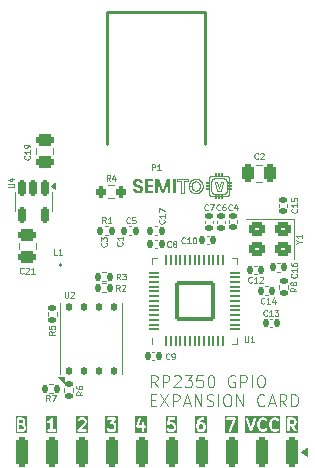
<source format=gbr>
%TF.GenerationSoftware,KiCad,Pcbnew,9.0.4*%
%TF.CreationDate,2025-09-23T00:44:44+02:00*%
%TF.ProjectId,rp2350_gpio_card,72703233-3530-45f6-9770-696f5f636172,X1*%
%TF.SameCoordinates,Original*%
%TF.FileFunction,Legend,Top*%
%TF.FilePolarity,Positive*%
%FSLAX46Y46*%
G04 Gerber Fmt 4.6, Leading zero omitted, Abs format (unit mm)*
G04 Created by KiCad (PCBNEW 9.0.4) date 2025-09-23 00:44:44*
%MOMM*%
%LPD*%
G01*
G04 APERTURE LIST*
G04 Aperture macros list*
%AMRoundRect*
0 Rectangle with rounded corners*
0 $1 Rounding radius*
0 $2 $3 $4 $5 $6 $7 $8 $9 X,Y pos of 4 corners*
0 Add a 4 corners polygon primitive as box body*
4,1,4,$2,$3,$4,$5,$6,$7,$8,$9,$2,$3,0*
0 Add four circle primitives for the rounded corners*
1,1,$1+$1,$2,$3*
1,1,$1+$1,$4,$5*
1,1,$1+$1,$6,$7*
1,1,$1+$1,$8,$9*
0 Add four rect primitives between the rounded corners*
20,1,$1+$1,$2,$3,$4,$5,0*
20,1,$1+$1,$4,$5,$6,$7,0*
20,1,$1+$1,$6,$7,$8,$9,0*
20,1,$1+$1,$8,$9,$2,$3,0*%
%AMFreePoly0*
4,1,18,-0.437500,0.050000,-0.433694,0.069134,-0.422855,0.085355,-0.406634,0.096194,-0.387500,0.100000,0.387500,0.100000,0.437500,0.050000,0.437500,-0.050000,0.433694,-0.069134,0.422855,-0.085355,0.406634,-0.096194,0.387500,-0.100000,-0.387500,-0.100000,-0.406634,-0.096194,-0.422855,-0.085355,-0.433694,-0.069134,-0.437500,-0.050000,-0.437500,0.050000,-0.437500,0.050000,$1*%
%AMFreePoly1*
4,1,18,-0.437500,0.050000,-0.433694,0.069134,-0.422855,0.085355,-0.406634,0.096194,-0.387500,0.100000,0.387500,0.100000,0.406634,0.096194,0.422855,0.085355,0.433694,0.069134,0.437500,0.050000,0.437500,-0.050000,0.387500,-0.100000,-0.387500,-0.100000,-0.406634,-0.096194,-0.422855,-0.085355,-0.433694,-0.069134,-0.437500,-0.050000,-0.437500,0.050000,-0.437500,0.050000,$1*%
%AMFreePoly2*
4,1,18,-0.100000,0.387500,-0.050000,0.437500,0.050000,0.437500,0.069134,0.433694,0.085355,0.422855,0.096194,0.406634,0.100000,0.387500,0.100000,-0.387500,0.096194,-0.406634,0.085355,-0.422855,0.069134,-0.433694,0.050000,-0.437500,-0.050000,-0.437500,-0.069134,-0.433694,-0.085355,-0.422855,-0.096194,-0.406634,-0.100000,-0.387500,-0.100000,0.387500,-0.100000,0.387500,$1*%
%AMFreePoly3*
4,1,18,-0.100000,0.387500,-0.096194,0.406634,-0.085355,0.422855,-0.069134,0.433694,-0.050000,0.437500,0.050000,0.437500,0.100000,0.387500,0.100000,-0.387500,0.096194,-0.406634,0.085355,-0.422855,0.069134,-0.433694,0.050000,-0.437500,-0.050000,-0.437500,-0.069134,-0.433694,-0.085355,-0.422855,-0.096194,-0.406634,-0.100000,-0.387500,-0.100000,0.387500,-0.100000,0.387500,$1*%
%AMFreePoly4*
4,1,18,-0.437500,0.050000,-0.433694,0.069134,-0.422855,0.085355,-0.406634,0.096194,-0.387500,0.100000,0.387500,0.100000,0.406634,0.096194,0.422855,0.085355,0.433694,0.069134,0.437500,0.050000,0.437500,-0.050000,0.433694,-0.069134,0.422855,-0.085355,0.406634,-0.096194,0.387500,-0.100000,-0.387500,-0.100000,-0.437500,-0.050000,-0.437500,0.050000,-0.437500,0.050000,$1*%
%AMFreePoly5*
4,1,18,-0.437500,0.050000,-0.387500,0.100000,0.387500,0.100000,0.406634,0.096194,0.422855,0.085355,0.433694,0.069134,0.437500,0.050000,0.437500,-0.050000,0.433694,-0.069134,0.422855,-0.085355,0.406634,-0.096194,0.387500,-0.100000,-0.387500,-0.100000,-0.406634,-0.096194,-0.422855,-0.085355,-0.433694,-0.069134,-0.437500,-0.050000,-0.437500,0.050000,-0.437500,0.050000,$1*%
%AMFreePoly6*
4,1,18,-0.100000,0.387500,-0.096194,0.406634,-0.085355,0.422855,-0.069134,0.433694,-0.050000,0.437500,0.050000,0.437500,0.069134,0.433694,0.085355,0.422855,0.096194,0.406634,0.100000,0.387500,0.100000,-0.387500,0.050000,-0.437500,-0.050000,-0.437500,-0.069134,-0.433694,-0.085355,-0.422855,-0.096194,-0.406634,-0.100000,-0.387500,-0.100000,0.387500,-0.100000,0.387500,$1*%
%AMFreePoly7*
4,1,18,-0.100000,0.387500,-0.096194,0.406634,-0.085355,0.422855,-0.069134,0.433694,-0.050000,0.437500,0.050000,0.437500,0.069134,0.433694,0.085355,0.422855,0.096194,0.406634,0.100000,0.387500,0.100000,-0.387500,0.096194,-0.406634,0.085355,-0.422855,0.069134,-0.433694,0.050000,-0.437500,-0.050000,-0.437500,-0.100000,-0.387500,-0.100000,0.387500,-0.100000,0.387500,$1*%
G04 Aperture macros list end*
%ADD10C,0.067397*%
%ADD11C,0.000000*%
%ADD12C,0.067349*%
%ADD13C,0.067351*%
%ADD14C,0.125000*%
%ADD15C,0.201600*%
%ADD16C,0.062500*%
%ADD17C,0.070000*%
%ADD18C,0.120000*%
%ADD19C,0.254000*%
%ADD20C,0.191421*%
%ADD21RoundRect,0.200000X0.200000X0.275000X-0.200000X0.275000X-0.200000X-0.275000X0.200000X-0.275000X0*%
%ADD22C,2.200000*%
%ADD23RoundRect,0.135000X0.185000X-0.135000X0.185000X0.135000X-0.185000X0.135000X-0.185000X-0.135000X0*%
%ADD24RoundRect,0.250000X0.475000X-0.250000X0.475000X0.250000X-0.475000X0.250000X-0.475000X-0.250000X0*%
%ADD25RoundRect,0.135000X-0.185000X0.135000X-0.185000X-0.135000X0.185000X-0.135000X0.185000X0.135000X0*%
%ADD26RoundRect,0.250000X0.450000X0.350000X-0.450000X0.350000X-0.450000X-0.350000X0.450000X-0.350000X0*%
%ADD27R,0.530000X0.470000*%
%ADD28RoundRect,0.135000X-0.135000X-0.185000X0.135000X-0.185000X0.135000X0.185000X-0.135000X0.185000X0*%
%ADD29RoundRect,0.140000X-0.140000X-0.170000X0.140000X-0.170000X0.140000X0.170000X-0.140000X0.170000X0*%
%ADD30RoundRect,0.250000X-0.250000X-0.475000X0.250000X-0.475000X0.250000X0.475000X-0.250000X0.475000X0*%
%ADD31RoundRect,0.140000X0.140000X0.170000X-0.140000X0.170000X-0.140000X-0.170000X0.140000X-0.170000X0*%
%ADD32RoundRect,0.250000X-0.250000X1.000000X-0.250000X-1.000000X0.250000X-1.000000X0.250000X1.000000X0*%
%ADD33RoundRect,0.150000X-0.150000X0.512500X-0.150000X-0.512500X0.150000X-0.512500X0.150000X0.512500X0*%
%ADD34RoundRect,0.140000X0.170000X-0.140000X0.170000X0.140000X-0.170000X0.140000X-0.170000X-0.140000X0*%
%ADD35RoundRect,0.250000X-0.475000X0.250000X-0.475000X-0.250000X0.475000X-0.250000X0.475000X0.250000X0*%
%ADD36RoundRect,0.125000X0.125000X-0.250000X0.125000X0.250000X-0.125000X0.250000X-0.125000X-0.250000X0*%
%ADD37R,4.300000X3.400000*%
%ADD38R,0.600000X1.550000*%
%ADD39R,0.250000X1.300000*%
%ADD40FreePoly0,90.000000*%
%ADD41RoundRect,0.050000X0.050000X-0.387500X0.050000X0.387500X-0.050000X0.387500X-0.050000X-0.387500X0*%
%ADD42FreePoly1,90.000000*%
%ADD43FreePoly2,90.000000*%
%ADD44RoundRect,0.050000X0.387500X-0.050000X0.387500X0.050000X-0.387500X0.050000X-0.387500X-0.050000X0*%
%ADD45FreePoly3,90.000000*%
%ADD46FreePoly4,90.000000*%
%ADD47FreePoly5,90.000000*%
%ADD48FreePoly6,90.000000*%
%ADD49FreePoly7,90.000000*%
%ADD50RoundRect,0.153000X1.547000X1.547000X-1.547000X1.547000X-1.547000X-1.547000X1.547000X-1.547000X0*%
%ADD51R,1.700000X0.700000*%
G04 APERTURE END LIST*
D10*
X108830298Y-57221235D02*
X108974117Y-56700678D01*
X109208195Y-56700678D01*
X108972133Y-57457463D01*
X108687471Y-57457463D01*
X108451409Y-56700678D01*
X108685487Y-56700678D01*
X108830298Y-57221235D01*
D11*
G36*
X109162357Y-57868051D02*
G01*
X109163169Y-57868113D01*
X109163969Y-57868215D01*
X109164756Y-57868355D01*
X109165529Y-57868534D01*
X109166288Y-57868749D01*
X109167031Y-57869001D01*
X109167757Y-57869287D01*
X109168465Y-57869607D01*
X109169154Y-57869960D01*
X109169824Y-57870345D01*
X109170473Y-57870761D01*
X109171099Y-57871207D01*
X109171703Y-57871681D01*
X109172284Y-57872184D01*
X109172839Y-57872713D01*
X109173368Y-57873268D01*
X109173871Y-57873848D01*
X109174345Y-57874452D01*
X109174791Y-57875079D01*
X109175207Y-57875728D01*
X109175592Y-57876397D01*
X109175945Y-57877087D01*
X109176265Y-57877795D01*
X109176551Y-57878521D01*
X109176803Y-57879264D01*
X109177018Y-57880022D01*
X109177197Y-57880796D01*
X109177337Y-57881583D01*
X109177439Y-57882383D01*
X109177501Y-57883195D01*
X109177522Y-57884018D01*
X109177522Y-58155230D01*
X109177501Y-58156052D01*
X109177439Y-58156864D01*
X109177337Y-58157664D01*
X109177197Y-58158452D01*
X109177018Y-58159225D01*
X109176803Y-58159984D01*
X109176551Y-58160727D01*
X109176265Y-58161453D01*
X109175945Y-58162161D01*
X109175592Y-58162850D01*
X109175207Y-58163520D01*
X109174791Y-58164168D01*
X109174345Y-58164795D01*
X109173871Y-58165399D01*
X109173368Y-58165979D01*
X109172839Y-58166534D01*
X109172284Y-58167064D01*
X109171703Y-58167566D01*
X109171099Y-58168041D01*
X109170473Y-58168487D01*
X109169824Y-58168902D01*
X109169154Y-58169287D01*
X109168465Y-58169640D01*
X109167757Y-58169961D01*
X109167031Y-58170247D01*
X109166288Y-58170498D01*
X109165529Y-58170714D01*
X109164756Y-58170892D01*
X109163969Y-58171033D01*
X109163169Y-58171134D01*
X109162357Y-58171196D01*
X109161534Y-58171217D01*
X109046799Y-58171217D01*
X109045976Y-58171196D01*
X109045164Y-58171134D01*
X109044364Y-58171033D01*
X109043577Y-58170892D01*
X109042803Y-58170714D01*
X109042045Y-58170498D01*
X109041302Y-58170247D01*
X109040576Y-58169961D01*
X109039868Y-58169640D01*
X109039178Y-58169287D01*
X109038509Y-58168902D01*
X109037860Y-58168487D01*
X109037233Y-58168041D01*
X109036630Y-58167566D01*
X109036049Y-58167064D01*
X109035494Y-58166534D01*
X109034965Y-58165979D01*
X109034462Y-58165399D01*
X109033988Y-58164795D01*
X109033542Y-58164168D01*
X109033126Y-58163520D01*
X109032741Y-58162850D01*
X109032388Y-58162161D01*
X109032068Y-58161453D01*
X109031782Y-58160727D01*
X109031530Y-58159984D01*
X109031315Y-58159225D01*
X109031137Y-58158452D01*
X109030996Y-58157664D01*
X109030894Y-58156864D01*
X109030833Y-58156052D01*
X109030812Y-58155230D01*
X109030812Y-57884018D01*
X109030833Y-57883195D01*
X109030894Y-57882383D01*
X109030996Y-57881583D01*
X109031137Y-57880796D01*
X109031315Y-57880022D01*
X109031530Y-57879264D01*
X109031782Y-57878521D01*
X109032068Y-57877795D01*
X109032388Y-57877087D01*
X109032741Y-57876397D01*
X109033126Y-57875728D01*
X109033542Y-57875079D01*
X109033988Y-57874452D01*
X109034462Y-57873848D01*
X109034965Y-57873268D01*
X109035494Y-57872713D01*
X109036049Y-57872184D01*
X109036630Y-57871681D01*
X109037233Y-57871207D01*
X109037860Y-57870761D01*
X109038509Y-57870345D01*
X109039178Y-57869960D01*
X109039868Y-57869607D01*
X109040576Y-57869287D01*
X109041302Y-57869001D01*
X109042045Y-57868749D01*
X109042803Y-57868534D01*
X109043577Y-57868355D01*
X109044364Y-57868215D01*
X109045164Y-57868113D01*
X109045976Y-57868051D01*
X109046799Y-57868031D01*
X109161534Y-57868031D01*
X109162357Y-57868051D01*
G37*
G36*
X105161345Y-57677182D02*
G01*
X104926396Y-57677637D01*
X104926396Y-56483914D01*
X105161345Y-56483460D01*
X105161345Y-57677182D01*
G37*
D12*
X109430569Y-56216848D02*
X109444587Y-56217914D01*
X109458401Y-56219669D01*
X109471994Y-56222096D01*
X109485348Y-56225178D01*
X109498447Y-56228898D01*
X109511272Y-56233238D01*
X109523807Y-56238180D01*
X109536034Y-56243708D01*
X109547935Y-56249803D01*
X109559495Y-56256450D01*
X109570694Y-56263629D01*
X109581516Y-56271325D01*
X109591943Y-56279519D01*
X109601959Y-56288195D01*
X109611545Y-56297335D01*
X109620685Y-56306921D01*
X109629360Y-56316936D01*
X109637555Y-56327364D01*
X109645250Y-56338186D01*
X109652430Y-56349385D01*
X109659076Y-56360944D01*
X109665172Y-56372846D01*
X109670700Y-56385073D01*
X109675642Y-56397607D01*
X109679982Y-56410433D01*
X109683701Y-56423531D01*
X109686783Y-56436886D01*
X109689211Y-56450478D01*
X109690966Y-56464292D01*
X109692032Y-56478310D01*
X109692391Y-56492515D01*
X109692391Y-57665625D01*
X109692032Y-57679829D01*
X109690966Y-57693847D01*
X109689211Y-57707661D01*
X109686783Y-57721254D01*
X109683701Y-57734608D01*
X109679982Y-57747707D01*
X109675642Y-57760532D01*
X109670700Y-57773067D01*
X109665172Y-57785294D01*
X109659076Y-57797195D01*
X109652430Y-57808754D01*
X109645250Y-57819954D01*
X109637555Y-57830776D01*
X109629360Y-57841203D01*
X109620685Y-57851219D01*
X109611545Y-57860805D01*
X109601959Y-57869944D01*
X109591943Y-57878620D01*
X109581516Y-57886814D01*
X109570694Y-57894510D01*
X109559495Y-57901690D01*
X109547935Y-57908336D01*
X109536034Y-57914432D01*
X109523807Y-57919959D01*
X109511272Y-57924902D01*
X109498447Y-57929241D01*
X109485348Y-57932961D01*
X109471994Y-57936043D01*
X109458401Y-57938471D01*
X109444587Y-57940226D01*
X109430569Y-57941292D01*
X109416365Y-57941651D01*
X108243238Y-57941651D01*
X108229034Y-57941292D01*
X108215016Y-57940226D01*
X108201202Y-57938471D01*
X108187610Y-57936043D01*
X108174255Y-57932961D01*
X108161157Y-57929241D01*
X108148331Y-57924902D01*
X108135797Y-57919959D01*
X108123570Y-57914432D01*
X108111668Y-57908336D01*
X108100109Y-57901690D01*
X108088910Y-57894510D01*
X108078088Y-57886814D01*
X108067660Y-57878620D01*
X108057645Y-57869944D01*
X108048058Y-57860805D01*
X108038919Y-57851219D01*
X108030243Y-57841203D01*
X108022049Y-57830776D01*
X108014353Y-57819954D01*
X108007173Y-57808754D01*
X108000527Y-57797195D01*
X107994431Y-57785294D01*
X107988904Y-57773067D01*
X107983961Y-57760532D01*
X107979622Y-57747707D01*
X107975902Y-57734608D01*
X107972820Y-57721254D01*
X107970393Y-57707661D01*
X107968637Y-57693847D01*
X107967571Y-57679829D01*
X107967212Y-57665625D01*
X107967212Y-56492515D01*
X107967571Y-56478310D01*
X107968637Y-56464292D01*
X107970393Y-56450478D01*
X107972820Y-56436886D01*
X107975902Y-56423531D01*
X107979622Y-56410433D01*
X107983961Y-56397607D01*
X107988904Y-56385073D01*
X107994431Y-56372846D01*
X108000527Y-56360944D01*
X108007173Y-56349385D01*
X108014353Y-56338186D01*
X108022049Y-56327364D01*
X108030243Y-56316936D01*
X108038919Y-56306921D01*
X108048058Y-56297335D01*
X108057645Y-56288195D01*
X108067660Y-56279519D01*
X108078088Y-56271325D01*
X108088910Y-56263629D01*
X108100109Y-56256450D01*
X108111668Y-56249803D01*
X108123570Y-56243708D01*
X108135797Y-56238180D01*
X108148331Y-56233238D01*
X108161157Y-56228898D01*
X108174255Y-56225178D01*
X108187610Y-56222096D01*
X108201202Y-56219669D01*
X108215016Y-56217914D01*
X108229034Y-56216848D01*
X108243238Y-56216488D01*
X109416365Y-56216488D01*
X109430569Y-56216848D01*
D11*
G36*
X108024264Y-56999128D02*
G01*
X108025076Y-56999190D01*
X108025876Y-56999292D01*
X108026663Y-56999432D01*
X108027436Y-56999611D01*
X108028195Y-56999826D01*
X108028938Y-57000078D01*
X108029664Y-57000364D01*
X108030372Y-57000684D01*
X108031061Y-57001037D01*
X108031731Y-57001422D01*
X108032379Y-57001838D01*
X108033006Y-57002284D01*
X108033610Y-57002758D01*
X108034190Y-57003261D01*
X108034745Y-57003790D01*
X108035275Y-57004345D01*
X108035777Y-57004925D01*
X108036252Y-57005529D01*
X108036697Y-57006156D01*
X108037113Y-57006805D01*
X108037498Y-57007474D01*
X108037851Y-57008164D01*
X108038171Y-57008872D01*
X108038458Y-57009598D01*
X108038709Y-57010340D01*
X108038924Y-57011099D01*
X108039103Y-57011873D01*
X108039244Y-57012660D01*
X108039345Y-57013460D01*
X108039407Y-57014272D01*
X108039428Y-57015094D01*
X108039428Y-57129831D01*
X108039407Y-57130653D01*
X108039345Y-57131465D01*
X108039244Y-57132265D01*
X108039103Y-57133052D01*
X108038924Y-57133826D01*
X108038709Y-57134584D01*
X108038458Y-57135327D01*
X108038171Y-57136053D01*
X108037851Y-57136761D01*
X108037498Y-57137451D01*
X108037113Y-57138120D01*
X108036697Y-57138769D01*
X108036252Y-57139396D01*
X108035777Y-57140000D01*
X108035275Y-57140580D01*
X108034745Y-57141135D01*
X108034190Y-57141664D01*
X108033610Y-57142167D01*
X108033006Y-57142641D01*
X108032379Y-57143087D01*
X108031731Y-57143503D01*
X108031061Y-57143888D01*
X108030372Y-57144241D01*
X108029664Y-57144561D01*
X108028938Y-57144847D01*
X108028195Y-57145099D01*
X108027436Y-57145314D01*
X108026663Y-57145493D01*
X108025876Y-57145633D01*
X108025076Y-57145735D01*
X108024264Y-57145797D01*
X108023441Y-57145817D01*
X107752214Y-57145817D01*
X107751392Y-57145797D01*
X107750580Y-57145735D01*
X107749780Y-57145633D01*
X107748992Y-57145493D01*
X107748219Y-57145314D01*
X107747460Y-57145099D01*
X107746717Y-57144847D01*
X107745991Y-57144561D01*
X107745283Y-57144241D01*
X107744594Y-57143888D01*
X107743924Y-57143503D01*
X107743276Y-57143087D01*
X107742649Y-57142641D01*
X107742045Y-57142167D01*
X107741465Y-57141664D01*
X107740910Y-57141135D01*
X107740380Y-57140580D01*
X107739878Y-57140000D01*
X107739403Y-57139396D01*
X107738958Y-57138769D01*
X107738542Y-57138120D01*
X107738157Y-57137451D01*
X107737804Y-57136761D01*
X107737484Y-57136053D01*
X107737197Y-57135327D01*
X107736946Y-57134584D01*
X107736731Y-57133826D01*
X107736552Y-57133052D01*
X107736412Y-57132265D01*
X107736310Y-57131465D01*
X107736248Y-57130653D01*
X107736227Y-57129831D01*
X107736227Y-57015094D01*
X107736248Y-57014272D01*
X107736310Y-57013460D01*
X107736412Y-57012660D01*
X107736552Y-57011873D01*
X107736731Y-57011099D01*
X107736946Y-57010340D01*
X107737197Y-57009598D01*
X107737484Y-57008872D01*
X107737804Y-57008164D01*
X107738157Y-57007474D01*
X107738542Y-57006805D01*
X107738958Y-57006156D01*
X107739403Y-57005529D01*
X107739878Y-57004925D01*
X107740380Y-57004345D01*
X107740910Y-57003790D01*
X107741465Y-57003261D01*
X107742045Y-57002758D01*
X107742649Y-57002284D01*
X107743276Y-57001838D01*
X107743924Y-57001422D01*
X107744594Y-57001037D01*
X107745283Y-57000684D01*
X107745991Y-57000364D01*
X107746717Y-57000078D01*
X107747460Y-56999826D01*
X107748219Y-56999611D01*
X107748992Y-56999432D01*
X107749780Y-56999292D01*
X107750580Y-56999190D01*
X107751392Y-56999128D01*
X107752214Y-56999108D01*
X108023441Y-56999108D01*
X108024264Y-56999128D01*
G37*
G36*
X104713109Y-57678050D02*
G01*
X104479827Y-57678501D01*
X104479827Y-56855069D01*
X104181558Y-57679079D01*
X103978269Y-57679472D01*
X103680000Y-56860000D01*
X103680000Y-57680050D01*
X103445051Y-57680505D01*
X103445051Y-56500309D01*
X103729989Y-56499757D01*
X104083245Y-57386756D01*
X104429837Y-56498401D01*
X104713109Y-56497853D01*
X104713109Y-57678050D01*
G37*
G36*
X108027389Y-57280100D02*
G01*
X108028201Y-57280162D01*
X108029001Y-57280263D01*
X108029788Y-57280404D01*
X108030562Y-57280582D01*
X108031320Y-57280798D01*
X108032063Y-57281049D01*
X108032789Y-57281336D01*
X108033497Y-57281656D01*
X108034187Y-57282009D01*
X108034856Y-57282394D01*
X108035505Y-57282810D01*
X108036131Y-57283255D01*
X108036735Y-57283730D01*
X108037315Y-57284232D01*
X108037871Y-57284762D01*
X108038400Y-57285317D01*
X108038903Y-57285897D01*
X108039377Y-57286501D01*
X108039823Y-57287128D01*
X108040239Y-57287776D01*
X108040624Y-57288446D01*
X108040977Y-57289135D01*
X108041297Y-57289843D01*
X108041583Y-57290569D01*
X108041834Y-57291312D01*
X108042050Y-57292071D01*
X108042228Y-57292844D01*
X108042369Y-57293631D01*
X108042471Y-57294431D01*
X108042532Y-57295243D01*
X108042553Y-57296066D01*
X108042553Y-57410802D01*
X108042532Y-57411625D01*
X108042471Y-57412437D01*
X108042369Y-57413237D01*
X108042228Y-57414024D01*
X108042050Y-57414797D01*
X108041834Y-57415556D01*
X108041583Y-57416299D01*
X108041297Y-57417025D01*
X108040977Y-57417733D01*
X108040624Y-57418422D01*
X108040239Y-57419092D01*
X108039823Y-57419740D01*
X108039377Y-57420367D01*
X108038903Y-57420971D01*
X108038400Y-57421551D01*
X108037871Y-57422107D01*
X108037315Y-57422636D01*
X108036735Y-57423138D01*
X108036131Y-57423613D01*
X108035505Y-57424059D01*
X108034856Y-57424474D01*
X108034187Y-57424859D01*
X108033497Y-57425212D01*
X108032789Y-57425533D01*
X108032063Y-57425819D01*
X108031320Y-57426070D01*
X108030562Y-57426286D01*
X108029788Y-57426464D01*
X108029001Y-57426605D01*
X108028201Y-57426706D01*
X108027389Y-57426768D01*
X108026566Y-57426789D01*
X107755340Y-57426789D01*
X107754517Y-57426768D01*
X107753705Y-57426706D01*
X107752905Y-57426605D01*
X107752118Y-57426464D01*
X107751344Y-57426286D01*
X107750586Y-57426070D01*
X107749843Y-57425819D01*
X107749117Y-57425533D01*
X107748409Y-57425212D01*
X107747719Y-57424859D01*
X107747050Y-57424474D01*
X107746401Y-57424059D01*
X107745774Y-57423613D01*
X107745170Y-57423138D01*
X107744590Y-57422636D01*
X107744035Y-57422107D01*
X107743506Y-57421551D01*
X107743003Y-57420971D01*
X107742529Y-57420367D01*
X107742083Y-57419740D01*
X107741667Y-57419092D01*
X107741282Y-57418422D01*
X107740929Y-57417733D01*
X107740609Y-57417025D01*
X107740323Y-57416299D01*
X107740072Y-57415556D01*
X107739856Y-57414797D01*
X107739678Y-57414024D01*
X107739537Y-57413237D01*
X107739435Y-57412437D01*
X107739374Y-57411625D01*
X107739353Y-57410802D01*
X107739353Y-57296066D01*
X107739374Y-57295243D01*
X107739435Y-57294431D01*
X107739537Y-57293631D01*
X107739678Y-57292844D01*
X107739856Y-57292071D01*
X107740072Y-57291312D01*
X107740323Y-57290569D01*
X107740609Y-57289843D01*
X107740929Y-57289135D01*
X107741282Y-57288446D01*
X107741667Y-57287776D01*
X107742083Y-57287128D01*
X107742529Y-57286501D01*
X107743003Y-57285897D01*
X107743506Y-57285317D01*
X107744035Y-57284762D01*
X107744590Y-57284232D01*
X107745170Y-57283730D01*
X107745774Y-57283255D01*
X107746401Y-57282810D01*
X107747050Y-57282394D01*
X107747719Y-57282009D01*
X107748409Y-57281656D01*
X107749117Y-57281336D01*
X107749843Y-57281049D01*
X107750586Y-57280798D01*
X107751344Y-57280582D01*
X107752118Y-57280404D01*
X107752905Y-57280263D01*
X107753705Y-57280162D01*
X107754517Y-57280100D01*
X107755340Y-57280079D01*
X108026566Y-57280079D01*
X108027389Y-57280100D01*
G37*
G36*
X101973404Y-56473080D02*
G01*
X101995834Y-56474106D01*
X102017665Y-56475848D01*
X102038897Y-56478303D01*
X102059531Y-56481473D01*
X102079566Y-56485358D01*
X102099002Y-56489957D01*
X102117839Y-56495271D01*
X102136077Y-56501299D01*
X102153716Y-56508041D01*
X102170757Y-56515498D01*
X102187199Y-56523669D01*
X102203042Y-56532555D01*
X102218286Y-56542156D01*
X102232931Y-56552471D01*
X102246977Y-56563500D01*
X102260555Y-56575124D01*
X102273378Y-56587226D01*
X102285445Y-56599804D01*
X102296758Y-56612859D01*
X102307316Y-56626392D01*
X102317118Y-56640401D01*
X102326166Y-56654888D01*
X102334458Y-56669852D01*
X102341996Y-56685292D01*
X102348778Y-56701210D01*
X102354805Y-56717604D01*
X102360078Y-56734476D01*
X102364595Y-56751824D01*
X102368357Y-56769650D01*
X102371364Y-56787953D01*
X102373616Y-56806732D01*
X102120338Y-56807222D01*
X102118958Y-56799286D01*
X102117318Y-56791535D01*
X102115417Y-56783970D01*
X102113256Y-56776590D01*
X102110835Y-56769395D01*
X102108153Y-56762386D01*
X102105211Y-56755562D01*
X102102009Y-56748924D01*
X102098546Y-56742471D01*
X102094823Y-56736204D01*
X102090839Y-56730122D01*
X102086595Y-56724226D01*
X102082091Y-56718515D01*
X102077327Y-56712989D01*
X102072302Y-56707649D01*
X102067016Y-56702494D01*
X102061477Y-56697386D01*
X102055691Y-56692609D01*
X102049657Y-56688162D01*
X102043376Y-56684046D01*
X102036847Y-56680261D01*
X102030071Y-56676807D01*
X102023048Y-56673683D01*
X102015777Y-56670890D01*
X102008259Y-56668428D01*
X102000494Y-56666296D01*
X101992482Y-56664495D01*
X101984222Y-56663025D01*
X101975714Y-56661886D01*
X101966960Y-56661077D01*
X101957958Y-56660599D01*
X101948708Y-56660452D01*
X101940683Y-56660606D01*
X101932852Y-56661038D01*
X101925217Y-56661746D01*
X101917778Y-56662731D01*
X101910533Y-56663994D01*
X101903484Y-56665533D01*
X101896630Y-56667349D01*
X101889971Y-56669443D01*
X101883508Y-56671813D01*
X101877239Y-56674461D01*
X101871167Y-56677385D01*
X101865289Y-56680587D01*
X101859607Y-56684065D01*
X101854119Y-56687821D01*
X101848828Y-56691853D01*
X101843731Y-56696163D01*
X101838888Y-56700525D01*
X101834358Y-56705137D01*
X101830140Y-56710000D01*
X101826235Y-56715113D01*
X101822642Y-56720476D01*
X101819361Y-56726090D01*
X101816393Y-56731954D01*
X101813738Y-56738068D01*
X101811394Y-56744433D01*
X101809364Y-56751049D01*
X101807645Y-56757914D01*
X101806239Y-56765030D01*
X101805146Y-56772397D01*
X101804365Y-56780014D01*
X101803896Y-56787881D01*
X101803740Y-56795999D01*
X101803857Y-56802485D01*
X101804208Y-56808838D01*
X101804794Y-56815059D01*
X101805614Y-56821147D01*
X101806669Y-56827102D01*
X101807958Y-56832925D01*
X101809481Y-56838616D01*
X101811238Y-56844173D01*
X101813230Y-56849599D01*
X101815456Y-56854891D01*
X101817916Y-56860051D01*
X101820611Y-56865079D01*
X101823540Y-56869974D01*
X101826704Y-56874736D01*
X101830101Y-56879366D01*
X101833733Y-56883863D01*
X101837749Y-56888036D01*
X101841883Y-56892116D01*
X101846133Y-56896104D01*
X101850501Y-56899999D01*
X101854985Y-56903801D01*
X101859587Y-56907511D01*
X101864306Y-56911128D01*
X101869142Y-56914652D01*
X101874096Y-56918084D01*
X101879166Y-56921422D01*
X101884354Y-56924669D01*
X101889659Y-56927822D01*
X101895081Y-56930883D01*
X101900620Y-56933851D01*
X101906276Y-56936726D01*
X101912049Y-56939509D01*
X101924651Y-56945059D01*
X101938294Y-56950766D01*
X101952978Y-56956629D01*
X101968704Y-56962649D01*
X101985471Y-56968825D01*
X102003280Y-56975157D01*
X102022130Y-56981646D01*
X102042021Y-56988292D01*
X102069672Y-56998304D01*
X102095968Y-57008160D01*
X102120911Y-57017861D01*
X102144499Y-57027405D01*
X102166734Y-57036794D01*
X102187615Y-57046026D01*
X102207142Y-57055103D01*
X102225315Y-57064024D01*
X102234186Y-57068584D01*
X102242889Y-57073422D01*
X102251422Y-57078537D01*
X102259786Y-57083930D01*
X102267981Y-57089601D01*
X102276007Y-57095550D01*
X102283863Y-57101776D01*
X102291550Y-57108280D01*
X102299068Y-57115062D01*
X102306417Y-57122122D01*
X102313596Y-57129459D01*
X102320606Y-57137074D01*
X102327447Y-57144967D01*
X102334119Y-57153137D01*
X102340622Y-57161585D01*
X102346955Y-57170311D01*
X102353008Y-57179348D01*
X102358671Y-57188728D01*
X102363944Y-57198454D01*
X102368825Y-57208523D01*
X102373316Y-57218937D01*
X102377417Y-57229694D01*
X102381127Y-57240797D01*
X102384447Y-57252243D01*
X102387376Y-57264033D01*
X102389914Y-57276168D01*
X102392062Y-57288647D01*
X102393820Y-57301471D01*
X102395186Y-57314638D01*
X102396163Y-57328150D01*
X102396749Y-57342006D01*
X102396944Y-57356206D01*
X102396769Y-57367564D01*
X102396241Y-57378819D01*
X102395363Y-57389970D01*
X102394133Y-57401015D01*
X102392551Y-57411956D01*
X102390618Y-57422791D01*
X102388333Y-57433522D01*
X102385697Y-57444148D01*
X102382710Y-57454668D01*
X102379370Y-57465084D01*
X102375680Y-57475394D01*
X102371638Y-57485600D01*
X102367244Y-57495701D01*
X102362499Y-57505696D01*
X102357403Y-57515587D01*
X102351955Y-57525372D01*
X102346162Y-57534782D01*
X102340030Y-57543968D01*
X102333560Y-57552930D01*
X102326752Y-57561668D01*
X102319605Y-57570182D01*
X102312120Y-57578473D01*
X102304296Y-57586539D01*
X102296133Y-57594381D01*
X102287633Y-57602000D01*
X102278794Y-57609395D01*
X102269616Y-57616566D01*
X102260100Y-57623513D01*
X102250245Y-57630236D01*
X102240052Y-57636735D01*
X102229520Y-57643010D01*
X102218650Y-57649062D01*
X102207461Y-57654612D01*
X102195973Y-57659806D01*
X102184185Y-57664643D01*
X102172098Y-57669125D01*
X102159711Y-57673250D01*
X102147025Y-57677020D01*
X102134040Y-57680433D01*
X102120755Y-57683491D01*
X102107171Y-57686192D01*
X102093287Y-57688537D01*
X102079104Y-57690526D01*
X102064621Y-57692159D01*
X102049839Y-57693436D01*
X102034758Y-57694357D01*
X102019377Y-57694921D01*
X102003697Y-57695130D01*
X101988180Y-57694995D01*
X101972871Y-57694529D01*
X101957770Y-57693733D01*
X101942877Y-57692606D01*
X101928193Y-57691148D01*
X101913717Y-57689360D01*
X101899449Y-57687241D01*
X101885389Y-57684791D01*
X101871538Y-57682011D01*
X101857895Y-57678900D01*
X101844461Y-57675459D01*
X101831235Y-57671687D01*
X101818216Y-57667584D01*
X101805407Y-57663150D01*
X101792805Y-57658386D01*
X101780412Y-57653292D01*
X101768273Y-57647675D01*
X101756433Y-57641767D01*
X101744893Y-57635568D01*
X101733652Y-57629077D01*
X101722710Y-57622296D01*
X101712068Y-57615223D01*
X101701725Y-57607859D01*
X101691682Y-57600203D01*
X101681938Y-57592257D01*
X101672493Y-57584019D01*
X101663348Y-57575490D01*
X101654502Y-57566670D01*
X101645956Y-57557559D01*
X101637709Y-57548156D01*
X101629761Y-57538463D01*
X101622113Y-57528478D01*
X101615018Y-57518241D01*
X101608314Y-57507792D01*
X101602000Y-57497131D01*
X101596077Y-57486257D01*
X101590545Y-57475172D01*
X101585402Y-57463874D01*
X101580651Y-57452365D01*
X101576290Y-57440643D01*
X101572319Y-57428709D01*
X101568739Y-57416564D01*
X101565550Y-57404206D01*
X101562751Y-57391636D01*
X101560343Y-57378854D01*
X101558325Y-57365860D01*
X101556698Y-57352653D01*
X101555461Y-57339235D01*
X101805407Y-57338751D01*
X101806605Y-57347745D01*
X101808115Y-57356552D01*
X101809937Y-57365175D01*
X101812072Y-57373612D01*
X101814519Y-57381863D01*
X101817279Y-57389929D01*
X101820351Y-57397809D01*
X101823736Y-57405503D01*
X101827433Y-57413012D01*
X101831443Y-57420336D01*
X101835765Y-57427474D01*
X101840399Y-57434426D01*
X101845346Y-57441193D01*
X101850605Y-57447774D01*
X101856177Y-57454170D01*
X101862061Y-57460380D01*
X101868433Y-57466101D01*
X101875053Y-57471451D01*
X101881920Y-57476431D01*
X101889034Y-57481041D01*
X101896396Y-57485280D01*
X101904005Y-57489149D01*
X101911861Y-57492647D01*
X101919965Y-57495775D01*
X101928316Y-57498533D01*
X101936915Y-57500921D01*
X101945760Y-57502938D01*
X101954853Y-57504584D01*
X101964194Y-57505861D01*
X101973782Y-57506767D01*
X101983617Y-57507302D01*
X101993699Y-57507468D01*
X102002727Y-57507299D01*
X102011482Y-57506826D01*
X102019963Y-57506050D01*
X102028171Y-57504971D01*
X102036106Y-57503589D01*
X102043767Y-57501903D01*
X102051154Y-57499914D01*
X102058269Y-57497622D01*
X102065110Y-57495026D01*
X102071677Y-57492127D01*
X102077972Y-57488925D01*
X102083992Y-57485419D01*
X102089740Y-57481610D01*
X102095214Y-57477498D01*
X102100415Y-57473082D01*
X102105342Y-57468363D01*
X102110185Y-57463196D01*
X102114715Y-57457857D01*
X102118933Y-57452347D01*
X102122838Y-57446666D01*
X102126431Y-57440814D01*
X102129711Y-57434791D01*
X102132680Y-57428596D01*
X102135335Y-57422231D01*
X102137678Y-57415695D01*
X102139709Y-57408987D01*
X102141428Y-57402108D01*
X102142834Y-57395058D01*
X102143927Y-57387837D01*
X102144708Y-57380445D01*
X102145177Y-57372881D01*
X102145333Y-57365147D01*
X102145209Y-57358252D01*
X102144838Y-57351516D01*
X102144220Y-57344939D01*
X102143354Y-57338520D01*
X102142241Y-57332261D01*
X102140881Y-57326161D01*
X102139273Y-57320220D01*
X102137418Y-57314438D01*
X102135316Y-57308814D01*
X102132966Y-57303350D01*
X102130369Y-57298045D01*
X102127524Y-57292898D01*
X102124433Y-57287911D01*
X102121093Y-57283082D01*
X102117507Y-57278413D01*
X102113673Y-57273902D01*
X102109651Y-57269319D01*
X102105498Y-57264856D01*
X102101215Y-57260512D01*
X102096802Y-57256287D01*
X102092258Y-57252181D01*
X102087585Y-57248194D01*
X102082781Y-57244326D01*
X102077848Y-57240577D01*
X102072783Y-57236948D01*
X102067589Y-57233438D01*
X102062265Y-57230047D01*
X102056810Y-57226775D01*
X102051226Y-57223622D01*
X102045511Y-57220589D01*
X102039666Y-57217674D01*
X102033690Y-57214879D01*
X102021037Y-57209303D01*
X102007238Y-57203517D01*
X101992293Y-57197523D01*
X101976203Y-57191319D01*
X101958967Y-57184906D01*
X101940586Y-57178283D01*
X101921059Y-57171452D01*
X101900386Y-57164412D01*
X101873517Y-57155191D01*
X101847897Y-57146020D01*
X101823528Y-57136900D01*
X101800408Y-57127830D01*
X101778538Y-57118811D01*
X101757917Y-57109842D01*
X101738546Y-57100924D01*
X101720425Y-57092055D01*
X101711755Y-57087297D01*
X101703241Y-57082287D01*
X101694884Y-57077026D01*
X101686682Y-57071513D01*
X101678637Y-57065750D01*
X101670748Y-57059735D01*
X101663016Y-57053469D01*
X101655439Y-57046951D01*
X101648019Y-57040182D01*
X101640755Y-57033162D01*
X101633647Y-57025891D01*
X101626695Y-57018368D01*
X101619900Y-57010594D01*
X101613261Y-57002569D01*
X101606778Y-56994293D01*
X101600451Y-56985765D01*
X101594599Y-56976946D01*
X101589125Y-56967796D01*
X101584029Y-56958315D01*
X101579310Y-56948503D01*
X101574968Y-56938360D01*
X101571004Y-56927886D01*
X101567418Y-56917081D01*
X101564209Y-56905945D01*
X101561378Y-56894478D01*
X101558924Y-56882680D01*
X101556847Y-56870551D01*
X101555148Y-56858091D01*
X101553827Y-56845300D01*
X101552883Y-56832178D01*
X101552317Y-56818725D01*
X101552128Y-56804941D01*
X101552551Y-56785965D01*
X101553821Y-56767502D01*
X101555936Y-56749553D01*
X101558898Y-56732117D01*
X101562705Y-56715195D01*
X101567359Y-56698786D01*
X101572859Y-56682891D01*
X101579206Y-56667509D01*
X101586398Y-56652641D01*
X101594437Y-56638287D01*
X101603322Y-56624446D01*
X101613053Y-56611118D01*
X101623630Y-56598304D01*
X101635053Y-56586004D01*
X101647322Y-56574217D01*
X101660438Y-56562944D01*
X101674458Y-56552065D01*
X101689026Y-56541885D01*
X101704139Y-56532404D01*
X101719800Y-56523622D01*
X101736008Y-56515540D01*
X101752762Y-56508156D01*
X101770063Y-56501472D01*
X101787910Y-56495486D01*
X101806305Y-56490199D01*
X101825246Y-56485612D01*
X101844734Y-56481724D01*
X101864768Y-56478534D01*
X101885350Y-56476044D01*
X101906478Y-56474253D01*
X101928153Y-56473161D01*
X101950375Y-56472768D01*
X101973404Y-56473080D01*
G37*
G36*
X103271757Y-56676491D02*
G01*
X102805191Y-56677392D01*
X102805191Y-56986813D01*
X103221767Y-56986008D01*
X103221767Y-57168616D01*
X102805191Y-57169422D01*
X102805191Y-57490679D01*
X103271756Y-57489776D01*
X103271756Y-57680840D01*
X102570242Y-57682198D01*
X102570242Y-56488476D01*
X103271757Y-56487117D01*
X103271757Y-56676491D01*
G37*
G36*
X109908211Y-56999128D02*
G01*
X109909023Y-56999190D01*
X109909823Y-56999291D01*
X109910611Y-56999432D01*
X109911384Y-56999610D01*
X109912143Y-56999826D01*
X109912886Y-57000077D01*
X109913612Y-57000363D01*
X109914320Y-57000683D01*
X109915009Y-57001037D01*
X109915679Y-57001421D01*
X109916327Y-57001837D01*
X109916954Y-57002283D01*
X109917558Y-57002758D01*
X109918138Y-57003260D01*
X109918693Y-57003789D01*
X109919223Y-57004345D01*
X109919725Y-57004925D01*
X109920200Y-57005529D01*
X109920646Y-57006155D01*
X109921061Y-57006804D01*
X109921446Y-57007474D01*
X109921799Y-57008163D01*
X109922120Y-57008871D01*
X109922406Y-57009597D01*
X109922657Y-57010340D01*
X109922873Y-57011099D01*
X109923051Y-57011872D01*
X109923192Y-57012659D01*
X109923293Y-57013459D01*
X109923355Y-57014271D01*
X109923376Y-57015094D01*
X109923376Y-57129830D01*
X109923355Y-57130653D01*
X109923293Y-57131465D01*
X109923192Y-57132265D01*
X109923051Y-57133052D01*
X109922873Y-57133825D01*
X109922657Y-57134584D01*
X109922406Y-57135327D01*
X109922120Y-57136053D01*
X109921799Y-57136761D01*
X109921446Y-57137450D01*
X109921061Y-57138120D01*
X109920646Y-57138768D01*
X109920200Y-57139395D01*
X109919725Y-57139999D01*
X109919223Y-57140579D01*
X109918693Y-57141134D01*
X109918138Y-57141664D01*
X109917558Y-57142166D01*
X109916954Y-57142641D01*
X109916327Y-57143086D01*
X109915679Y-57143502D01*
X109915009Y-57143887D01*
X109914320Y-57144240D01*
X109913612Y-57144560D01*
X109912886Y-57144847D01*
X109912143Y-57145098D01*
X109911384Y-57145313D01*
X109910611Y-57145492D01*
X109909823Y-57145633D01*
X109909023Y-57145734D01*
X109908211Y-57145796D01*
X109907389Y-57145817D01*
X109636176Y-57145817D01*
X109635353Y-57145796D01*
X109634542Y-57145734D01*
X109633742Y-57145633D01*
X109632954Y-57145492D01*
X109632181Y-57145313D01*
X109631422Y-57145098D01*
X109630679Y-57144847D01*
X109629953Y-57144560D01*
X109629245Y-57144240D01*
X109628556Y-57143887D01*
X109627886Y-57143502D01*
X109627238Y-57143086D01*
X109626611Y-57142641D01*
X109626007Y-57142166D01*
X109625427Y-57141664D01*
X109624872Y-57141134D01*
X109624342Y-57140579D01*
X109623840Y-57139999D01*
X109623365Y-57139395D01*
X109622920Y-57138768D01*
X109622504Y-57138120D01*
X109622119Y-57137450D01*
X109621766Y-57136761D01*
X109621446Y-57136053D01*
X109621159Y-57135327D01*
X109620908Y-57134584D01*
X109620693Y-57133825D01*
X109620514Y-57133052D01*
X109620374Y-57132265D01*
X109620272Y-57131465D01*
X109620210Y-57130653D01*
X109620189Y-57129830D01*
X109620189Y-57015094D01*
X109620210Y-57014271D01*
X109620272Y-57013459D01*
X109620374Y-57012659D01*
X109620514Y-57011872D01*
X109620693Y-57011099D01*
X109620908Y-57010340D01*
X109621159Y-57009597D01*
X109621446Y-57008871D01*
X109621766Y-57008163D01*
X109622119Y-57007474D01*
X109622504Y-57006804D01*
X109622920Y-57006155D01*
X109623365Y-57005529D01*
X109623840Y-57004925D01*
X109624342Y-57004345D01*
X109624872Y-57003789D01*
X109625427Y-57003260D01*
X109626007Y-57002758D01*
X109626611Y-57002283D01*
X109627238Y-57001837D01*
X109627886Y-57001421D01*
X109628556Y-57001037D01*
X109629245Y-57000683D01*
X109629953Y-57000363D01*
X109630679Y-57000077D01*
X109631422Y-56999826D01*
X109632181Y-56999610D01*
X109632954Y-56999432D01*
X109633742Y-56999291D01*
X109634542Y-56999190D01*
X109635353Y-56999128D01*
X109636176Y-56999107D01*
X109907389Y-56999107D01*
X109908211Y-56999128D01*
G37*
G36*
X109162351Y-55986944D02*
G01*
X109163163Y-55987006D01*
X109163963Y-55987107D01*
X109164750Y-55987248D01*
X109165524Y-55987426D01*
X109166282Y-55987642D01*
X109167025Y-55987893D01*
X109167751Y-55988179D01*
X109168459Y-55988500D01*
X109169149Y-55988853D01*
X109169818Y-55989237D01*
X109170467Y-55989653D01*
X109171094Y-55990099D01*
X109171697Y-55990574D01*
X109172278Y-55991076D01*
X109172833Y-55991605D01*
X109173362Y-55992161D01*
X109173865Y-55992741D01*
X109174339Y-55993345D01*
X109174785Y-55993971D01*
X109175201Y-55994620D01*
X109175586Y-55995290D01*
X109175939Y-55995979D01*
X109176259Y-55996687D01*
X109176545Y-55997413D01*
X109176797Y-55998156D01*
X109177012Y-55998914D01*
X109177190Y-55999688D01*
X109177331Y-56000475D01*
X109177433Y-56001275D01*
X109177494Y-56002087D01*
X109177515Y-56002910D01*
X109177515Y-56274136D01*
X109177494Y-56274959D01*
X109177433Y-56275771D01*
X109177331Y-56276571D01*
X109177190Y-56277358D01*
X109177012Y-56278132D01*
X109176797Y-56278890D01*
X109176545Y-56279633D01*
X109176259Y-56280359D01*
X109175939Y-56281067D01*
X109175586Y-56281757D01*
X109175201Y-56282426D01*
X109174785Y-56283075D01*
X109174339Y-56283702D01*
X109173865Y-56284306D01*
X109173362Y-56284886D01*
X109172833Y-56285441D01*
X109172278Y-56285970D01*
X109171697Y-56286473D01*
X109171094Y-56286947D01*
X109170467Y-56287393D01*
X109169818Y-56287809D01*
X109169149Y-56288194D01*
X109168459Y-56288547D01*
X109167751Y-56288867D01*
X109167025Y-56289153D01*
X109166282Y-56289405D01*
X109165524Y-56289620D01*
X109164750Y-56289799D01*
X109163963Y-56289939D01*
X109163163Y-56290041D01*
X109162351Y-56290103D01*
X109161528Y-56290123D01*
X109046792Y-56290123D01*
X109045970Y-56290103D01*
X109045158Y-56290041D01*
X109044358Y-56289939D01*
X109043570Y-56289799D01*
X109042797Y-56289620D01*
X109042038Y-56289405D01*
X109041296Y-56289153D01*
X109040570Y-56288867D01*
X109039861Y-56288547D01*
X109039172Y-56288194D01*
X109038503Y-56287809D01*
X109037854Y-56287393D01*
X109037227Y-56286947D01*
X109036623Y-56286473D01*
X109036043Y-56285970D01*
X109035488Y-56285441D01*
X109034959Y-56284886D01*
X109034456Y-56284306D01*
X109033981Y-56283702D01*
X109033536Y-56283075D01*
X109033120Y-56282426D01*
X109032735Y-56281757D01*
X109032382Y-56281067D01*
X109032062Y-56280359D01*
X109031776Y-56279633D01*
X109031524Y-56278890D01*
X109031309Y-56278132D01*
X109031130Y-56277358D01*
X109030990Y-56276571D01*
X109030888Y-56275771D01*
X109030826Y-56274959D01*
X109030805Y-56274136D01*
X109030805Y-56002910D01*
X109030826Y-56002087D01*
X109030888Y-56001275D01*
X109030990Y-56000475D01*
X109031130Y-55999688D01*
X109031309Y-55998914D01*
X109031524Y-55998156D01*
X109031776Y-55997413D01*
X109032062Y-55996687D01*
X109032382Y-55995979D01*
X109032735Y-55995290D01*
X109033120Y-55994620D01*
X109033536Y-55993971D01*
X109033981Y-55993345D01*
X109034456Y-55992741D01*
X109034959Y-55992161D01*
X109035488Y-55991605D01*
X109036043Y-55991076D01*
X109036623Y-55990574D01*
X109037227Y-55990099D01*
X109037854Y-55989653D01*
X109038503Y-55989237D01*
X109039172Y-55988853D01*
X109039861Y-55988500D01*
X109040570Y-55988179D01*
X109041296Y-55987893D01*
X109042038Y-55987642D01*
X109042797Y-55987426D01*
X109043570Y-55987248D01*
X109044358Y-55987107D01*
X109045158Y-55987006D01*
X109045970Y-55986944D01*
X109046792Y-55986923D01*
X109161528Y-55986923D01*
X109162351Y-55986944D01*
G37*
D13*
X106174457Y-56670872D02*
X105849527Y-56671500D01*
X105849527Y-57675849D01*
X105614578Y-57676305D01*
X105614578Y-56671955D01*
X105291315Y-56672581D01*
X105291315Y-56483208D01*
X106174457Y-56481498D01*
X106174457Y-56670872D01*
D11*
G36*
X108613627Y-55988642D02*
G01*
X108614439Y-55988704D01*
X108615239Y-55988806D01*
X108616027Y-55988946D01*
X108616800Y-55989125D01*
X108617559Y-55989340D01*
X108618302Y-55989591D01*
X108619028Y-55989878D01*
X108619736Y-55990198D01*
X108620425Y-55990551D01*
X108621095Y-55990936D01*
X108621743Y-55991352D01*
X108622370Y-55991797D01*
X108622974Y-55992272D01*
X108623554Y-55992774D01*
X108624109Y-55993304D01*
X108624639Y-55993859D01*
X108625141Y-55994439D01*
X108625616Y-55995043D01*
X108626061Y-55995670D01*
X108626477Y-55996318D01*
X108626862Y-55996988D01*
X108627215Y-55997677D01*
X108627535Y-55998385D01*
X108627822Y-55999111D01*
X108628073Y-55999854D01*
X108628288Y-56000613D01*
X108628467Y-56001386D01*
X108628607Y-56002174D01*
X108628709Y-56002974D01*
X108628771Y-56003785D01*
X108628792Y-56004608D01*
X108628792Y-56275835D01*
X108628771Y-56276657D01*
X108628709Y-56277469D01*
X108628607Y-56278269D01*
X108628467Y-56279057D01*
X108628288Y-56279830D01*
X108628073Y-56280589D01*
X108627822Y-56281332D01*
X108627535Y-56282058D01*
X108627215Y-56282766D01*
X108626862Y-56283455D01*
X108626477Y-56284125D01*
X108626061Y-56284773D01*
X108625616Y-56285400D01*
X108625141Y-56286004D01*
X108624639Y-56286584D01*
X108624109Y-56287139D01*
X108623554Y-56287669D01*
X108622974Y-56288171D01*
X108622370Y-56288646D01*
X108621743Y-56289091D01*
X108621095Y-56289507D01*
X108620425Y-56289892D01*
X108619736Y-56290245D01*
X108619028Y-56290565D01*
X108618302Y-56290852D01*
X108617559Y-56291103D01*
X108616800Y-56291318D01*
X108616027Y-56291497D01*
X108615239Y-56291637D01*
X108614439Y-56291739D01*
X108613627Y-56291801D01*
X108612805Y-56291822D01*
X108498069Y-56291822D01*
X108497246Y-56291801D01*
X108496434Y-56291739D01*
X108495634Y-56291637D01*
X108494847Y-56291497D01*
X108494073Y-56291318D01*
X108493315Y-56291103D01*
X108492572Y-56290852D01*
X108491846Y-56290565D01*
X108491138Y-56290245D01*
X108490448Y-56289892D01*
X108489779Y-56289507D01*
X108489130Y-56289091D01*
X108488504Y-56288646D01*
X108487900Y-56288171D01*
X108487320Y-56287669D01*
X108486764Y-56287139D01*
X108486235Y-56286584D01*
X108485732Y-56286004D01*
X108485258Y-56285400D01*
X108484812Y-56284773D01*
X108484396Y-56284125D01*
X108484011Y-56283455D01*
X108483658Y-56282766D01*
X108483338Y-56282058D01*
X108483052Y-56281332D01*
X108482801Y-56280589D01*
X108482585Y-56279830D01*
X108482407Y-56279057D01*
X108482266Y-56278269D01*
X108482164Y-56277469D01*
X108482103Y-56276657D01*
X108482082Y-56275835D01*
X108482082Y-56004608D01*
X108482103Y-56003785D01*
X108482164Y-56002974D01*
X108482266Y-56002174D01*
X108482407Y-56001386D01*
X108482585Y-56000613D01*
X108482801Y-55999854D01*
X108483052Y-55999111D01*
X108483338Y-55998385D01*
X108483658Y-55997677D01*
X108484011Y-55996988D01*
X108484396Y-55996318D01*
X108484812Y-55995670D01*
X108485258Y-55995043D01*
X108485732Y-55994439D01*
X108486235Y-55993859D01*
X108486764Y-55993304D01*
X108487320Y-55992774D01*
X108487900Y-55992272D01*
X108488504Y-55991797D01*
X108489130Y-55991352D01*
X108489779Y-55990936D01*
X108490448Y-55990551D01*
X108491138Y-55990198D01*
X108491846Y-55989878D01*
X108492572Y-55989591D01*
X108493315Y-55989340D01*
X108494073Y-55989125D01*
X108494847Y-55988946D01*
X108495634Y-55988806D01*
X108496434Y-55988704D01*
X108497246Y-55988642D01*
X108498069Y-55988621D01*
X108612805Y-55988621D01*
X108613627Y-55988642D01*
G37*
G36*
X108894590Y-57869479D02*
G01*
X108895402Y-57869541D01*
X108896202Y-57869642D01*
X108896989Y-57869783D01*
X108897763Y-57869961D01*
X108898521Y-57870177D01*
X108899264Y-57870428D01*
X108899990Y-57870714D01*
X108900698Y-57871034D01*
X108901387Y-57871387D01*
X108902057Y-57871772D01*
X108902705Y-57872188D01*
X108903332Y-57872634D01*
X108903936Y-57873108D01*
X108904516Y-57873611D01*
X108905071Y-57874140D01*
X108905600Y-57874695D01*
X108906103Y-57875275D01*
X108906577Y-57875879D01*
X108907023Y-57876506D01*
X108907439Y-57877155D01*
X108907824Y-57877824D01*
X108908177Y-57878513D01*
X108908497Y-57879222D01*
X108908783Y-57879948D01*
X108909035Y-57880690D01*
X108909250Y-57881449D01*
X108909428Y-57882222D01*
X108909569Y-57883010D01*
X108909671Y-57883810D01*
X108909732Y-57884621D01*
X108909753Y-57885444D01*
X108909753Y-58156658D01*
X108909732Y-58157481D01*
X108909671Y-58158293D01*
X108909569Y-58159093D01*
X108909428Y-58159880D01*
X108909250Y-58160653D01*
X108909035Y-58161412D01*
X108908783Y-58162155D01*
X108908497Y-58162881D01*
X108908177Y-58163589D01*
X108907824Y-58164278D01*
X108907439Y-58164948D01*
X108907023Y-58165596D01*
X108906577Y-58166223D01*
X108906103Y-58166827D01*
X108905600Y-58167407D01*
X108905071Y-58167962D01*
X108904516Y-58168491D01*
X108903936Y-58168994D01*
X108903332Y-58169468D01*
X108902705Y-58169914D01*
X108902057Y-58170330D01*
X108901387Y-58170715D01*
X108900698Y-58171068D01*
X108899990Y-58171388D01*
X108899264Y-58171674D01*
X108898521Y-58171926D01*
X108897763Y-58172141D01*
X108896989Y-58172319D01*
X108896202Y-58172460D01*
X108895402Y-58172562D01*
X108894590Y-58172623D01*
X108893768Y-58172644D01*
X108779040Y-58172644D01*
X108778217Y-58172623D01*
X108777406Y-58172562D01*
X108776606Y-58172460D01*
X108775818Y-58172319D01*
X108775045Y-58172141D01*
X108774286Y-58171926D01*
X108773544Y-58171674D01*
X108772818Y-58171388D01*
X108772110Y-58171068D01*
X108771420Y-58170715D01*
X108770751Y-58170330D01*
X108770102Y-58169914D01*
X108769476Y-58169468D01*
X108768872Y-58168994D01*
X108768292Y-58168491D01*
X108767736Y-58167962D01*
X108767207Y-58167407D01*
X108766705Y-58166827D01*
X108766230Y-58166223D01*
X108765784Y-58165596D01*
X108765369Y-58164948D01*
X108764984Y-58164278D01*
X108764631Y-58163589D01*
X108764311Y-58162881D01*
X108764024Y-58162155D01*
X108763773Y-58161412D01*
X108763558Y-58160653D01*
X108763379Y-58159880D01*
X108763239Y-58159093D01*
X108763137Y-58158293D01*
X108763075Y-58157481D01*
X108763054Y-58156658D01*
X108763054Y-57885444D01*
X108763075Y-57884621D01*
X108763137Y-57883810D01*
X108763239Y-57883010D01*
X108763379Y-57882222D01*
X108763558Y-57881449D01*
X108763773Y-57880690D01*
X108764024Y-57879948D01*
X108764311Y-57879222D01*
X108764631Y-57878513D01*
X108764984Y-57877824D01*
X108765369Y-57877155D01*
X108765784Y-57876506D01*
X108766230Y-57875879D01*
X108766705Y-57875275D01*
X108767207Y-57874695D01*
X108767736Y-57874140D01*
X108768292Y-57873611D01*
X108768872Y-57873108D01*
X108769476Y-57872634D01*
X108770102Y-57872188D01*
X108770751Y-57871772D01*
X108771420Y-57871387D01*
X108772110Y-57871034D01*
X108772818Y-57870714D01*
X108773544Y-57870428D01*
X108774286Y-57870177D01*
X108775045Y-57869961D01*
X108775818Y-57869783D01*
X108776606Y-57869642D01*
X108777406Y-57869541D01*
X108778217Y-57869479D01*
X108779040Y-57869458D01*
X108893768Y-57869458D01*
X108894590Y-57869479D01*
G37*
G36*
X109905086Y-57280087D02*
G01*
X109905898Y-57280149D01*
X109906698Y-57280250D01*
X109907485Y-57280391D01*
X109908258Y-57280569D01*
X109909017Y-57280785D01*
X109909760Y-57281036D01*
X109910486Y-57281322D01*
X109911194Y-57281643D01*
X109911883Y-57281996D01*
X109912553Y-57282381D01*
X109913201Y-57282797D01*
X109913828Y-57283242D01*
X109914432Y-57283717D01*
X109915012Y-57284219D01*
X109915567Y-57284749D01*
X109916097Y-57285304D01*
X109916599Y-57285884D01*
X109917074Y-57286488D01*
X109917520Y-57287115D01*
X109917935Y-57287764D01*
X109918320Y-57288433D01*
X109918673Y-57289122D01*
X109918994Y-57289831D01*
X109919280Y-57290557D01*
X109919531Y-57291299D01*
X109919747Y-57292058D01*
X109919925Y-57292832D01*
X109920066Y-57293619D01*
X109920167Y-57294419D01*
X109920229Y-57295231D01*
X109920250Y-57296053D01*
X109920250Y-57410789D01*
X109920229Y-57411612D01*
X109920167Y-57412424D01*
X109920066Y-57413224D01*
X109919925Y-57414011D01*
X109919747Y-57414784D01*
X109919531Y-57415543D01*
X109919280Y-57416286D01*
X109918994Y-57417012D01*
X109918673Y-57417720D01*
X109918320Y-57418409D01*
X109917935Y-57419079D01*
X109917520Y-57419727D01*
X109917074Y-57420354D01*
X109916599Y-57420958D01*
X109916097Y-57421538D01*
X109915567Y-57422093D01*
X109915012Y-57422623D01*
X109914432Y-57423125D01*
X109913828Y-57423600D01*
X109913201Y-57424045D01*
X109912553Y-57424461D01*
X109911883Y-57424846D01*
X109911194Y-57425199D01*
X109910486Y-57425519D01*
X109909760Y-57425806D01*
X109909017Y-57426057D01*
X109908258Y-57426273D01*
X109907485Y-57426451D01*
X109906698Y-57426592D01*
X109905898Y-57426693D01*
X109905086Y-57426755D01*
X109904263Y-57426776D01*
X109633051Y-57426776D01*
X109632228Y-57426755D01*
X109631416Y-57426693D01*
X109630616Y-57426592D01*
X109629829Y-57426451D01*
X109629055Y-57426273D01*
X109628297Y-57426057D01*
X109627554Y-57425806D01*
X109626828Y-57425519D01*
X109626120Y-57425199D01*
X109625431Y-57424846D01*
X109624761Y-57424461D01*
X109624112Y-57424045D01*
X109623486Y-57423600D01*
X109622882Y-57423125D01*
X109622302Y-57422623D01*
X109621746Y-57422093D01*
X109621217Y-57421538D01*
X109620715Y-57420958D01*
X109620240Y-57420354D01*
X109619794Y-57419727D01*
X109619378Y-57419079D01*
X109618993Y-57418409D01*
X109618640Y-57417720D01*
X109618320Y-57417012D01*
X109618034Y-57416286D01*
X109617783Y-57415543D01*
X109617567Y-57414784D01*
X109617389Y-57414011D01*
X109617248Y-57413224D01*
X109617146Y-57412424D01*
X109617085Y-57411612D01*
X109617064Y-57410789D01*
X109617064Y-57296053D01*
X109617085Y-57295231D01*
X109617146Y-57294419D01*
X109617248Y-57293619D01*
X109617389Y-57292832D01*
X109617567Y-57292058D01*
X109617783Y-57291299D01*
X109618034Y-57290557D01*
X109618320Y-57289831D01*
X109618640Y-57289122D01*
X109618993Y-57288433D01*
X109619378Y-57287764D01*
X109619794Y-57287115D01*
X109620240Y-57286488D01*
X109620715Y-57285884D01*
X109621217Y-57285304D01*
X109621746Y-57284749D01*
X109622302Y-57284219D01*
X109622882Y-57283717D01*
X109623486Y-57283242D01*
X109624112Y-57282797D01*
X109624761Y-57282381D01*
X109625431Y-57281996D01*
X109626120Y-57281643D01*
X109626828Y-57281322D01*
X109627554Y-57281036D01*
X109628297Y-57280785D01*
X109629055Y-57280569D01*
X109629829Y-57280391D01*
X109630616Y-57280250D01*
X109631416Y-57280149D01*
X109632228Y-57280087D01*
X109633051Y-57280066D01*
X109904263Y-57280066D01*
X109905086Y-57280087D01*
G37*
G36*
X108025691Y-56731376D02*
G01*
X108026503Y-56731438D01*
X108027303Y-56731540D01*
X108028090Y-56731680D01*
X108028863Y-56731859D01*
X108029622Y-56732074D01*
X108030365Y-56732326D01*
X108031091Y-56732612D01*
X108031799Y-56732932D01*
X108032488Y-56733285D01*
X108033158Y-56733670D01*
X108033806Y-56734086D01*
X108034433Y-56734532D01*
X108035037Y-56735006D01*
X108035617Y-56735509D01*
X108036172Y-56736038D01*
X108036702Y-56736593D01*
X108037204Y-56737173D01*
X108037679Y-56737777D01*
X108038125Y-56738404D01*
X108038540Y-56739053D01*
X108038925Y-56739722D01*
X108039278Y-56740412D01*
X108039599Y-56741120D01*
X108039885Y-56741846D01*
X108040136Y-56742589D01*
X108040352Y-56743347D01*
X108040530Y-56744121D01*
X108040671Y-56744908D01*
X108040772Y-56745708D01*
X108040834Y-56746520D01*
X108040855Y-56747342D01*
X108040855Y-56862079D01*
X108040834Y-56862901D01*
X108040772Y-56863713D01*
X108040671Y-56864513D01*
X108040530Y-56865300D01*
X108040352Y-56866074D01*
X108040136Y-56866833D01*
X108039885Y-56867575D01*
X108039599Y-56868301D01*
X108039278Y-56869009D01*
X108038925Y-56869699D01*
X108038540Y-56870368D01*
X108038125Y-56871017D01*
X108037679Y-56871644D01*
X108037204Y-56872248D01*
X108036702Y-56872828D01*
X108036172Y-56873383D01*
X108035617Y-56873912D01*
X108035037Y-56874415D01*
X108034433Y-56874889D01*
X108033806Y-56875335D01*
X108033158Y-56875751D01*
X108032488Y-56876136D01*
X108031799Y-56876489D01*
X108031091Y-56876809D01*
X108030365Y-56877095D01*
X108029622Y-56877347D01*
X108028863Y-56877562D01*
X108028090Y-56877741D01*
X108027303Y-56877881D01*
X108026503Y-56877983D01*
X108025691Y-56878045D01*
X108024868Y-56878065D01*
X107753641Y-56878065D01*
X107752819Y-56878045D01*
X107752007Y-56877983D01*
X107751207Y-56877881D01*
X107750419Y-56877741D01*
X107749646Y-56877562D01*
X107748887Y-56877347D01*
X107748144Y-56877095D01*
X107747418Y-56876809D01*
X107746710Y-56876489D01*
X107746021Y-56876136D01*
X107745351Y-56875751D01*
X107744703Y-56875335D01*
X107744076Y-56874889D01*
X107743472Y-56874415D01*
X107742892Y-56873912D01*
X107742337Y-56873383D01*
X107741807Y-56872828D01*
X107741305Y-56872248D01*
X107740830Y-56871644D01*
X107740385Y-56871017D01*
X107739969Y-56870368D01*
X107739584Y-56869699D01*
X107739231Y-56869009D01*
X107738911Y-56868301D01*
X107738625Y-56867575D01*
X107738373Y-56866833D01*
X107738158Y-56866074D01*
X107737979Y-56865300D01*
X107737839Y-56864513D01*
X107737737Y-56863713D01*
X107737675Y-56862901D01*
X107737655Y-56862079D01*
X107737655Y-56747342D01*
X107737675Y-56746520D01*
X107737737Y-56745708D01*
X107737839Y-56744908D01*
X107737979Y-56744121D01*
X107738158Y-56743347D01*
X107738373Y-56742589D01*
X107738625Y-56741846D01*
X107738911Y-56741120D01*
X107739231Y-56740412D01*
X107739584Y-56739722D01*
X107739969Y-56739053D01*
X107740385Y-56738404D01*
X107740830Y-56737777D01*
X107741305Y-56737173D01*
X107741807Y-56736593D01*
X107742337Y-56736038D01*
X107742892Y-56735509D01*
X107743472Y-56735006D01*
X107744076Y-56734532D01*
X107744703Y-56734086D01*
X107745351Y-56733670D01*
X107746021Y-56733285D01*
X107746710Y-56732932D01*
X107747418Y-56732612D01*
X107748144Y-56732326D01*
X107748887Y-56732074D01*
X107749646Y-56731859D01*
X107750419Y-56731680D01*
X107751207Y-56731540D01*
X107752007Y-56731438D01*
X107752819Y-56731376D01*
X107753641Y-56731356D01*
X108024868Y-56731356D01*
X108025691Y-56731376D01*
G37*
G36*
X108894599Y-55985517D02*
G01*
X108895411Y-55985579D01*
X108896211Y-55985680D01*
X108896999Y-55985821D01*
X108897772Y-55985999D01*
X108898531Y-55986215D01*
X108899273Y-55986466D01*
X108899999Y-55986752D01*
X108900708Y-55987072D01*
X108901397Y-55987425D01*
X108902066Y-55987810D01*
X108902715Y-55988226D01*
X108903342Y-55988672D01*
X108903946Y-55989147D01*
X108904526Y-55989649D01*
X108905081Y-55990178D01*
X108905610Y-55990734D01*
X108906113Y-55991314D01*
X108906588Y-55991918D01*
X108907033Y-55992544D01*
X108907449Y-55993193D01*
X108907834Y-55993862D01*
X108908187Y-55994552D01*
X108908507Y-55995260D01*
X108908793Y-55995986D01*
X108909045Y-55996729D01*
X108909260Y-55997487D01*
X108909439Y-55998261D01*
X108909579Y-55999048D01*
X108909681Y-55999848D01*
X108909743Y-56000660D01*
X108909764Y-56001483D01*
X108909764Y-56272709D01*
X108909743Y-56273532D01*
X108909681Y-56274344D01*
X108909579Y-56275144D01*
X108909439Y-56275931D01*
X108909260Y-56276705D01*
X108909045Y-56277463D01*
X108908793Y-56278206D01*
X108908507Y-56278932D01*
X108908187Y-56279640D01*
X108907834Y-56280330D01*
X108907449Y-56280999D01*
X108907033Y-56281648D01*
X108906588Y-56282275D01*
X108906113Y-56282879D01*
X108905610Y-56283459D01*
X108905081Y-56284014D01*
X108904526Y-56284543D01*
X108903946Y-56285046D01*
X108903342Y-56285520D01*
X108902715Y-56285966D01*
X108902066Y-56286382D01*
X108901397Y-56286767D01*
X108900708Y-56287120D01*
X108899999Y-56287440D01*
X108899273Y-56287726D01*
X108898531Y-56287978D01*
X108897772Y-56288193D01*
X108896999Y-56288371D01*
X108896211Y-56288512D01*
X108895411Y-56288614D01*
X108894599Y-56288675D01*
X108893777Y-56288696D01*
X108779041Y-56288696D01*
X108778218Y-56288675D01*
X108777406Y-56288614D01*
X108776606Y-56288512D01*
X108775819Y-56288371D01*
X108775045Y-56288193D01*
X108774287Y-56287978D01*
X108773544Y-56287726D01*
X108772818Y-56287440D01*
X108772110Y-56287120D01*
X108771420Y-56286767D01*
X108770751Y-56286382D01*
X108770102Y-56285966D01*
X108769475Y-56285520D01*
X108768872Y-56285046D01*
X108768291Y-56284543D01*
X108767736Y-56284014D01*
X108767207Y-56283459D01*
X108766704Y-56282879D01*
X108766230Y-56282275D01*
X108765784Y-56281648D01*
X108765368Y-56280999D01*
X108764983Y-56280330D01*
X108764630Y-56279640D01*
X108764310Y-56278932D01*
X108764024Y-56278206D01*
X108763772Y-56277463D01*
X108763557Y-56276705D01*
X108763379Y-56275931D01*
X108763238Y-56275144D01*
X108763136Y-56274344D01*
X108763075Y-56273532D01*
X108763054Y-56272709D01*
X108763054Y-56001483D01*
X108763075Y-56000660D01*
X108763136Y-55999848D01*
X108763238Y-55999048D01*
X108763379Y-55998261D01*
X108763557Y-55997487D01*
X108763772Y-55996729D01*
X108764024Y-55995986D01*
X108764310Y-55995260D01*
X108764630Y-55994552D01*
X108764983Y-55993862D01*
X108765368Y-55993193D01*
X108765784Y-55992544D01*
X108766230Y-55991918D01*
X108766704Y-55991314D01*
X108767207Y-55990734D01*
X108767736Y-55990178D01*
X108768291Y-55989649D01*
X108768872Y-55989147D01*
X108769475Y-55988672D01*
X108770102Y-55988226D01*
X108770751Y-55987810D01*
X108771420Y-55987425D01*
X108772110Y-55987072D01*
X108772818Y-55986752D01*
X108773544Y-55986466D01*
X108774287Y-55986215D01*
X108775045Y-55985999D01*
X108775819Y-55985821D01*
X108776606Y-55985680D01*
X108777406Y-55985579D01*
X108778218Y-55985517D01*
X108779041Y-55985496D01*
X108893777Y-55985496D01*
X108894599Y-55985517D01*
G37*
D12*
X109199579Y-56426582D02*
X109214736Y-56427734D01*
X109229673Y-56429632D01*
X109244370Y-56432257D01*
X109258810Y-56435590D01*
X109272973Y-56439612D01*
X109286840Y-56444304D01*
X109300394Y-56449648D01*
X109313614Y-56455625D01*
X109326483Y-56462216D01*
X109338982Y-56469402D01*
X109351091Y-56477165D01*
X109362792Y-56485486D01*
X109374067Y-56494347D01*
X109384897Y-56503727D01*
X109395262Y-56513610D01*
X109405144Y-56523975D01*
X109414525Y-56534804D01*
X109423385Y-56546079D01*
X109431706Y-56557781D01*
X109439469Y-56569890D01*
X109446656Y-56582389D01*
X109453247Y-56595257D01*
X109459224Y-56608478D01*
X109464568Y-56622031D01*
X109469260Y-56635899D01*
X109473282Y-56650062D01*
X109476615Y-56664502D01*
X109479239Y-56679199D01*
X109481137Y-56694136D01*
X109482290Y-56709293D01*
X109482678Y-56724651D01*
X109482678Y-57433489D01*
X109482290Y-57448847D01*
X109481137Y-57464004D01*
X109479239Y-57478941D01*
X109476615Y-57493638D01*
X109473282Y-57508078D01*
X109469260Y-57522241D01*
X109464568Y-57536108D01*
X109459224Y-57549662D01*
X109453247Y-57562882D01*
X109446656Y-57575751D01*
X109439469Y-57588250D01*
X109431706Y-57600359D01*
X109423385Y-57612060D01*
X109414525Y-57623335D01*
X109405144Y-57634165D01*
X109395262Y-57644530D01*
X109384897Y-57654412D01*
X109374067Y-57663793D01*
X109362792Y-57672653D01*
X109351091Y-57680974D01*
X109338982Y-57688737D01*
X109326483Y-57695924D01*
X109313614Y-57702515D01*
X109300394Y-57708492D01*
X109286840Y-57713836D01*
X109272973Y-57718528D01*
X109258810Y-57722550D01*
X109244370Y-57725882D01*
X109229673Y-57728507D01*
X109214736Y-57730405D01*
X109199579Y-57731558D01*
X109184221Y-57731946D01*
X108475383Y-57731946D01*
X108460024Y-57731558D01*
X108444868Y-57730405D01*
X108429931Y-57728507D01*
X108415234Y-57725882D01*
X108400794Y-57722550D01*
X108386631Y-57718528D01*
X108372763Y-57713836D01*
X108359210Y-57708492D01*
X108345990Y-57702515D01*
X108333121Y-57695924D01*
X108320622Y-57688737D01*
X108308513Y-57680974D01*
X108296811Y-57672653D01*
X108285537Y-57663793D01*
X108274707Y-57654412D01*
X108264342Y-57644530D01*
X108254460Y-57634165D01*
X108245079Y-57623335D01*
X108236219Y-57612060D01*
X108227898Y-57600359D01*
X108220134Y-57588250D01*
X108212948Y-57575751D01*
X108206357Y-57562882D01*
X108200380Y-57549662D01*
X108195036Y-57536108D01*
X108190344Y-57522241D01*
X108186322Y-57508078D01*
X108182989Y-57493638D01*
X108180365Y-57478941D01*
X108178467Y-57464004D01*
X108177314Y-57448847D01*
X108176926Y-57433489D01*
X108176926Y-56724651D01*
X108177314Y-56709293D01*
X108178467Y-56694136D01*
X108180365Y-56679199D01*
X108182989Y-56664502D01*
X108186322Y-56650062D01*
X108190344Y-56635899D01*
X108195036Y-56622031D01*
X108200380Y-56608478D01*
X108206357Y-56595257D01*
X108212948Y-56582389D01*
X108220134Y-56569890D01*
X108227898Y-56557781D01*
X108236219Y-56546079D01*
X108245079Y-56534804D01*
X108254460Y-56523975D01*
X108264342Y-56513610D01*
X108274707Y-56503727D01*
X108285537Y-56494347D01*
X108296811Y-56485486D01*
X108308513Y-56477165D01*
X108320622Y-56469402D01*
X108333121Y-56462216D01*
X108345990Y-56455625D01*
X108359210Y-56449648D01*
X108372763Y-56444304D01*
X108386631Y-56439612D01*
X108400794Y-56435590D01*
X108415234Y-56432257D01*
X108429931Y-56429632D01*
X108444868Y-56427734D01*
X108460024Y-56426582D01*
X108475383Y-56426193D01*
X109184221Y-56426193D01*
X109199579Y-56426582D01*
D11*
G36*
X108613640Y-57866353D02*
G01*
X108614452Y-57866415D01*
X108615252Y-57866517D01*
X108616039Y-57866657D01*
X108616813Y-57866836D01*
X108617571Y-57867051D01*
X108618314Y-57867303D01*
X108619040Y-57867589D01*
X108619748Y-57867909D01*
X108620438Y-57868262D01*
X108621107Y-57868647D01*
X108621756Y-57869063D01*
X108622383Y-57869509D01*
X108622987Y-57869983D01*
X108623567Y-57870486D01*
X108624122Y-57871015D01*
X108624651Y-57871570D01*
X108625154Y-57872150D01*
X108625629Y-57872754D01*
X108626074Y-57873381D01*
X108626490Y-57874030D01*
X108626875Y-57874699D01*
X108627228Y-57875388D01*
X108627548Y-57876097D01*
X108627835Y-57876823D01*
X108628086Y-57877565D01*
X108628301Y-57878324D01*
X108628480Y-57879098D01*
X108628621Y-57879885D01*
X108628722Y-57880685D01*
X108628784Y-57881497D01*
X108628805Y-57882320D01*
X108628805Y-58153532D01*
X108628784Y-58154354D01*
X108628722Y-58155166D01*
X108628621Y-58155966D01*
X108628480Y-58156754D01*
X108628301Y-58157527D01*
X108628086Y-58158286D01*
X108627835Y-58159029D01*
X108627548Y-58159755D01*
X108627228Y-58160463D01*
X108626875Y-58161152D01*
X108626490Y-58161822D01*
X108626074Y-58162470D01*
X108625629Y-58163097D01*
X108625154Y-58163701D01*
X108624651Y-58164281D01*
X108624122Y-58164836D01*
X108623567Y-58165366D01*
X108622987Y-58165868D01*
X108622383Y-58166343D01*
X108621756Y-58166788D01*
X108621107Y-58167204D01*
X108620438Y-58167589D01*
X108619748Y-58167942D01*
X108619040Y-58168262D01*
X108618314Y-58168549D01*
X108617571Y-58168800D01*
X108616813Y-58169015D01*
X108616039Y-58169194D01*
X108615252Y-58169334D01*
X108614452Y-58169436D01*
X108613640Y-58169498D01*
X108612817Y-58169519D01*
X108498082Y-58169519D01*
X108497259Y-58169498D01*
X108496447Y-58169436D01*
X108495647Y-58169334D01*
X108494860Y-58169194D01*
X108494087Y-58169015D01*
X108493328Y-58168800D01*
X108492585Y-58168549D01*
X108491859Y-58168262D01*
X108491151Y-58167942D01*
X108490462Y-58167589D01*
X108489792Y-58167204D01*
X108489144Y-58166788D01*
X108488517Y-58166343D01*
X108487913Y-58165868D01*
X108487333Y-58165366D01*
X108486777Y-58164836D01*
X108486248Y-58164281D01*
X108485746Y-58163701D01*
X108485271Y-58163097D01*
X108484825Y-58162470D01*
X108484409Y-58161822D01*
X108484025Y-58161152D01*
X108483671Y-58160463D01*
X108483351Y-58159755D01*
X108483065Y-58159029D01*
X108482814Y-58158286D01*
X108482598Y-58157527D01*
X108482420Y-58156754D01*
X108482279Y-58155966D01*
X108482178Y-58155166D01*
X108482116Y-58154354D01*
X108482095Y-58153532D01*
X108482095Y-57882320D01*
X108482116Y-57881497D01*
X108482178Y-57880685D01*
X108482279Y-57879885D01*
X108482420Y-57879098D01*
X108482598Y-57878324D01*
X108482814Y-57877565D01*
X108483065Y-57876823D01*
X108483351Y-57876097D01*
X108483671Y-57875388D01*
X108484025Y-57874699D01*
X108484409Y-57874030D01*
X108484825Y-57873381D01*
X108485271Y-57872754D01*
X108485746Y-57872150D01*
X108486248Y-57871570D01*
X108486777Y-57871015D01*
X108487333Y-57870486D01*
X108487913Y-57869983D01*
X108488517Y-57869509D01*
X108489144Y-57869063D01*
X108489792Y-57868647D01*
X108490462Y-57868262D01*
X108491151Y-57867909D01*
X108491859Y-57867589D01*
X108492585Y-57867303D01*
X108493328Y-57867051D01*
X108494087Y-57866836D01*
X108494860Y-57866657D01*
X108495647Y-57866517D01*
X108496447Y-57866415D01*
X108497259Y-57866353D01*
X108498082Y-57866333D01*
X108612817Y-57866333D01*
X108613640Y-57866353D01*
G37*
G36*
X109906784Y-56731370D02*
G01*
X109907596Y-56731432D01*
X109908396Y-56731534D01*
X109909183Y-56731674D01*
X109909957Y-56731853D01*
X109910715Y-56732068D01*
X109911458Y-56732320D01*
X109912184Y-56732606D01*
X109912892Y-56732926D01*
X109913582Y-56733279D01*
X109914251Y-56733664D01*
X109914900Y-56734080D01*
X109915527Y-56734526D01*
X109916130Y-56735000D01*
X109916711Y-56735503D01*
X109917266Y-56736032D01*
X109917795Y-56736587D01*
X109918298Y-56737167D01*
X109918772Y-56737771D01*
X109919218Y-56738398D01*
X109919634Y-56739047D01*
X109920019Y-56739716D01*
X109920372Y-56740406D01*
X109920692Y-56741114D01*
X109920978Y-56741840D01*
X109921230Y-56742583D01*
X109921445Y-56743341D01*
X109921623Y-56744115D01*
X109921764Y-56744902D01*
X109921866Y-56745702D01*
X109921927Y-56746514D01*
X109921948Y-56747337D01*
X109921948Y-56862072D01*
X109921927Y-56862895D01*
X109921866Y-56863707D01*
X109921764Y-56864507D01*
X109921623Y-56865294D01*
X109921445Y-56866068D01*
X109921230Y-56866826D01*
X109920978Y-56867569D01*
X109920692Y-56868295D01*
X109920372Y-56869003D01*
X109920019Y-56869692D01*
X109919634Y-56870362D01*
X109919218Y-56871011D01*
X109918772Y-56871637D01*
X109918298Y-56872241D01*
X109917795Y-56872821D01*
X109917266Y-56873377D01*
X109916711Y-56873906D01*
X109916130Y-56874408D01*
X109915527Y-56874883D01*
X109914900Y-56875329D01*
X109914251Y-56875745D01*
X109913582Y-56876130D01*
X109912892Y-56876483D01*
X109912184Y-56876803D01*
X109911458Y-56877089D01*
X109910715Y-56877340D01*
X109909957Y-56877556D01*
X109909183Y-56877734D01*
X109908396Y-56877875D01*
X109907596Y-56877977D01*
X109906784Y-56878038D01*
X109905961Y-56878059D01*
X109634749Y-56878059D01*
X109633926Y-56878038D01*
X109633114Y-56877977D01*
X109632314Y-56877875D01*
X109631527Y-56877734D01*
X109630754Y-56877556D01*
X109629995Y-56877340D01*
X109629252Y-56877089D01*
X109628526Y-56876803D01*
X109627818Y-56876483D01*
X109627128Y-56876130D01*
X109626459Y-56875745D01*
X109625810Y-56875329D01*
X109625184Y-56874883D01*
X109624580Y-56874408D01*
X109623999Y-56873906D01*
X109623444Y-56873377D01*
X109622915Y-56872821D01*
X109622412Y-56872241D01*
X109621938Y-56871637D01*
X109621492Y-56871011D01*
X109621076Y-56870362D01*
X109620691Y-56869692D01*
X109620338Y-56869003D01*
X109620018Y-56868295D01*
X109619732Y-56867569D01*
X109619480Y-56866826D01*
X109619265Y-56866068D01*
X109619086Y-56865294D01*
X109618946Y-56864507D01*
X109618844Y-56863707D01*
X109618782Y-56862895D01*
X109618762Y-56862072D01*
X109618762Y-56747337D01*
X109618782Y-56746514D01*
X109618844Y-56745702D01*
X109618946Y-56744902D01*
X109619086Y-56744115D01*
X109619265Y-56743341D01*
X109619480Y-56742583D01*
X109619732Y-56741840D01*
X109620018Y-56741114D01*
X109620338Y-56740406D01*
X109620691Y-56739716D01*
X109621076Y-56739047D01*
X109621492Y-56738398D01*
X109621938Y-56737771D01*
X109622412Y-56737167D01*
X109622915Y-56736587D01*
X109623444Y-56736032D01*
X109623999Y-56735503D01*
X109624580Y-56735000D01*
X109625184Y-56734526D01*
X109625810Y-56734080D01*
X109626459Y-56733664D01*
X109627128Y-56733279D01*
X109627818Y-56732926D01*
X109628526Y-56732606D01*
X109629252Y-56732320D01*
X109629995Y-56732068D01*
X109630754Y-56731853D01*
X109631527Y-56731674D01*
X109632314Y-56731534D01*
X109633114Y-56731432D01*
X109633926Y-56731370D01*
X109634749Y-56731349D01*
X109905961Y-56731349D01*
X109906784Y-56731370D01*
G37*
D13*
X106855977Y-56463270D02*
X106876473Y-56463534D01*
X106896723Y-56464407D01*
X106916725Y-56465887D01*
X106936480Y-56467975D01*
X106955987Y-56470672D01*
X106975248Y-56473977D01*
X106994260Y-56477890D01*
X107013026Y-56482411D01*
X107031544Y-56487540D01*
X107049815Y-56493277D01*
X107067838Y-56499622D01*
X107085615Y-56506576D01*
X107103143Y-56514137D01*
X107120425Y-56522307D01*
X107137459Y-56531085D01*
X107154246Y-56540471D01*
X107170889Y-56550405D01*
X107187077Y-56560829D01*
X107202809Y-56571743D01*
X107218086Y-56583146D01*
X107232907Y-56595039D01*
X107247272Y-56607422D01*
X107261182Y-56620294D01*
X107274636Y-56633656D01*
X107287635Y-56647507D01*
X107300177Y-56661848D01*
X107312265Y-56676679D01*
X107323896Y-56691999D01*
X107335072Y-56707809D01*
X107345793Y-56724109D01*
X107356057Y-56740898D01*
X107365866Y-56758176D01*
X107375350Y-56775634D01*
X107384222Y-56793384D01*
X107392482Y-56811426D01*
X107400130Y-56829759D01*
X107407166Y-56848384D01*
X107413591Y-56867301D01*
X107419403Y-56886510D01*
X107424604Y-56906011D01*
X107429193Y-56925803D01*
X107433170Y-56945887D01*
X107436535Y-56966263D01*
X107439288Y-56986931D01*
X107441430Y-57007890D01*
X107442959Y-57029141D01*
X107443877Y-57050684D01*
X107444183Y-57072519D01*
X107443877Y-57094362D01*
X107442959Y-57115928D01*
X107441430Y-57137218D01*
X107439288Y-57158232D01*
X107436535Y-57178970D01*
X107433170Y-57199432D01*
X107429193Y-57219617D01*
X107424604Y-57239526D01*
X107419403Y-57259159D01*
X107413591Y-57278515D01*
X107407166Y-57297596D01*
X107400130Y-57316400D01*
X107392482Y-57334928D01*
X107384222Y-57353180D01*
X107375350Y-57371155D01*
X107365866Y-57388854D01*
X107356057Y-57406171D01*
X107345793Y-57423001D01*
X107335072Y-57439342D01*
X107323896Y-57455195D01*
X107312265Y-57470561D01*
X107300177Y-57485438D01*
X107287635Y-57499828D01*
X107274636Y-57513730D01*
X107261182Y-57527144D01*
X107247272Y-57540070D01*
X107232907Y-57552508D01*
X107218086Y-57564458D01*
X107202809Y-57575921D01*
X107187077Y-57586895D01*
X107170889Y-57597382D01*
X107154246Y-57607380D01*
X107137459Y-57616831D01*
X107120425Y-57625675D01*
X107103143Y-57633912D01*
X107085615Y-57641542D01*
X107067838Y-57648564D01*
X107049815Y-57654979D01*
X107031544Y-57660787D01*
X107013026Y-57665988D01*
X106994260Y-57670582D01*
X106975248Y-57674568D01*
X106955987Y-57677948D01*
X106936480Y-57680720D01*
X106916725Y-57682885D01*
X106896723Y-57684443D01*
X106876473Y-57685393D01*
X106855977Y-57685737D01*
X106835473Y-57685473D01*
X106815204Y-57684601D01*
X106795169Y-57683120D01*
X106775369Y-57681032D01*
X106755803Y-57678335D01*
X106736471Y-57675030D01*
X106717373Y-57671118D01*
X106698510Y-57666597D01*
X106679881Y-57661468D01*
X106661487Y-57655731D01*
X106643327Y-57649386D01*
X106625401Y-57642432D01*
X106607709Y-57634871D01*
X106590252Y-57626702D01*
X106573029Y-57617924D01*
X106556041Y-57608538D01*
X106539592Y-57598604D01*
X106523574Y-57588180D01*
X106507985Y-57577266D01*
X106492826Y-57565862D01*
X106478096Y-57553969D01*
X106463796Y-57541587D01*
X106449925Y-57528714D01*
X106436484Y-57515352D01*
X106423472Y-57501501D01*
X106410891Y-57487160D01*
X106398738Y-57472329D01*
X106387016Y-57457009D01*
X106375722Y-57441199D01*
X106364859Y-57424900D01*
X106354425Y-57408111D01*
X106344420Y-57390832D01*
X106335139Y-57373169D01*
X106326456Y-57355228D01*
X106318371Y-57337007D01*
X106310886Y-57318509D01*
X106304000Y-57299731D01*
X106297712Y-57280676D01*
X106292023Y-57261341D01*
X106286933Y-57241728D01*
X106282442Y-57221836D01*
X106278550Y-57201666D01*
X106275256Y-57181217D01*
X106272561Y-57160490D01*
X106270465Y-57139484D01*
X106268968Y-57118200D01*
X106268070Y-57096637D01*
X106267771Y-57074795D01*
X106267777Y-57074331D01*
X106507719Y-57074331D01*
X106507888Y-57089013D01*
X106508396Y-57103470D01*
X106509242Y-57117701D01*
X106510427Y-57131707D01*
X106511950Y-57145489D01*
X106513811Y-57159045D01*
X106516011Y-57172375D01*
X106518550Y-57185481D01*
X106521427Y-57198361D01*
X106524642Y-57211016D01*
X106528196Y-57223446D01*
X106532088Y-57235651D01*
X106536319Y-57247631D01*
X106540888Y-57259385D01*
X106545796Y-57270914D01*
X106551042Y-57282218D01*
X106556796Y-57293039D01*
X106562811Y-57303542D01*
X106569085Y-57313728D01*
X106575620Y-57323596D01*
X106582416Y-57333146D01*
X106589472Y-57342379D01*
X106596788Y-57351295D01*
X106604364Y-57359892D01*
X106612201Y-57368173D01*
X106620298Y-57376136D01*
X106628656Y-57383781D01*
X106637274Y-57391109D01*
X106646152Y-57398119D01*
X106655291Y-57404812D01*
X106664690Y-57411188D01*
X106674349Y-57417246D01*
X106684236Y-57422960D01*
X106694319Y-57428304D01*
X106704596Y-57433277D01*
X106715069Y-57437880D01*
X106725738Y-57442113D01*
X106736601Y-57445976D01*
X106747660Y-57449468D01*
X106758914Y-57452590D01*
X106770364Y-57455342D01*
X106782008Y-57457723D01*
X106793848Y-57459735D01*
X106805883Y-57461376D01*
X106818114Y-57462647D01*
X106830539Y-57463547D01*
X106843160Y-57464078D01*
X106855977Y-57464238D01*
X106868793Y-57464028D01*
X106881414Y-57463449D01*
X106893839Y-57462500D01*
X106906070Y-57461182D01*
X106918105Y-57459494D01*
X106929945Y-57457437D01*
X106941589Y-57455010D01*
X106953039Y-57452214D01*
X106964293Y-57449048D01*
X106975351Y-57445513D01*
X106986215Y-57441609D01*
X106996883Y-57437334D01*
X107007356Y-57432691D01*
X107017634Y-57427677D01*
X107027716Y-57422295D01*
X107037603Y-57416542D01*
X107047256Y-57410447D01*
X107056636Y-57404036D01*
X107065742Y-57397308D01*
X107074574Y-57390263D01*
X107083134Y-57382902D01*
X107091420Y-57375225D01*
X107099432Y-57367231D01*
X107107171Y-57358920D01*
X107114637Y-57350293D01*
X107121830Y-57341349D01*
X107128749Y-57332089D01*
X107135394Y-57322512D01*
X107141767Y-57312619D01*
X107147866Y-57302410D01*
X107153691Y-57291883D01*
X107159243Y-57281041D01*
X107164691Y-57269716D01*
X107169788Y-57258168D01*
X107174533Y-57246395D01*
X107178927Y-57234399D01*
X107182969Y-57222179D01*
X107186659Y-57209735D01*
X107189998Y-57197067D01*
X107192986Y-57184176D01*
X107195622Y-57171060D01*
X107197907Y-57157721D01*
X107199840Y-57144157D01*
X107201422Y-57130370D01*
X107202652Y-57116359D01*
X107203530Y-57102124D01*
X107204058Y-57087665D01*
X107204233Y-57072983D01*
X107204058Y-57058307D01*
X107203530Y-57043870D01*
X107202652Y-57029672D01*
X107201422Y-57015712D01*
X107199840Y-57001990D01*
X107197907Y-56988507D01*
X107195622Y-56975262D01*
X107192986Y-56962256D01*
X107189998Y-56949488D01*
X107186659Y-56936959D01*
X107182969Y-56924668D01*
X107178927Y-56912615D01*
X107174533Y-56900801D01*
X107169788Y-56889226D01*
X107164691Y-56877889D01*
X107159243Y-56866790D01*
X107153691Y-56855764D01*
X107147866Y-56845069D01*
X107141767Y-56834704D01*
X107135394Y-56824671D01*
X107128749Y-56814968D01*
X107121830Y-56805596D01*
X107114637Y-56796555D01*
X107107171Y-56787844D01*
X107099432Y-56779464D01*
X107091420Y-56771415D01*
X107083134Y-56763697D01*
X107074574Y-56756309D01*
X107065742Y-56749253D01*
X107056636Y-56742527D01*
X107047256Y-56736132D01*
X107037603Y-56730067D01*
X107027716Y-56724354D01*
X107017634Y-56719010D01*
X107007356Y-56714037D01*
X106996883Y-56709434D01*
X106986215Y-56705201D01*
X106975351Y-56701339D01*
X106964292Y-56697846D01*
X106953038Y-56694724D01*
X106941589Y-56691973D01*
X106929944Y-56689591D01*
X106918104Y-56687580D01*
X106906069Y-56685938D01*
X106893839Y-56684668D01*
X106881413Y-56683767D01*
X106868793Y-56683237D01*
X106855977Y-56683077D01*
X106843160Y-56683286D01*
X106830539Y-56683866D01*
X106818113Y-56684814D01*
X106805883Y-56686132D01*
X106793848Y-56687820D01*
X106782008Y-56689877D01*
X106770363Y-56692304D01*
X106758914Y-56695100D01*
X106747660Y-56698266D01*
X106736601Y-56701801D01*
X106725738Y-56705706D01*
X106715069Y-56709980D01*
X106704596Y-56714624D01*
X106694319Y-56719637D01*
X106684236Y-56725019D01*
X106674349Y-56730771D01*
X106664690Y-56736873D01*
X106655291Y-56743304D01*
X106646152Y-56750065D01*
X106637274Y-56757156D01*
X106628656Y-56764577D01*
X106620298Y-56772327D01*
X106612201Y-56780407D01*
X106604364Y-56788817D01*
X106596788Y-56797557D01*
X106589472Y-56806626D01*
X106582416Y-56816026D01*
X106575620Y-56825754D01*
X106569085Y-56835813D01*
X106562811Y-56846201D01*
X106556796Y-56856920D01*
X106551042Y-56867967D01*
X106545796Y-56879087D01*
X106540888Y-56890443D01*
X106536319Y-56902037D01*
X106532088Y-56913867D01*
X106528196Y-56925935D01*
X106524642Y-56938240D01*
X106521427Y-56950782D01*
X106518550Y-56963561D01*
X106516011Y-56976577D01*
X106513811Y-56989831D01*
X106511950Y-57003321D01*
X106510427Y-57017049D01*
X106509242Y-57031014D01*
X106508396Y-57045216D01*
X106507888Y-57059655D01*
X106507719Y-57074331D01*
X106267777Y-57074331D01*
X106268070Y-57052959D01*
X106268968Y-57031413D01*
X106270465Y-57010156D01*
X106272561Y-56989188D01*
X106275256Y-56968510D01*
X106278550Y-56948121D01*
X106282442Y-56928022D01*
X106286933Y-56908212D01*
X106292023Y-56888692D01*
X106297712Y-56869461D01*
X106304000Y-56850519D01*
X106310886Y-56831867D01*
X106318371Y-56813505D01*
X106326456Y-56795432D01*
X106335139Y-56777648D01*
X106344420Y-56760154D01*
X106354425Y-56742836D01*
X106364859Y-56726007D01*
X106375722Y-56709665D01*
X106387016Y-56693812D01*
X106398738Y-56678446D01*
X106410891Y-56663568D01*
X106423472Y-56649178D01*
X106436484Y-56635276D01*
X106449925Y-56621863D01*
X106463796Y-56608937D01*
X106478096Y-56596499D01*
X106492826Y-56584548D01*
X106507985Y-56573086D01*
X106523574Y-56562112D01*
X106539592Y-56551626D01*
X106556041Y-56541628D01*
X106573029Y-56532176D01*
X106590252Y-56523332D01*
X106607709Y-56515095D01*
X106625401Y-56507465D01*
X106643327Y-56500443D01*
X106661487Y-56494027D01*
X106679881Y-56488219D01*
X106698510Y-56483018D01*
X106717373Y-56478424D01*
X106736471Y-56474438D01*
X106755803Y-56471058D01*
X106775369Y-56468286D01*
X106795169Y-56466121D01*
X106815204Y-56464563D01*
X106835473Y-56463612D01*
X106855977Y-56463269D01*
X106855977Y-56463270D01*
D14*
X103631759Y-74101175D02*
X103298426Y-73624984D01*
X103060331Y-74101175D02*
X103060331Y-73101175D01*
X103060331Y-73101175D02*
X103441283Y-73101175D01*
X103441283Y-73101175D02*
X103536521Y-73148794D01*
X103536521Y-73148794D02*
X103584140Y-73196413D01*
X103584140Y-73196413D02*
X103631759Y-73291651D01*
X103631759Y-73291651D02*
X103631759Y-73434508D01*
X103631759Y-73434508D02*
X103584140Y-73529746D01*
X103584140Y-73529746D02*
X103536521Y-73577365D01*
X103536521Y-73577365D02*
X103441283Y-73624984D01*
X103441283Y-73624984D02*
X103060331Y-73624984D01*
X104060331Y-74101175D02*
X104060331Y-73101175D01*
X104060331Y-73101175D02*
X104441283Y-73101175D01*
X104441283Y-73101175D02*
X104536521Y-73148794D01*
X104536521Y-73148794D02*
X104584140Y-73196413D01*
X104584140Y-73196413D02*
X104631759Y-73291651D01*
X104631759Y-73291651D02*
X104631759Y-73434508D01*
X104631759Y-73434508D02*
X104584140Y-73529746D01*
X104584140Y-73529746D02*
X104536521Y-73577365D01*
X104536521Y-73577365D02*
X104441283Y-73624984D01*
X104441283Y-73624984D02*
X104060331Y-73624984D01*
X105012712Y-73196413D02*
X105060331Y-73148794D01*
X105060331Y-73148794D02*
X105155569Y-73101175D01*
X105155569Y-73101175D02*
X105393664Y-73101175D01*
X105393664Y-73101175D02*
X105488902Y-73148794D01*
X105488902Y-73148794D02*
X105536521Y-73196413D01*
X105536521Y-73196413D02*
X105584140Y-73291651D01*
X105584140Y-73291651D02*
X105584140Y-73386889D01*
X105584140Y-73386889D02*
X105536521Y-73529746D01*
X105536521Y-73529746D02*
X104965093Y-74101175D01*
X104965093Y-74101175D02*
X105584140Y-74101175D01*
X105917474Y-73101175D02*
X106536521Y-73101175D01*
X106536521Y-73101175D02*
X106203188Y-73482127D01*
X106203188Y-73482127D02*
X106346045Y-73482127D01*
X106346045Y-73482127D02*
X106441283Y-73529746D01*
X106441283Y-73529746D02*
X106488902Y-73577365D01*
X106488902Y-73577365D02*
X106536521Y-73672603D01*
X106536521Y-73672603D02*
X106536521Y-73910698D01*
X106536521Y-73910698D02*
X106488902Y-74005936D01*
X106488902Y-74005936D02*
X106441283Y-74053556D01*
X106441283Y-74053556D02*
X106346045Y-74101175D01*
X106346045Y-74101175D02*
X106060331Y-74101175D01*
X106060331Y-74101175D02*
X105965093Y-74053556D01*
X105965093Y-74053556D02*
X105917474Y-74005936D01*
X107441283Y-73101175D02*
X106965093Y-73101175D01*
X106965093Y-73101175D02*
X106917474Y-73577365D01*
X106917474Y-73577365D02*
X106965093Y-73529746D01*
X106965093Y-73529746D02*
X107060331Y-73482127D01*
X107060331Y-73482127D02*
X107298426Y-73482127D01*
X107298426Y-73482127D02*
X107393664Y-73529746D01*
X107393664Y-73529746D02*
X107441283Y-73577365D01*
X107441283Y-73577365D02*
X107488902Y-73672603D01*
X107488902Y-73672603D02*
X107488902Y-73910698D01*
X107488902Y-73910698D02*
X107441283Y-74005936D01*
X107441283Y-74005936D02*
X107393664Y-74053556D01*
X107393664Y-74053556D02*
X107298426Y-74101175D01*
X107298426Y-74101175D02*
X107060331Y-74101175D01*
X107060331Y-74101175D02*
X106965093Y-74053556D01*
X106965093Y-74053556D02*
X106917474Y-74005936D01*
X108107950Y-73101175D02*
X108203188Y-73101175D01*
X108203188Y-73101175D02*
X108298426Y-73148794D01*
X108298426Y-73148794D02*
X108346045Y-73196413D01*
X108346045Y-73196413D02*
X108393664Y-73291651D01*
X108393664Y-73291651D02*
X108441283Y-73482127D01*
X108441283Y-73482127D02*
X108441283Y-73720222D01*
X108441283Y-73720222D02*
X108393664Y-73910698D01*
X108393664Y-73910698D02*
X108346045Y-74005936D01*
X108346045Y-74005936D02*
X108298426Y-74053556D01*
X108298426Y-74053556D02*
X108203188Y-74101175D01*
X108203188Y-74101175D02*
X108107950Y-74101175D01*
X108107950Y-74101175D02*
X108012712Y-74053556D01*
X108012712Y-74053556D02*
X107965093Y-74005936D01*
X107965093Y-74005936D02*
X107917474Y-73910698D01*
X107917474Y-73910698D02*
X107869855Y-73720222D01*
X107869855Y-73720222D02*
X107869855Y-73482127D01*
X107869855Y-73482127D02*
X107917474Y-73291651D01*
X107917474Y-73291651D02*
X107965093Y-73196413D01*
X107965093Y-73196413D02*
X108012712Y-73148794D01*
X108012712Y-73148794D02*
X108107950Y-73101175D01*
X110155569Y-73148794D02*
X110060331Y-73101175D01*
X110060331Y-73101175D02*
X109917474Y-73101175D01*
X109917474Y-73101175D02*
X109774617Y-73148794D01*
X109774617Y-73148794D02*
X109679379Y-73244032D01*
X109679379Y-73244032D02*
X109631760Y-73339270D01*
X109631760Y-73339270D02*
X109584141Y-73529746D01*
X109584141Y-73529746D02*
X109584141Y-73672603D01*
X109584141Y-73672603D02*
X109631760Y-73863079D01*
X109631760Y-73863079D02*
X109679379Y-73958317D01*
X109679379Y-73958317D02*
X109774617Y-74053556D01*
X109774617Y-74053556D02*
X109917474Y-74101175D01*
X109917474Y-74101175D02*
X110012712Y-74101175D01*
X110012712Y-74101175D02*
X110155569Y-74053556D01*
X110155569Y-74053556D02*
X110203188Y-74005936D01*
X110203188Y-74005936D02*
X110203188Y-73672603D01*
X110203188Y-73672603D02*
X110012712Y-73672603D01*
X110631760Y-74101175D02*
X110631760Y-73101175D01*
X110631760Y-73101175D02*
X111012712Y-73101175D01*
X111012712Y-73101175D02*
X111107950Y-73148794D01*
X111107950Y-73148794D02*
X111155569Y-73196413D01*
X111155569Y-73196413D02*
X111203188Y-73291651D01*
X111203188Y-73291651D02*
X111203188Y-73434508D01*
X111203188Y-73434508D02*
X111155569Y-73529746D01*
X111155569Y-73529746D02*
X111107950Y-73577365D01*
X111107950Y-73577365D02*
X111012712Y-73624984D01*
X111012712Y-73624984D02*
X110631760Y-73624984D01*
X111631760Y-74101175D02*
X111631760Y-73101175D01*
X112298426Y-73101175D02*
X112488902Y-73101175D01*
X112488902Y-73101175D02*
X112584140Y-73148794D01*
X112584140Y-73148794D02*
X112679378Y-73244032D01*
X112679378Y-73244032D02*
X112726997Y-73434508D01*
X112726997Y-73434508D02*
X112726997Y-73767841D01*
X112726997Y-73767841D02*
X112679378Y-73958317D01*
X112679378Y-73958317D02*
X112584140Y-74053556D01*
X112584140Y-74053556D02*
X112488902Y-74101175D01*
X112488902Y-74101175D02*
X112298426Y-74101175D01*
X112298426Y-74101175D02*
X112203188Y-74053556D01*
X112203188Y-74053556D02*
X112107950Y-73958317D01*
X112107950Y-73958317D02*
X112060331Y-73767841D01*
X112060331Y-73767841D02*
X112060331Y-73434508D01*
X112060331Y-73434508D02*
X112107950Y-73244032D01*
X112107950Y-73244032D02*
X112203188Y-73148794D01*
X112203188Y-73148794D02*
X112298426Y-73101175D01*
X103060331Y-75187309D02*
X103393664Y-75187309D01*
X103536521Y-75711119D02*
X103060331Y-75711119D01*
X103060331Y-75711119D02*
X103060331Y-74711119D01*
X103060331Y-74711119D02*
X103536521Y-74711119D01*
X103869855Y-74711119D02*
X104536521Y-75711119D01*
X104536521Y-74711119D02*
X103869855Y-75711119D01*
X104917474Y-75711119D02*
X104917474Y-74711119D01*
X104917474Y-74711119D02*
X105298426Y-74711119D01*
X105298426Y-74711119D02*
X105393664Y-74758738D01*
X105393664Y-74758738D02*
X105441283Y-74806357D01*
X105441283Y-74806357D02*
X105488902Y-74901595D01*
X105488902Y-74901595D02*
X105488902Y-75044452D01*
X105488902Y-75044452D02*
X105441283Y-75139690D01*
X105441283Y-75139690D02*
X105393664Y-75187309D01*
X105393664Y-75187309D02*
X105298426Y-75234928D01*
X105298426Y-75234928D02*
X104917474Y-75234928D01*
X105869855Y-75425404D02*
X106346045Y-75425404D01*
X105774617Y-75711119D02*
X106107950Y-74711119D01*
X106107950Y-74711119D02*
X106441283Y-75711119D01*
X106774617Y-75711119D02*
X106774617Y-74711119D01*
X106774617Y-74711119D02*
X107346045Y-75711119D01*
X107346045Y-75711119D02*
X107346045Y-74711119D01*
X107774617Y-75663500D02*
X107917474Y-75711119D01*
X107917474Y-75711119D02*
X108155569Y-75711119D01*
X108155569Y-75711119D02*
X108250807Y-75663500D01*
X108250807Y-75663500D02*
X108298426Y-75615880D01*
X108298426Y-75615880D02*
X108346045Y-75520642D01*
X108346045Y-75520642D02*
X108346045Y-75425404D01*
X108346045Y-75425404D02*
X108298426Y-75330166D01*
X108298426Y-75330166D02*
X108250807Y-75282547D01*
X108250807Y-75282547D02*
X108155569Y-75234928D01*
X108155569Y-75234928D02*
X107965093Y-75187309D01*
X107965093Y-75187309D02*
X107869855Y-75139690D01*
X107869855Y-75139690D02*
X107822236Y-75092071D01*
X107822236Y-75092071D02*
X107774617Y-74996833D01*
X107774617Y-74996833D02*
X107774617Y-74901595D01*
X107774617Y-74901595D02*
X107822236Y-74806357D01*
X107822236Y-74806357D02*
X107869855Y-74758738D01*
X107869855Y-74758738D02*
X107965093Y-74711119D01*
X107965093Y-74711119D02*
X108203188Y-74711119D01*
X108203188Y-74711119D02*
X108346045Y-74758738D01*
X108774617Y-75711119D02*
X108774617Y-74711119D01*
X109441283Y-74711119D02*
X109631759Y-74711119D01*
X109631759Y-74711119D02*
X109726997Y-74758738D01*
X109726997Y-74758738D02*
X109822235Y-74853976D01*
X109822235Y-74853976D02*
X109869854Y-75044452D01*
X109869854Y-75044452D02*
X109869854Y-75377785D01*
X109869854Y-75377785D02*
X109822235Y-75568261D01*
X109822235Y-75568261D02*
X109726997Y-75663500D01*
X109726997Y-75663500D02*
X109631759Y-75711119D01*
X109631759Y-75711119D02*
X109441283Y-75711119D01*
X109441283Y-75711119D02*
X109346045Y-75663500D01*
X109346045Y-75663500D02*
X109250807Y-75568261D01*
X109250807Y-75568261D02*
X109203188Y-75377785D01*
X109203188Y-75377785D02*
X109203188Y-75044452D01*
X109203188Y-75044452D02*
X109250807Y-74853976D01*
X109250807Y-74853976D02*
X109346045Y-74758738D01*
X109346045Y-74758738D02*
X109441283Y-74711119D01*
X110298426Y-75711119D02*
X110298426Y-74711119D01*
X110298426Y-74711119D02*
X110869854Y-75711119D01*
X110869854Y-75711119D02*
X110869854Y-74711119D01*
X112679378Y-75615880D02*
X112631759Y-75663500D01*
X112631759Y-75663500D02*
X112488902Y-75711119D01*
X112488902Y-75711119D02*
X112393664Y-75711119D01*
X112393664Y-75711119D02*
X112250807Y-75663500D01*
X112250807Y-75663500D02*
X112155569Y-75568261D01*
X112155569Y-75568261D02*
X112107950Y-75473023D01*
X112107950Y-75473023D02*
X112060331Y-75282547D01*
X112060331Y-75282547D02*
X112060331Y-75139690D01*
X112060331Y-75139690D02*
X112107950Y-74949214D01*
X112107950Y-74949214D02*
X112155569Y-74853976D01*
X112155569Y-74853976D02*
X112250807Y-74758738D01*
X112250807Y-74758738D02*
X112393664Y-74711119D01*
X112393664Y-74711119D02*
X112488902Y-74711119D01*
X112488902Y-74711119D02*
X112631759Y-74758738D01*
X112631759Y-74758738D02*
X112679378Y-74806357D01*
X113060331Y-75425404D02*
X113536521Y-75425404D01*
X112965093Y-75711119D02*
X113298426Y-74711119D01*
X113298426Y-74711119D02*
X113631759Y-75711119D01*
X114536521Y-75711119D02*
X114203188Y-75234928D01*
X113965093Y-75711119D02*
X113965093Y-74711119D01*
X113965093Y-74711119D02*
X114346045Y-74711119D01*
X114346045Y-74711119D02*
X114441283Y-74758738D01*
X114441283Y-74758738D02*
X114488902Y-74806357D01*
X114488902Y-74806357D02*
X114536521Y-74901595D01*
X114536521Y-74901595D02*
X114536521Y-75044452D01*
X114536521Y-75044452D02*
X114488902Y-75139690D01*
X114488902Y-75139690D02*
X114441283Y-75187309D01*
X114441283Y-75187309D02*
X114346045Y-75234928D01*
X114346045Y-75234928D02*
X113965093Y-75234928D01*
X114965093Y-75711119D02*
X114965093Y-74711119D01*
X114965093Y-74711119D02*
X115203188Y-74711119D01*
X115203188Y-74711119D02*
X115346045Y-74758738D01*
X115346045Y-74758738D02*
X115441283Y-74853976D01*
X115441283Y-74853976D02*
X115488902Y-74949214D01*
X115488902Y-74949214D02*
X115536521Y-75139690D01*
X115536521Y-75139690D02*
X115536521Y-75282547D01*
X115536521Y-75282547D02*
X115488902Y-75473023D01*
X115488902Y-75473023D02*
X115441283Y-75568261D01*
X115441283Y-75568261D02*
X115346045Y-75663500D01*
X115346045Y-75663500D02*
X115203188Y-75711119D01*
X115203188Y-75711119D02*
X114965093Y-75711119D01*
D15*
G36*
X100256446Y-77979046D02*
G01*
X99215514Y-77979046D01*
X99215514Y-76747470D01*
X99326625Y-76747470D01*
X99326625Y-76786800D01*
X99341676Y-76823136D01*
X99369487Y-76850947D01*
X99405823Y-76865998D01*
X99425488Y-76867935D01*
X99822395Y-76867935D01*
X99635342Y-77081710D01*
X99629265Y-77090210D01*
X99627390Y-77092086D01*
X99626653Y-77093865D01*
X99623851Y-77097785D01*
X99618606Y-77113292D01*
X99612339Y-77128422D01*
X99612339Y-77131821D01*
X99611250Y-77135041D01*
X99612339Y-77151377D01*
X99612339Y-77167752D01*
X99613639Y-77170892D01*
X99613866Y-77174285D01*
X99621124Y-77188961D01*
X99627390Y-77204088D01*
X99629794Y-77206492D01*
X99631301Y-77209539D01*
X99643620Y-77220318D01*
X99655201Y-77231899D01*
X99658342Y-77233200D01*
X99660900Y-77235438D01*
X99676407Y-77240682D01*
X99691537Y-77246950D01*
X99696332Y-77247422D01*
X99698156Y-77248039D01*
X99700802Y-77247862D01*
X99711202Y-77248887D01*
X99830264Y-77248887D01*
X99889587Y-77278548D01*
X99914073Y-77303035D01*
X99943735Y-77362358D01*
X99943735Y-77552863D01*
X99914073Y-77612185D01*
X99889585Y-77636674D01*
X99830264Y-77666335D01*
X99592140Y-77666335D01*
X99532818Y-77636674D01*
X99496765Y-77600620D01*
X99481490Y-77588085D01*
X99445154Y-77573033D01*
X99405824Y-77573033D01*
X99369487Y-77588083D01*
X99341677Y-77615894D01*
X99326625Y-77652230D01*
X99326625Y-77691560D01*
X99341675Y-77727897D01*
X99354211Y-77743172D01*
X99401830Y-77790792D01*
X99409561Y-77797136D01*
X99411305Y-77799147D01*
X99414337Y-77801055D01*
X99417105Y-77803327D01*
X99419562Y-77804344D01*
X99428028Y-77809674D01*
X99523266Y-77857293D01*
X99541721Y-77864355D01*
X99545333Y-77864611D01*
X99548680Y-77865998D01*
X99568345Y-77867935D01*
X99854059Y-77867935D01*
X99873724Y-77865998D01*
X99877070Y-77864611D01*
X99880683Y-77864355D01*
X99899138Y-77857293D01*
X99994376Y-77809674D01*
X100002841Y-77804344D01*
X100005299Y-77803327D01*
X100008066Y-77801055D01*
X100011099Y-77799147D01*
X100012842Y-77797136D01*
X100020574Y-77790792D01*
X100068193Y-77743172D01*
X100074537Y-77735441D01*
X100076547Y-77733698D01*
X100078455Y-77730666D01*
X100080728Y-77727897D01*
X100081746Y-77725438D01*
X100087074Y-77716975D01*
X100134693Y-77621737D01*
X100141755Y-77603282D01*
X100142011Y-77599669D01*
X100143398Y-77596323D01*
X100145335Y-77576658D01*
X100145335Y-77338563D01*
X100143398Y-77318898D01*
X100142011Y-77315551D01*
X100141755Y-77311939D01*
X100134693Y-77293484D01*
X100087074Y-77198246D01*
X100081747Y-77189784D01*
X100080728Y-77187323D01*
X100078453Y-77184551D01*
X100076547Y-77181523D01*
X100074538Y-77179780D01*
X100068192Y-77172048D01*
X100020573Y-77124430D01*
X100012843Y-77118086D01*
X100011099Y-77116075D01*
X100008066Y-77114166D01*
X100005298Y-77111894D01*
X100002839Y-77110875D01*
X99994376Y-77105548D01*
X99916454Y-77066587D01*
X100120395Y-76833512D01*
X100126473Y-76825009D01*
X100128347Y-76823136D01*
X100129082Y-76821359D01*
X100131887Y-76817437D01*
X100137133Y-76801924D01*
X100143398Y-76786800D01*
X100143398Y-76783400D01*
X100144487Y-76780180D01*
X100143398Y-76763843D01*
X100143398Y-76747470D01*
X100142097Y-76744329D01*
X100141871Y-76740937D01*
X100134611Y-76726257D01*
X100128347Y-76711134D01*
X100125943Y-76708730D01*
X100124436Y-76705682D01*
X100112108Y-76694895D01*
X100100536Y-76683323D01*
X100097396Y-76682022D01*
X100094837Y-76679783D01*
X100079322Y-76674535D01*
X100064200Y-76668272D01*
X100059404Y-76667799D01*
X100057581Y-76667183D01*
X100054934Y-76667359D01*
X100044535Y-76666335D01*
X99425488Y-76666335D01*
X99405823Y-76668272D01*
X99369487Y-76683323D01*
X99341676Y-76711134D01*
X99326625Y-76747470D01*
X99215514Y-76747470D01*
X99215514Y-76555224D01*
X100256446Y-76555224D01*
X100256446Y-77979046D01*
G37*
G36*
X102752128Y-77977109D02*
G01*
X101711988Y-77977109D01*
X101711988Y-77421194D01*
X101823099Y-77421194D01*
X101824244Y-77437305D01*
X101824244Y-77453466D01*
X101825630Y-77456812D01*
X101825887Y-77460425D01*
X101833111Y-77474874D01*
X101839295Y-77489802D01*
X101841856Y-77492363D01*
X101843476Y-77495603D01*
X101855683Y-77506190D01*
X101867106Y-77517613D01*
X101870451Y-77518998D01*
X101873188Y-77521372D01*
X101888513Y-77526480D01*
X101903442Y-77532664D01*
X101908584Y-77533170D01*
X101910500Y-77533809D01*
X101913152Y-77533620D01*
X101923107Y-77534601D01*
X102298497Y-77534601D01*
X102298497Y-77767135D01*
X102300434Y-77786800D01*
X102315485Y-77823136D01*
X102343296Y-77850947D01*
X102379632Y-77865998D01*
X102418962Y-77865998D01*
X102455298Y-77850947D01*
X102483109Y-77823136D01*
X102498160Y-77786800D01*
X102500097Y-77767135D01*
X102500097Y-77534601D01*
X102542154Y-77534601D01*
X102561819Y-77532664D01*
X102598155Y-77517613D01*
X102625966Y-77489802D01*
X102641017Y-77453466D01*
X102641017Y-77414136D01*
X102625966Y-77377800D01*
X102598155Y-77349989D01*
X102561819Y-77334938D01*
X102542154Y-77333001D01*
X102500097Y-77333001D01*
X102500097Y-77100468D01*
X102498160Y-77080803D01*
X102483109Y-77044467D01*
X102455298Y-77016656D01*
X102418962Y-77001605D01*
X102379632Y-77001605D01*
X102343296Y-77016656D01*
X102315485Y-77044467D01*
X102300434Y-77080803D01*
X102298497Y-77100468D01*
X102298497Y-77333001D01*
X102062959Y-77333001D01*
X102256829Y-76751392D01*
X102261210Y-76732124D01*
X102258422Y-76692893D01*
X102240833Y-76657715D01*
X102211121Y-76631945D01*
X102173809Y-76619508D01*
X102134578Y-76622296D01*
X102099400Y-76639886D01*
X102073631Y-76669597D01*
X102065575Y-76687641D01*
X101827480Y-77401925D01*
X101825263Y-77411675D01*
X101824244Y-77414136D01*
X101824244Y-77416157D01*
X101823099Y-77421194D01*
X101711988Y-77421194D01*
X101711988Y-76508397D01*
X102752128Y-76508397D01*
X102752128Y-77977109D01*
G37*
G36*
X110402360Y-77977341D02*
G01*
X109315514Y-77977341D01*
X109315514Y-76747470D01*
X109426625Y-76747470D01*
X109426625Y-76786800D01*
X109441676Y-76823136D01*
X109469487Y-76850947D01*
X109505823Y-76865998D01*
X109525488Y-76867935D01*
X110039287Y-76867935D01*
X109670933Y-77727428D01*
X109664967Y-77746266D01*
X109664488Y-77785593D01*
X109679095Y-77822111D01*
X109706564Y-77850258D01*
X109742714Y-77865751D01*
X109782041Y-77866230D01*
X109818559Y-77851623D01*
X109846706Y-77824154D01*
X109856233Y-77806842D01*
X110284804Y-76806842D01*
X110290770Y-76788004D01*
X110290777Y-76787377D01*
X110291017Y-76786800D01*
X110291017Y-76767724D01*
X110291249Y-76748677D01*
X110291017Y-76748097D01*
X110291017Y-76747470D01*
X110283707Y-76729822D01*
X110276642Y-76712160D01*
X110276205Y-76711713D01*
X110275966Y-76711134D01*
X110262482Y-76697650D01*
X110249173Y-76684012D01*
X110248597Y-76683765D01*
X110248155Y-76683323D01*
X110230518Y-76676017D01*
X110213023Y-76668520D01*
X110212399Y-76668512D01*
X110211819Y-76668272D01*
X110192154Y-76666335D01*
X109525488Y-76666335D01*
X109505823Y-76668272D01*
X109469487Y-76683323D01*
X109441676Y-76711134D01*
X109426625Y-76747470D01*
X109315514Y-76747470D01*
X109315514Y-76555224D01*
X110402360Y-76555224D01*
X110402360Y-77977341D01*
G37*
G36*
X105306446Y-77979046D02*
G01*
X104311667Y-77979046D01*
X104311667Y-77253055D01*
X104422778Y-77253055D01*
X104424244Y-77257913D01*
X104424244Y-77262990D01*
X104429884Y-77276606D01*
X104434139Y-77290708D01*
X104437351Y-77294635D01*
X104439295Y-77299326D01*
X104449713Y-77309744D01*
X104459044Y-77321149D01*
X104463518Y-77323549D01*
X104467106Y-77327137D01*
X104480713Y-77332773D01*
X104493702Y-77339741D01*
X104498753Y-77340246D01*
X104503442Y-77342188D01*
X104518175Y-77342188D01*
X104532837Y-77343654D01*
X104537696Y-77342188D01*
X104542772Y-77342188D01*
X104556388Y-77336547D01*
X104570490Y-77332293D01*
X104574417Y-77329080D01*
X104579108Y-77327137D01*
X104594383Y-77314601D01*
X104630436Y-77278548D01*
X104689759Y-77248887D01*
X104880264Y-77248887D01*
X104939587Y-77278548D01*
X104964073Y-77303035D01*
X104993735Y-77362358D01*
X104993735Y-77552863D01*
X104964073Y-77612185D01*
X104939585Y-77636674D01*
X104880264Y-77666335D01*
X104689759Y-77666335D01*
X104630437Y-77636674D01*
X104594384Y-77600620D01*
X104579109Y-77588085D01*
X104542773Y-77573033D01*
X104503443Y-77573033D01*
X104467106Y-77588083D01*
X104439296Y-77615894D01*
X104424244Y-77652230D01*
X104424244Y-77691560D01*
X104439294Y-77727897D01*
X104451830Y-77743172D01*
X104499449Y-77790792D01*
X104507180Y-77797136D01*
X104508924Y-77799147D01*
X104511956Y-77801055D01*
X104514724Y-77803327D01*
X104517181Y-77804344D01*
X104525647Y-77809674D01*
X104620885Y-77857293D01*
X104639340Y-77864355D01*
X104642952Y-77864611D01*
X104646299Y-77865998D01*
X104665964Y-77867935D01*
X104904059Y-77867935D01*
X104923724Y-77865998D01*
X104927070Y-77864611D01*
X104930683Y-77864355D01*
X104949138Y-77857293D01*
X105044376Y-77809674D01*
X105052841Y-77804344D01*
X105055299Y-77803327D01*
X105058066Y-77801055D01*
X105061099Y-77799147D01*
X105062842Y-77797136D01*
X105070574Y-77790792D01*
X105118193Y-77743172D01*
X105124537Y-77735441D01*
X105126547Y-77733698D01*
X105128455Y-77730666D01*
X105130728Y-77727897D01*
X105131746Y-77725438D01*
X105137074Y-77716975D01*
X105184693Y-77621737D01*
X105191755Y-77603282D01*
X105192011Y-77599669D01*
X105193398Y-77596323D01*
X105195335Y-77576658D01*
X105195335Y-77338563D01*
X105193398Y-77318898D01*
X105192011Y-77315551D01*
X105191755Y-77311939D01*
X105184693Y-77293484D01*
X105137074Y-77198246D01*
X105131747Y-77189784D01*
X105130728Y-77187323D01*
X105128453Y-77184551D01*
X105126547Y-77181523D01*
X105124538Y-77179780D01*
X105118192Y-77172048D01*
X105070573Y-77124430D01*
X105062843Y-77118086D01*
X105061099Y-77116075D01*
X105058066Y-77114166D01*
X105055298Y-77111894D01*
X105052839Y-77110875D01*
X105044376Y-77105548D01*
X104949138Y-77057929D01*
X104930683Y-77050867D01*
X104927070Y-77050610D01*
X104923724Y-77049224D01*
X104904059Y-77047287D01*
X104665964Y-77047287D01*
X104646299Y-77049224D01*
X104643712Y-77050295D01*
X104661949Y-76867935D01*
X105046916Y-76867935D01*
X105066581Y-76865998D01*
X105102917Y-76850947D01*
X105130728Y-76823136D01*
X105145779Y-76786800D01*
X105145779Y-76747470D01*
X105130728Y-76711134D01*
X105102917Y-76683323D01*
X105066581Y-76668272D01*
X105046916Y-76666335D01*
X104570726Y-76666335D01*
X104563451Y-76667051D01*
X104560996Y-76666806D01*
X104558597Y-76667529D01*
X104551061Y-76668272D01*
X104537444Y-76673912D01*
X104523343Y-76678167D01*
X104519415Y-76681379D01*
X104514725Y-76683323D01*
X104504306Y-76693741D01*
X104492902Y-76703072D01*
X104490501Y-76707546D01*
X104486914Y-76711134D01*
X104481277Y-76724741D01*
X104474310Y-76737730D01*
X104472821Y-76745156D01*
X104471863Y-76747470D01*
X104471863Y-76749936D01*
X104470426Y-76757105D01*
X104422807Y-77233295D01*
X104422778Y-77253055D01*
X104311667Y-77253055D01*
X104311667Y-76555224D01*
X105306446Y-76555224D01*
X105306446Y-77979046D01*
G37*
G36*
X92242465Y-77379046D02*
G01*
X92261692Y-77398273D01*
X92291354Y-77457596D01*
X92291354Y-77552863D01*
X92261692Y-77612185D01*
X92237204Y-77636674D01*
X92177883Y-77666335D01*
X91921526Y-77666335D01*
X91921526Y-77344125D01*
X92137702Y-77344125D01*
X92242465Y-77379046D01*
G37*
G36*
X92189587Y-76897596D02*
G01*
X92214073Y-76922083D01*
X92243735Y-76981406D01*
X92243735Y-77029054D01*
X92214073Y-77088376D01*
X92189587Y-77112863D01*
X92130264Y-77142525D01*
X91921526Y-77142525D01*
X91921526Y-76867935D01*
X92130264Y-76867935D01*
X92189587Y-76897596D01*
G37*
G36*
X92604065Y-77979046D02*
G01*
X91608815Y-77979046D01*
X91608815Y-76767135D01*
X91719926Y-76767135D01*
X91719926Y-77767135D01*
X91721863Y-77786800D01*
X91736914Y-77823136D01*
X91764725Y-77850947D01*
X91801061Y-77865998D01*
X91820726Y-77867935D01*
X92201678Y-77867935D01*
X92221343Y-77865998D01*
X92224689Y-77864611D01*
X92228302Y-77864355D01*
X92246757Y-77857293D01*
X92341995Y-77809674D01*
X92350460Y-77804344D01*
X92352918Y-77803327D01*
X92355685Y-77801055D01*
X92358718Y-77799147D01*
X92360461Y-77797136D01*
X92368193Y-77790792D01*
X92415812Y-77743172D01*
X92422156Y-77735441D01*
X92424166Y-77733698D01*
X92426074Y-77730666D01*
X92428347Y-77727897D01*
X92429365Y-77725438D01*
X92434693Y-77716975D01*
X92482312Y-77621737D01*
X92489374Y-77603282D01*
X92489630Y-77599669D01*
X92491017Y-77596323D01*
X92492954Y-77576658D01*
X92492954Y-77433801D01*
X92491017Y-77414136D01*
X92489630Y-77410789D01*
X92489374Y-77407177D01*
X92482312Y-77388722D01*
X92434693Y-77293484D01*
X92429366Y-77285022D01*
X92428347Y-77282561D01*
X92426072Y-77279789D01*
X92424166Y-77276761D01*
X92422157Y-77275018D01*
X92415811Y-77267286D01*
X92368192Y-77219668D01*
X92368025Y-77219530D01*
X92368192Y-77219364D01*
X92374538Y-77211631D01*
X92376547Y-77209889D01*
X92378453Y-77206860D01*
X92380728Y-77204089D01*
X92381747Y-77201627D01*
X92387074Y-77193166D01*
X92434693Y-77097928D01*
X92441755Y-77079473D01*
X92442011Y-77075860D01*
X92443398Y-77072514D01*
X92445335Y-77052849D01*
X92445335Y-76957611D01*
X92443398Y-76937946D01*
X92442011Y-76934599D01*
X92441755Y-76930987D01*
X92434693Y-76912532D01*
X92387074Y-76817294D01*
X92381747Y-76808832D01*
X92380728Y-76806371D01*
X92378453Y-76803599D01*
X92376547Y-76800571D01*
X92374538Y-76798828D01*
X92368192Y-76791096D01*
X92320573Y-76743478D01*
X92312843Y-76737134D01*
X92311099Y-76735123D01*
X92308066Y-76733214D01*
X92305298Y-76730942D01*
X92302839Y-76729923D01*
X92294376Y-76724596D01*
X92199138Y-76676977D01*
X92180683Y-76669915D01*
X92177070Y-76669658D01*
X92173724Y-76668272D01*
X92154059Y-76666335D01*
X91820726Y-76666335D01*
X91801061Y-76668272D01*
X91764725Y-76683323D01*
X91736914Y-76711134D01*
X91721863Y-76747470D01*
X91719926Y-76767135D01*
X91608815Y-76767135D01*
X91608815Y-76555224D01*
X92604065Y-76555224D01*
X92604065Y-77979046D01*
G37*
G36*
X107439587Y-77278548D02*
G01*
X107464073Y-77303035D01*
X107493735Y-77362358D01*
X107493735Y-77552863D01*
X107464073Y-77612185D01*
X107439585Y-77636674D01*
X107380264Y-77666335D01*
X107237378Y-77666335D01*
X107178056Y-77636674D01*
X107153568Y-77612185D01*
X107123907Y-77552863D01*
X107123907Y-77362358D01*
X107153568Y-77303034D01*
X107178055Y-77278548D01*
X107237378Y-77248887D01*
X107380264Y-77248887D01*
X107439587Y-77278548D01*
G37*
G36*
X107806446Y-77979046D02*
G01*
X106811196Y-77979046D01*
X106811196Y-77195706D01*
X106922307Y-77195706D01*
X106922307Y-77576658D01*
X106924244Y-77596323D01*
X106925630Y-77599669D01*
X106925887Y-77603282D01*
X106932949Y-77621737D01*
X106980568Y-77716975D01*
X106985892Y-77725434D01*
X106986913Y-77727897D01*
X106989189Y-77730670D01*
X106991095Y-77733698D01*
X106993102Y-77735439D01*
X106999449Y-77743172D01*
X107047068Y-77790792D01*
X107054799Y-77797136D01*
X107056543Y-77799147D01*
X107059575Y-77801055D01*
X107062343Y-77803327D01*
X107064800Y-77804344D01*
X107073266Y-77809674D01*
X107168504Y-77857293D01*
X107186959Y-77864355D01*
X107190571Y-77864611D01*
X107193918Y-77865998D01*
X107213583Y-77867935D01*
X107404059Y-77867935D01*
X107423724Y-77865998D01*
X107427070Y-77864611D01*
X107430683Y-77864355D01*
X107449138Y-77857293D01*
X107544376Y-77809674D01*
X107552841Y-77804344D01*
X107555299Y-77803327D01*
X107558066Y-77801055D01*
X107561099Y-77799147D01*
X107562842Y-77797136D01*
X107570574Y-77790792D01*
X107618193Y-77743172D01*
X107624537Y-77735441D01*
X107626547Y-77733698D01*
X107628455Y-77730666D01*
X107630728Y-77727897D01*
X107631746Y-77725438D01*
X107637074Y-77716975D01*
X107684693Y-77621737D01*
X107691755Y-77603282D01*
X107692011Y-77599669D01*
X107693398Y-77596323D01*
X107695335Y-77576658D01*
X107695335Y-77338563D01*
X107693398Y-77318898D01*
X107692011Y-77315551D01*
X107691755Y-77311939D01*
X107684693Y-77293484D01*
X107637074Y-77198246D01*
X107631747Y-77189784D01*
X107630728Y-77187323D01*
X107628453Y-77184551D01*
X107626547Y-77181523D01*
X107624538Y-77179780D01*
X107618192Y-77172048D01*
X107570573Y-77124430D01*
X107562843Y-77118086D01*
X107561099Y-77116075D01*
X107558066Y-77114166D01*
X107555298Y-77111894D01*
X107552839Y-77110875D01*
X107544376Y-77105548D01*
X107449138Y-77057929D01*
X107430683Y-77050867D01*
X107427070Y-77050610D01*
X107423724Y-77049224D01*
X107404059Y-77047287D01*
X107213583Y-77047287D01*
X107193918Y-77049224D01*
X107190571Y-77050610D01*
X107186959Y-77050867D01*
X107168504Y-77057929D01*
X107160446Y-77061958D01*
X107164281Y-77046618D01*
X107244300Y-76926588D01*
X107273293Y-76897596D01*
X107332616Y-76867935D01*
X107499297Y-76867935D01*
X107518962Y-76865998D01*
X107555298Y-76850947D01*
X107583109Y-76823136D01*
X107598160Y-76786800D01*
X107598160Y-76747470D01*
X107583109Y-76711134D01*
X107555298Y-76683323D01*
X107518962Y-76668272D01*
X107499297Y-76666335D01*
X107308821Y-76666335D01*
X107289156Y-76668272D01*
X107285809Y-76669658D01*
X107282197Y-76669915D01*
X107263742Y-76676977D01*
X107168504Y-76724596D01*
X107160042Y-76729922D01*
X107157581Y-76730942D01*
X107154809Y-76733216D01*
X107151781Y-76735123D01*
X107150038Y-76737131D01*
X107142306Y-76743478D01*
X107094688Y-76791097D01*
X107094644Y-76791149D01*
X107094613Y-76791171D01*
X107087914Y-76799350D01*
X107082152Y-76806372D01*
X107082139Y-76806402D01*
X107082093Y-76806459D01*
X106986855Y-76949316D01*
X106981065Y-76960175D01*
X106979584Y-76962175D01*
X106978739Y-76964538D01*
X106977559Y-76966753D01*
X106977075Y-76969195D01*
X106972936Y-76980783D01*
X106925317Y-77171258D01*
X106924812Y-77174668D01*
X106924244Y-77176041D01*
X106923514Y-77183443D01*
X106922426Y-77190806D01*
X106922644Y-77192276D01*
X106922307Y-77195706D01*
X106811196Y-77195706D01*
X106811196Y-76555224D01*
X107806446Y-76555224D01*
X107806446Y-77979046D01*
G37*
G36*
X95154509Y-77979046D02*
G01*
X94161988Y-77979046D01*
X94161988Y-77040242D01*
X94273099Y-77040242D01*
X94275887Y-77079473D01*
X94293476Y-77114651D01*
X94323188Y-77140420D01*
X94360500Y-77152857D01*
X94399731Y-77150069D01*
X94418186Y-77143007D01*
X94513424Y-77095388D01*
X94521887Y-77090060D01*
X94524346Y-77089042D01*
X94527114Y-77086769D01*
X94530147Y-77084861D01*
X94531891Y-77082849D01*
X94539621Y-77076506D01*
X94558021Y-77058106D01*
X94558021Y-77666335D01*
X94373107Y-77666335D01*
X94353442Y-77668272D01*
X94317106Y-77683323D01*
X94289295Y-77711134D01*
X94274244Y-77747470D01*
X94274244Y-77786800D01*
X94289295Y-77823136D01*
X94317106Y-77850947D01*
X94353442Y-77865998D01*
X94373107Y-77867935D01*
X94944535Y-77867935D01*
X94964200Y-77865998D01*
X95000536Y-77850947D01*
X95028347Y-77823136D01*
X95043398Y-77786800D01*
X95043398Y-77747470D01*
X95028347Y-77711134D01*
X95000536Y-77683323D01*
X94964200Y-77668272D01*
X94944535Y-77666335D01*
X94759621Y-77666335D01*
X94759621Y-76767135D01*
X94759614Y-76767064D01*
X94759621Y-76767030D01*
X94759600Y-76766928D01*
X94757684Y-76747470D01*
X94753864Y-76738248D01*
X94751907Y-76728463D01*
X94746412Y-76720257D01*
X94742633Y-76711134D01*
X94735577Y-76704078D01*
X94730023Y-76695784D01*
X94721803Y-76690304D01*
X94714822Y-76683323D01*
X94705602Y-76679504D01*
X94697298Y-76673968D01*
X94687610Y-76672051D01*
X94678486Y-76668272D01*
X94668507Y-76668272D01*
X94658716Y-76666335D01*
X94649032Y-76668272D01*
X94639156Y-76668272D01*
X94629934Y-76672091D01*
X94620149Y-76674049D01*
X94611943Y-76679543D01*
X94602820Y-76683323D01*
X94595764Y-76690378D01*
X94587470Y-76695933D01*
X94575076Y-76711066D01*
X94575009Y-76711134D01*
X94574996Y-76711164D01*
X94574950Y-76711221D01*
X94485246Y-76845777D01*
X94408636Y-76922387D01*
X94328028Y-76962691D01*
X94311305Y-76973218D01*
X94285536Y-77002930D01*
X94273099Y-77040242D01*
X94161988Y-77040242D01*
X94161988Y-76555224D01*
X95154509Y-76555224D01*
X95154509Y-77979046D01*
G37*
G36*
X115137206Y-76897596D02*
G01*
X115161692Y-76922083D01*
X115191354Y-76981406D01*
X115191354Y-77076673D01*
X115161692Y-77135995D01*
X115137206Y-77160482D01*
X115077883Y-77190144D01*
X114821526Y-77190144D01*
X114821526Y-76867935D01*
X115077883Y-76867935D01*
X115137206Y-76897596D01*
G37*
G36*
X115504065Y-77979022D02*
G01*
X114508815Y-77979022D01*
X114508815Y-76767135D01*
X114619926Y-76767135D01*
X114619926Y-77767135D01*
X114621863Y-77786800D01*
X114636914Y-77823136D01*
X114664725Y-77850947D01*
X114701061Y-77865998D01*
X114740391Y-77865998D01*
X114776727Y-77850947D01*
X114804538Y-77823136D01*
X114819589Y-77786800D01*
X114821526Y-77767135D01*
X114821526Y-77391744D01*
X114906338Y-77391744D01*
X115209575Y-77824940D01*
X115222439Y-77839940D01*
X115255607Y-77861076D01*
X115294339Y-77867911D01*
X115332738Y-77859404D01*
X115364958Y-77836850D01*
X115386095Y-77803682D01*
X115392930Y-77764950D01*
X115384423Y-77726551D01*
X115374733Y-77709330D01*
X115145350Y-77381640D01*
X115146757Y-77381102D01*
X115241995Y-77333483D01*
X115250458Y-77328155D01*
X115252917Y-77327137D01*
X115255685Y-77324864D01*
X115258718Y-77322956D01*
X115260462Y-77320944D01*
X115268192Y-77314601D01*
X115315811Y-77266983D01*
X115322157Y-77259250D01*
X115324166Y-77257508D01*
X115326072Y-77254479D01*
X115328347Y-77251708D01*
X115329366Y-77249246D01*
X115334693Y-77240785D01*
X115382312Y-77145547D01*
X115389374Y-77127092D01*
X115389630Y-77123479D01*
X115391017Y-77120133D01*
X115392954Y-77100468D01*
X115392954Y-76957611D01*
X115391017Y-76937946D01*
X115389630Y-76934599D01*
X115389374Y-76930987D01*
X115382312Y-76912532D01*
X115334693Y-76817294D01*
X115329366Y-76808832D01*
X115328347Y-76806371D01*
X115326072Y-76803599D01*
X115324166Y-76800571D01*
X115322157Y-76798828D01*
X115315811Y-76791096D01*
X115268192Y-76743478D01*
X115260462Y-76737134D01*
X115258718Y-76735123D01*
X115255685Y-76733214D01*
X115252917Y-76730942D01*
X115250458Y-76729923D01*
X115241995Y-76724596D01*
X115146757Y-76676977D01*
X115128302Y-76669915D01*
X115124689Y-76669658D01*
X115121343Y-76668272D01*
X115101678Y-76666335D01*
X114720726Y-76666335D01*
X114701061Y-76668272D01*
X114664725Y-76683323D01*
X114636914Y-76711134D01*
X114621863Y-76747470D01*
X114619926Y-76767135D01*
X114508815Y-76767135D01*
X114508815Y-76555224D01*
X115504065Y-76555224D01*
X115504065Y-77979022D01*
G37*
G36*
X97756446Y-77979046D02*
G01*
X96715514Y-77979046D01*
X96715514Y-77747470D01*
X96826625Y-77747470D01*
X96826625Y-77786800D01*
X96841676Y-77823137D01*
X96856951Y-77838411D01*
X96869487Y-77850947D01*
X96905823Y-77865998D01*
X96925488Y-77867935D01*
X97544535Y-77867935D01*
X97564200Y-77865998D01*
X97600536Y-77850947D01*
X97628347Y-77823136D01*
X97643398Y-77786800D01*
X97643398Y-77747470D01*
X97628347Y-77711134D01*
X97600536Y-77683323D01*
X97564200Y-77668272D01*
X97544535Y-77666335D01*
X97168840Y-77666335D01*
X97568192Y-77266982D01*
X97580728Y-77251707D01*
X97582113Y-77248361D01*
X97584487Y-77245625D01*
X97592543Y-77227582D01*
X97640162Y-77084725D01*
X97642379Y-77074973D01*
X97643398Y-77072514D01*
X97643749Y-77068947D01*
X97644543Y-77065457D01*
X97644354Y-77062803D01*
X97645335Y-77052849D01*
X97645335Y-76957611D01*
X97643398Y-76937946D01*
X97642011Y-76934599D01*
X97641755Y-76930987D01*
X97634693Y-76912532D01*
X97587074Y-76817294D01*
X97581747Y-76808832D01*
X97580728Y-76806371D01*
X97578453Y-76803599D01*
X97576547Y-76800571D01*
X97574538Y-76798828D01*
X97568192Y-76791096D01*
X97520573Y-76743478D01*
X97512843Y-76737134D01*
X97511099Y-76735123D01*
X97508066Y-76733214D01*
X97505298Y-76730942D01*
X97502839Y-76729923D01*
X97494376Y-76724596D01*
X97399138Y-76676977D01*
X97380683Y-76669915D01*
X97377070Y-76669658D01*
X97373724Y-76668272D01*
X97354059Y-76666335D01*
X97115964Y-76666335D01*
X97096299Y-76668272D01*
X97092952Y-76669658D01*
X97089340Y-76669915D01*
X97070885Y-76676977D01*
X96975647Y-76724596D01*
X96967185Y-76729922D01*
X96964724Y-76730942D01*
X96961952Y-76733216D01*
X96958924Y-76735123D01*
X96957181Y-76737131D01*
X96949449Y-76743478D01*
X96901831Y-76791097D01*
X96889295Y-76806372D01*
X96874244Y-76842708D01*
X96874244Y-76882038D01*
X96889295Y-76918374D01*
X96917106Y-76946185D01*
X96953442Y-76961236D01*
X96992772Y-76961236D01*
X97029108Y-76946185D01*
X97044383Y-76933649D01*
X97080436Y-76897596D01*
X97139759Y-76867935D01*
X97330264Y-76867935D01*
X97389587Y-76897596D01*
X97414073Y-76922083D01*
X97443735Y-76981406D01*
X97443735Y-77036492D01*
X97408813Y-77141256D01*
X96854212Y-77695859D01*
X96841676Y-77711134D01*
X96826625Y-77747470D01*
X96715514Y-77747470D01*
X96715514Y-76555224D01*
X97756446Y-76555224D01*
X97756446Y-77979046D01*
G37*
G36*
X114009271Y-77979046D02*
G01*
X111016750Y-77979046D01*
X111016750Y-76779742D01*
X111127861Y-76779742D01*
X111132242Y-76799011D01*
X111465575Y-77799010D01*
X111473631Y-77817054D01*
X111478349Y-77822494D01*
X111481571Y-77828937D01*
X111491121Y-77837220D01*
X111499400Y-77846765D01*
X111505839Y-77849984D01*
X111511283Y-77854706D01*
X111523275Y-77858703D01*
X111534578Y-77864355D01*
X111541762Y-77864865D01*
X111548595Y-77867143D01*
X111561202Y-77866247D01*
X111573809Y-77867143D01*
X111580641Y-77864865D01*
X111587826Y-77864355D01*
X111599130Y-77858702D01*
X111611121Y-77854706D01*
X111616562Y-77849986D01*
X111623004Y-77846766D01*
X111631284Y-77837217D01*
X111640833Y-77828937D01*
X111644053Y-77822495D01*
X111648773Y-77817054D01*
X111656829Y-77799011D01*
X111857930Y-77195706D01*
X112079450Y-77195706D01*
X112079450Y-77338563D01*
X112079787Y-77341992D01*
X112079569Y-77343463D01*
X112080657Y-77350825D01*
X112081387Y-77358228D01*
X112081955Y-77359600D01*
X112082460Y-77363011D01*
X112130079Y-77553486D01*
X112130597Y-77554937D01*
X112130649Y-77555663D01*
X112133779Y-77563844D01*
X112136727Y-77572094D01*
X112137160Y-77572678D01*
X112137711Y-77574118D01*
X112185330Y-77669356D01*
X112190657Y-77677819D01*
X112191676Y-77680278D01*
X112193948Y-77683047D01*
X112195857Y-77686079D01*
X112197866Y-77687821D01*
X112204211Y-77695553D01*
X112299450Y-77790792D01*
X112314724Y-77803328D01*
X112318071Y-77804714D01*
X112320807Y-77807087D01*
X112338850Y-77815143D01*
X112481707Y-77862762D01*
X112491458Y-77864979D01*
X112493918Y-77865998D01*
X112497484Y-77866349D01*
X112500975Y-77867143D01*
X112503628Y-77866954D01*
X112513583Y-77867935D01*
X112608821Y-77867935D01*
X112618775Y-77866954D01*
X112621428Y-77867143D01*
X112624918Y-77866349D01*
X112628486Y-77865998D01*
X112630946Y-77864978D01*
X112640697Y-77862762D01*
X112783553Y-77815143D01*
X112801597Y-77807087D01*
X112804334Y-77804712D01*
X112807680Y-77803327D01*
X112822955Y-77790792D01*
X112870574Y-77743172D01*
X112883109Y-77727897D01*
X112898160Y-77691560D01*
X112898159Y-77652230D01*
X112883108Y-77615894D01*
X112855297Y-77588084D01*
X112818961Y-77573033D01*
X112779631Y-77573034D01*
X112743295Y-77588085D01*
X112728020Y-77600620D01*
X112697226Y-77631414D01*
X112592464Y-77666335D01*
X112529939Y-77666335D01*
X112425177Y-77631414D01*
X112358330Y-77564566D01*
X112322975Y-77493857D01*
X112281050Y-77326155D01*
X112281050Y-77208114D01*
X112284152Y-77195706D01*
X113079450Y-77195706D01*
X113079450Y-77338563D01*
X113079787Y-77341992D01*
X113079569Y-77343463D01*
X113080657Y-77350825D01*
X113081387Y-77358228D01*
X113081955Y-77359600D01*
X113082460Y-77363011D01*
X113130079Y-77553486D01*
X113130597Y-77554937D01*
X113130649Y-77555663D01*
X113133779Y-77563844D01*
X113136727Y-77572094D01*
X113137160Y-77572678D01*
X113137711Y-77574118D01*
X113185330Y-77669356D01*
X113190657Y-77677819D01*
X113191676Y-77680278D01*
X113193948Y-77683047D01*
X113195857Y-77686079D01*
X113197866Y-77687821D01*
X113204211Y-77695553D01*
X113299450Y-77790792D01*
X113314724Y-77803328D01*
X113318071Y-77804714D01*
X113320807Y-77807087D01*
X113338850Y-77815143D01*
X113481707Y-77862762D01*
X113491458Y-77864979D01*
X113493918Y-77865998D01*
X113497484Y-77866349D01*
X113500975Y-77867143D01*
X113503628Y-77866954D01*
X113513583Y-77867935D01*
X113608821Y-77867935D01*
X113618775Y-77866954D01*
X113621428Y-77867143D01*
X113624918Y-77866349D01*
X113628486Y-77865998D01*
X113630946Y-77864978D01*
X113640697Y-77862762D01*
X113783553Y-77815143D01*
X113801597Y-77807087D01*
X113804334Y-77804712D01*
X113807680Y-77803327D01*
X113822955Y-77790792D01*
X113870574Y-77743172D01*
X113883109Y-77727897D01*
X113898160Y-77691560D01*
X113898159Y-77652230D01*
X113883108Y-77615894D01*
X113855297Y-77588084D01*
X113818961Y-77573033D01*
X113779631Y-77573034D01*
X113743295Y-77588085D01*
X113728020Y-77600620D01*
X113697226Y-77631414D01*
X113592464Y-77666335D01*
X113529939Y-77666335D01*
X113425177Y-77631414D01*
X113358330Y-77564566D01*
X113322975Y-77493857D01*
X113281050Y-77326155D01*
X113281050Y-77208114D01*
X113322975Y-77040412D01*
X113358331Y-76969701D01*
X113425175Y-76902856D01*
X113529939Y-76867935D01*
X113592464Y-76867935D01*
X113697227Y-76902856D01*
X113728020Y-76933649D01*
X113743295Y-76946185D01*
X113779631Y-76961235D01*
X113818962Y-76961235D01*
X113855298Y-76946185D01*
X113883109Y-76918374D01*
X113898159Y-76882038D01*
X113898159Y-76842707D01*
X113883109Y-76806371D01*
X113870573Y-76791096D01*
X113822954Y-76743478D01*
X113807679Y-76730942D01*
X113804333Y-76729556D01*
X113801597Y-76727183D01*
X113783553Y-76719127D01*
X113640697Y-76671508D01*
X113630946Y-76669291D01*
X113628486Y-76668272D01*
X113624918Y-76667920D01*
X113621428Y-76667127D01*
X113618775Y-76667315D01*
X113608821Y-76666335D01*
X113513583Y-76666335D01*
X113503628Y-76667315D01*
X113500975Y-76667127D01*
X113497484Y-76667920D01*
X113493918Y-76668272D01*
X113491458Y-76669290D01*
X113481707Y-76671508D01*
X113338850Y-76719127D01*
X113320807Y-76727183D01*
X113318070Y-76729556D01*
X113314725Y-76730942D01*
X113299450Y-76743478D01*
X113204212Y-76838716D01*
X113197868Y-76846445D01*
X113195857Y-76848190D01*
X113193948Y-76851222D01*
X113191676Y-76853991D01*
X113190657Y-76856449D01*
X113185330Y-76864913D01*
X113137711Y-76960151D01*
X113137160Y-76961590D01*
X113136727Y-76962175D01*
X113133779Y-76970424D01*
X113130649Y-76978606D01*
X113130597Y-76979331D01*
X113130079Y-76980783D01*
X113082460Y-77171258D01*
X113081955Y-77174668D01*
X113081387Y-77176041D01*
X113080657Y-77183443D01*
X113079569Y-77190806D01*
X113079787Y-77192276D01*
X113079450Y-77195706D01*
X112284152Y-77195706D01*
X112322975Y-77040412D01*
X112358331Y-76969701D01*
X112425175Y-76902856D01*
X112529939Y-76867935D01*
X112592464Y-76867935D01*
X112697227Y-76902856D01*
X112728020Y-76933649D01*
X112743295Y-76946185D01*
X112779631Y-76961235D01*
X112818962Y-76961235D01*
X112855298Y-76946185D01*
X112883109Y-76918374D01*
X112898159Y-76882038D01*
X112898159Y-76842707D01*
X112883109Y-76806371D01*
X112870573Y-76791096D01*
X112822954Y-76743478D01*
X112807679Y-76730942D01*
X112804333Y-76729556D01*
X112801597Y-76727183D01*
X112783553Y-76719127D01*
X112640697Y-76671508D01*
X112630946Y-76669291D01*
X112628486Y-76668272D01*
X112624918Y-76667920D01*
X112621428Y-76667127D01*
X112618775Y-76667315D01*
X112608821Y-76666335D01*
X112513583Y-76666335D01*
X112503628Y-76667315D01*
X112500975Y-76667127D01*
X112497484Y-76667920D01*
X112493918Y-76668272D01*
X112491458Y-76669290D01*
X112481707Y-76671508D01*
X112338850Y-76719127D01*
X112320807Y-76727183D01*
X112318070Y-76729556D01*
X112314725Y-76730942D01*
X112299450Y-76743478D01*
X112204212Y-76838716D01*
X112197868Y-76846445D01*
X112195857Y-76848190D01*
X112193948Y-76851222D01*
X112191676Y-76853991D01*
X112190657Y-76856449D01*
X112185330Y-76864913D01*
X112137711Y-76960151D01*
X112137160Y-76961590D01*
X112136727Y-76962175D01*
X112133779Y-76970424D01*
X112130649Y-76978606D01*
X112130597Y-76979331D01*
X112130079Y-76980783D01*
X112082460Y-77171258D01*
X112081955Y-77174668D01*
X112081387Y-77176041D01*
X112080657Y-77183443D01*
X112079569Y-77190806D01*
X112079787Y-77192276D01*
X112079450Y-77195706D01*
X111857930Y-77195706D01*
X111990162Y-76799011D01*
X111994543Y-76779743D01*
X111991755Y-76740512D01*
X111974166Y-76705333D01*
X111944454Y-76679564D01*
X111907142Y-76667127D01*
X111867911Y-76669915D01*
X111832733Y-76687505D01*
X111806964Y-76717216D01*
X111798908Y-76735260D01*
X111561202Y-77448377D01*
X111323496Y-76735259D01*
X111315440Y-76717216D01*
X111289671Y-76687504D01*
X111254493Y-76669915D01*
X111215262Y-76667127D01*
X111177950Y-76679564D01*
X111148238Y-76705333D01*
X111130649Y-76740511D01*
X111127861Y-76779742D01*
X111016750Y-76779742D01*
X111016750Y-76555224D01*
X114009271Y-76555224D01*
X114009271Y-77979046D01*
G37*
D16*
X99616666Y-56628059D02*
X99450000Y-56389964D01*
X99330952Y-56628059D02*
X99330952Y-56128059D01*
X99330952Y-56128059D02*
X99521428Y-56128059D01*
X99521428Y-56128059D02*
X99569047Y-56151869D01*
X99569047Y-56151869D02*
X99592857Y-56175678D01*
X99592857Y-56175678D02*
X99616666Y-56223297D01*
X99616666Y-56223297D02*
X99616666Y-56294726D01*
X99616666Y-56294726D02*
X99592857Y-56342345D01*
X99592857Y-56342345D02*
X99569047Y-56366154D01*
X99569047Y-56366154D02*
X99521428Y-56389964D01*
X99521428Y-56389964D02*
X99330952Y-56389964D01*
X100045238Y-56294726D02*
X100045238Y-56628059D01*
X99926190Y-56104250D02*
X99807143Y-56461392D01*
X99807143Y-56461392D02*
X100116666Y-56461392D01*
X115378059Y-65683333D02*
X115139964Y-65849999D01*
X115378059Y-65969047D02*
X114878059Y-65969047D01*
X114878059Y-65969047D02*
X114878059Y-65778571D01*
X114878059Y-65778571D02*
X114901869Y-65730952D01*
X114901869Y-65730952D02*
X114925678Y-65707142D01*
X114925678Y-65707142D02*
X114973297Y-65683333D01*
X114973297Y-65683333D02*
X115044726Y-65683333D01*
X115044726Y-65683333D02*
X115092345Y-65707142D01*
X115092345Y-65707142D02*
X115116154Y-65730952D01*
X115116154Y-65730952D02*
X115139964Y-65778571D01*
X115139964Y-65778571D02*
X115139964Y-65969047D01*
X115092345Y-65397618D02*
X115068535Y-65445237D01*
X115068535Y-65445237D02*
X115044726Y-65469047D01*
X115044726Y-65469047D02*
X114997107Y-65492856D01*
X114997107Y-65492856D02*
X114973297Y-65492856D01*
X114973297Y-65492856D02*
X114925678Y-65469047D01*
X114925678Y-65469047D02*
X114901869Y-65445237D01*
X114901869Y-65445237D02*
X114878059Y-65397618D01*
X114878059Y-65397618D02*
X114878059Y-65302380D01*
X114878059Y-65302380D02*
X114901869Y-65254761D01*
X114901869Y-65254761D02*
X114925678Y-65230952D01*
X114925678Y-65230952D02*
X114973297Y-65207142D01*
X114973297Y-65207142D02*
X114997107Y-65207142D01*
X114997107Y-65207142D02*
X115044726Y-65230952D01*
X115044726Y-65230952D02*
X115068535Y-65254761D01*
X115068535Y-65254761D02*
X115092345Y-65302380D01*
X115092345Y-65302380D02*
X115092345Y-65397618D01*
X115092345Y-65397618D02*
X115116154Y-65445237D01*
X115116154Y-65445237D02*
X115139964Y-65469047D01*
X115139964Y-65469047D02*
X115187583Y-65492856D01*
X115187583Y-65492856D02*
X115282821Y-65492856D01*
X115282821Y-65492856D02*
X115330440Y-65469047D01*
X115330440Y-65469047D02*
X115354250Y-65445237D01*
X115354250Y-65445237D02*
X115378059Y-65397618D01*
X115378059Y-65397618D02*
X115378059Y-65302380D01*
X115378059Y-65302380D02*
X115354250Y-65254761D01*
X115354250Y-65254761D02*
X115330440Y-65230952D01*
X115330440Y-65230952D02*
X115282821Y-65207142D01*
X115282821Y-65207142D02*
X115187583Y-65207142D01*
X115187583Y-65207142D02*
X115139964Y-65230952D01*
X115139964Y-65230952D02*
X115116154Y-65254761D01*
X115116154Y-65254761D02*
X115092345Y-65302380D01*
X92780440Y-54521428D02*
X92804250Y-54545237D01*
X92804250Y-54545237D02*
X92828059Y-54616666D01*
X92828059Y-54616666D02*
X92828059Y-54664285D01*
X92828059Y-54664285D02*
X92804250Y-54735713D01*
X92804250Y-54735713D02*
X92756630Y-54783332D01*
X92756630Y-54783332D02*
X92709011Y-54807142D01*
X92709011Y-54807142D02*
X92613773Y-54830951D01*
X92613773Y-54830951D02*
X92542345Y-54830951D01*
X92542345Y-54830951D02*
X92447107Y-54807142D01*
X92447107Y-54807142D02*
X92399488Y-54783332D01*
X92399488Y-54783332D02*
X92351869Y-54735713D01*
X92351869Y-54735713D02*
X92328059Y-54664285D01*
X92328059Y-54664285D02*
X92328059Y-54616666D01*
X92328059Y-54616666D02*
X92351869Y-54545237D01*
X92351869Y-54545237D02*
X92375678Y-54521428D01*
X92828059Y-54045237D02*
X92828059Y-54330951D01*
X92828059Y-54188094D02*
X92328059Y-54188094D01*
X92328059Y-54188094D02*
X92399488Y-54235713D01*
X92399488Y-54235713D02*
X92447107Y-54283332D01*
X92447107Y-54283332D02*
X92470916Y-54330951D01*
X92828059Y-53807142D02*
X92828059Y-53711904D01*
X92828059Y-53711904D02*
X92804250Y-53664285D01*
X92804250Y-53664285D02*
X92780440Y-53640476D01*
X92780440Y-53640476D02*
X92709011Y-53592857D01*
X92709011Y-53592857D02*
X92613773Y-53569047D01*
X92613773Y-53569047D02*
X92423297Y-53569047D01*
X92423297Y-53569047D02*
X92375678Y-53592857D01*
X92375678Y-53592857D02*
X92351869Y-53616666D01*
X92351869Y-53616666D02*
X92328059Y-53664285D01*
X92328059Y-53664285D02*
X92328059Y-53759523D01*
X92328059Y-53759523D02*
X92351869Y-53807142D01*
X92351869Y-53807142D02*
X92375678Y-53830952D01*
X92375678Y-53830952D02*
X92423297Y-53854761D01*
X92423297Y-53854761D02*
X92542345Y-53854761D01*
X92542345Y-53854761D02*
X92589964Y-53830952D01*
X92589964Y-53830952D02*
X92613773Y-53807142D01*
X92613773Y-53807142D02*
X92637583Y-53759523D01*
X92637583Y-53759523D02*
X92637583Y-53664285D01*
X92637583Y-53664285D02*
X92613773Y-53616666D01*
X92613773Y-53616666D02*
X92589964Y-53592857D01*
X92589964Y-53592857D02*
X92542345Y-53569047D01*
D17*
X94927669Y-69383333D02*
X94689574Y-69549999D01*
X94927669Y-69669047D02*
X94427669Y-69669047D01*
X94427669Y-69669047D02*
X94427669Y-69478571D01*
X94427669Y-69478571D02*
X94451479Y-69430952D01*
X94451479Y-69430952D02*
X94475288Y-69407142D01*
X94475288Y-69407142D02*
X94522907Y-69383333D01*
X94522907Y-69383333D02*
X94594336Y-69383333D01*
X94594336Y-69383333D02*
X94641955Y-69407142D01*
X94641955Y-69407142D02*
X94665764Y-69430952D01*
X94665764Y-69430952D02*
X94689574Y-69478571D01*
X94689574Y-69478571D02*
X94689574Y-69669047D01*
X94427669Y-68930952D02*
X94427669Y-69169047D01*
X94427669Y-69169047D02*
X94665764Y-69192856D01*
X94665764Y-69192856D02*
X94641955Y-69169047D01*
X94641955Y-69169047D02*
X94618145Y-69121428D01*
X94618145Y-69121428D02*
X94618145Y-69002380D01*
X94618145Y-69002380D02*
X94641955Y-68954761D01*
X94641955Y-68954761D02*
X94665764Y-68930952D01*
X94665764Y-68930952D02*
X94713383Y-68907142D01*
X94713383Y-68907142D02*
X94832431Y-68907142D01*
X94832431Y-68907142D02*
X94880050Y-68930952D01*
X94880050Y-68930952D02*
X94903860Y-68954761D01*
X94903860Y-68954761D02*
X94927669Y-69002380D01*
X94927669Y-69002380D02*
X94927669Y-69121428D01*
X94927669Y-69121428D02*
X94903860Y-69169047D01*
X94903860Y-69169047D02*
X94880050Y-69192856D01*
D16*
X115639964Y-61788094D02*
X115878059Y-61788094D01*
X115378059Y-61954760D02*
X115639964Y-61788094D01*
X115639964Y-61788094D02*
X115378059Y-61621427D01*
X115878059Y-61192856D02*
X115878059Y-61478570D01*
X115878059Y-61335713D02*
X115378059Y-61335713D01*
X115378059Y-61335713D02*
X115449488Y-61383332D01*
X115449488Y-61383332D02*
X115497107Y-61430951D01*
X115497107Y-61430951D02*
X115520916Y-61478570D01*
X100630440Y-61833333D02*
X100654250Y-61857142D01*
X100654250Y-61857142D02*
X100678059Y-61928571D01*
X100678059Y-61928571D02*
X100678059Y-61976190D01*
X100678059Y-61976190D02*
X100654250Y-62047618D01*
X100654250Y-62047618D02*
X100606630Y-62095237D01*
X100606630Y-62095237D02*
X100559011Y-62119047D01*
X100559011Y-62119047D02*
X100463773Y-62142856D01*
X100463773Y-62142856D02*
X100392345Y-62142856D01*
X100392345Y-62142856D02*
X100297107Y-62119047D01*
X100297107Y-62119047D02*
X100249488Y-62095237D01*
X100249488Y-62095237D02*
X100201869Y-62047618D01*
X100201869Y-62047618D02*
X100178059Y-61976190D01*
X100178059Y-61976190D02*
X100178059Y-61928571D01*
X100178059Y-61928571D02*
X100201869Y-61857142D01*
X100201869Y-61857142D02*
X100225678Y-61833333D01*
X100678059Y-61357142D02*
X100678059Y-61642856D01*
X100678059Y-61499999D02*
X100178059Y-61499999D01*
X100178059Y-61499999D02*
X100249488Y-61547618D01*
X100249488Y-61547618D02*
X100297107Y-61595237D01*
X100297107Y-61595237D02*
X100320916Y-61642856D01*
D17*
X94496666Y-75287669D02*
X94330000Y-75049574D01*
X94210952Y-75287669D02*
X94210952Y-74787669D01*
X94210952Y-74787669D02*
X94401428Y-74787669D01*
X94401428Y-74787669D02*
X94449047Y-74811479D01*
X94449047Y-74811479D02*
X94472857Y-74835288D01*
X94472857Y-74835288D02*
X94496666Y-74882907D01*
X94496666Y-74882907D02*
X94496666Y-74954336D01*
X94496666Y-74954336D02*
X94472857Y-75001955D01*
X94472857Y-75001955D02*
X94449047Y-75025764D01*
X94449047Y-75025764D02*
X94401428Y-75049574D01*
X94401428Y-75049574D02*
X94210952Y-75049574D01*
X94663333Y-74787669D02*
X94996666Y-74787669D01*
X94996666Y-74787669D02*
X94782381Y-75287669D01*
D16*
X104616666Y-71680440D02*
X104592857Y-71704250D01*
X104592857Y-71704250D02*
X104521428Y-71728059D01*
X104521428Y-71728059D02*
X104473809Y-71728059D01*
X104473809Y-71728059D02*
X104402381Y-71704250D01*
X104402381Y-71704250D02*
X104354762Y-71656630D01*
X104354762Y-71656630D02*
X104330952Y-71609011D01*
X104330952Y-71609011D02*
X104307143Y-71513773D01*
X104307143Y-71513773D02*
X104307143Y-71442345D01*
X104307143Y-71442345D02*
X104330952Y-71347107D01*
X104330952Y-71347107D02*
X104354762Y-71299488D01*
X104354762Y-71299488D02*
X104402381Y-71251869D01*
X104402381Y-71251869D02*
X104473809Y-71228059D01*
X104473809Y-71228059D02*
X104521428Y-71228059D01*
X104521428Y-71228059D02*
X104592857Y-71251869D01*
X104592857Y-71251869D02*
X104616666Y-71275678D01*
X104854762Y-71728059D02*
X104950000Y-71728059D01*
X104950000Y-71728059D02*
X104997619Y-71704250D01*
X104997619Y-71704250D02*
X105021428Y-71680440D01*
X105021428Y-71680440D02*
X105069047Y-71609011D01*
X105069047Y-71609011D02*
X105092857Y-71513773D01*
X105092857Y-71513773D02*
X105092857Y-71323297D01*
X105092857Y-71323297D02*
X105069047Y-71275678D01*
X105069047Y-71275678D02*
X105045238Y-71251869D01*
X105045238Y-71251869D02*
X104997619Y-71228059D01*
X104997619Y-71228059D02*
X104902381Y-71228059D01*
X104902381Y-71228059D02*
X104854762Y-71251869D01*
X104854762Y-71251869D02*
X104830952Y-71275678D01*
X104830952Y-71275678D02*
X104807143Y-71323297D01*
X104807143Y-71323297D02*
X104807143Y-71442345D01*
X104807143Y-71442345D02*
X104830952Y-71489964D01*
X104830952Y-71489964D02*
X104854762Y-71513773D01*
X104854762Y-71513773D02*
X104902381Y-71537583D01*
X104902381Y-71537583D02*
X104997619Y-71537583D01*
X104997619Y-71537583D02*
X105045238Y-71513773D01*
X105045238Y-71513773D02*
X105069047Y-71489964D01*
X105069047Y-71489964D02*
X105092857Y-71442345D01*
X112141483Y-54734006D02*
X112117674Y-54757816D01*
X112117674Y-54757816D02*
X112046245Y-54781625D01*
X112046245Y-54781625D02*
X111998626Y-54781625D01*
X111998626Y-54781625D02*
X111927198Y-54757816D01*
X111927198Y-54757816D02*
X111879579Y-54710196D01*
X111879579Y-54710196D02*
X111855769Y-54662577D01*
X111855769Y-54662577D02*
X111831960Y-54567339D01*
X111831960Y-54567339D02*
X111831960Y-54495911D01*
X111831960Y-54495911D02*
X111855769Y-54400673D01*
X111855769Y-54400673D02*
X111879579Y-54353054D01*
X111879579Y-54353054D02*
X111927198Y-54305435D01*
X111927198Y-54305435D02*
X111998626Y-54281625D01*
X111998626Y-54281625D02*
X112046245Y-54281625D01*
X112046245Y-54281625D02*
X112117674Y-54305435D01*
X112117674Y-54305435D02*
X112141483Y-54329244D01*
X112331960Y-54329244D02*
X112355769Y-54305435D01*
X112355769Y-54305435D02*
X112403388Y-54281625D01*
X112403388Y-54281625D02*
X112522436Y-54281625D01*
X112522436Y-54281625D02*
X112570055Y-54305435D01*
X112570055Y-54305435D02*
X112593864Y-54329244D01*
X112593864Y-54329244D02*
X112617674Y-54376863D01*
X112617674Y-54376863D02*
X112617674Y-54424482D01*
X112617674Y-54424482D02*
X112593864Y-54495911D01*
X112593864Y-54495911D02*
X112308150Y-54781625D01*
X112308150Y-54781625D02*
X112617674Y-54781625D01*
X105953388Y-61880440D02*
X105929579Y-61904250D01*
X105929579Y-61904250D02*
X105858150Y-61928059D01*
X105858150Y-61928059D02*
X105810531Y-61928059D01*
X105810531Y-61928059D02*
X105739103Y-61904250D01*
X105739103Y-61904250D02*
X105691484Y-61856630D01*
X105691484Y-61856630D02*
X105667674Y-61809011D01*
X105667674Y-61809011D02*
X105643865Y-61713773D01*
X105643865Y-61713773D02*
X105643865Y-61642345D01*
X105643865Y-61642345D02*
X105667674Y-61547107D01*
X105667674Y-61547107D02*
X105691484Y-61499488D01*
X105691484Y-61499488D02*
X105739103Y-61451869D01*
X105739103Y-61451869D02*
X105810531Y-61428059D01*
X105810531Y-61428059D02*
X105858150Y-61428059D01*
X105858150Y-61428059D02*
X105929579Y-61451869D01*
X105929579Y-61451869D02*
X105953388Y-61475678D01*
X106429579Y-61928059D02*
X106143865Y-61928059D01*
X106286722Y-61928059D02*
X106286722Y-61428059D01*
X106286722Y-61428059D02*
X106239103Y-61499488D01*
X106239103Y-61499488D02*
X106191484Y-61547107D01*
X106191484Y-61547107D02*
X106143865Y-61570916D01*
X106739102Y-61428059D02*
X106786721Y-61428059D01*
X106786721Y-61428059D02*
X106834340Y-61451869D01*
X106834340Y-61451869D02*
X106858150Y-61475678D01*
X106858150Y-61475678D02*
X106881959Y-61523297D01*
X106881959Y-61523297D02*
X106905769Y-61618535D01*
X106905769Y-61618535D02*
X106905769Y-61737583D01*
X106905769Y-61737583D02*
X106881959Y-61832821D01*
X106881959Y-61832821D02*
X106858150Y-61880440D01*
X106858150Y-61880440D02*
X106834340Y-61904250D01*
X106834340Y-61904250D02*
X106786721Y-61928059D01*
X106786721Y-61928059D02*
X106739102Y-61928059D01*
X106739102Y-61928059D02*
X106691483Y-61904250D01*
X106691483Y-61904250D02*
X106667674Y-61880440D01*
X106667674Y-61880440D02*
X106643864Y-61832821D01*
X106643864Y-61832821D02*
X106620055Y-61737583D01*
X106620055Y-61737583D02*
X106620055Y-61618535D01*
X106620055Y-61618535D02*
X106643864Y-61523297D01*
X106643864Y-61523297D02*
X106667674Y-61475678D01*
X106667674Y-61475678D02*
X106691483Y-61451869D01*
X106691483Y-61451869D02*
X106739102Y-61428059D01*
D17*
X104190050Y-59941428D02*
X104213860Y-59965237D01*
X104213860Y-59965237D02*
X104237669Y-60036666D01*
X104237669Y-60036666D02*
X104237669Y-60084285D01*
X104237669Y-60084285D02*
X104213860Y-60155713D01*
X104213860Y-60155713D02*
X104166240Y-60203332D01*
X104166240Y-60203332D02*
X104118621Y-60227142D01*
X104118621Y-60227142D02*
X104023383Y-60250951D01*
X104023383Y-60250951D02*
X103951955Y-60250951D01*
X103951955Y-60250951D02*
X103856717Y-60227142D01*
X103856717Y-60227142D02*
X103809098Y-60203332D01*
X103809098Y-60203332D02*
X103761479Y-60155713D01*
X103761479Y-60155713D02*
X103737669Y-60084285D01*
X103737669Y-60084285D02*
X103737669Y-60036666D01*
X103737669Y-60036666D02*
X103761479Y-59965237D01*
X103761479Y-59965237D02*
X103785288Y-59941428D01*
X104237669Y-59465237D02*
X104237669Y-59750951D01*
X104237669Y-59608094D02*
X103737669Y-59608094D01*
X103737669Y-59608094D02*
X103809098Y-59655713D01*
X103809098Y-59655713D02*
X103856717Y-59703332D01*
X103856717Y-59703332D02*
X103880526Y-59750951D01*
X103737669Y-59298571D02*
X103737669Y-58965238D01*
X103737669Y-58965238D02*
X104237669Y-59179523D01*
D16*
X104746666Y-62180440D02*
X104722857Y-62204250D01*
X104722857Y-62204250D02*
X104651428Y-62228059D01*
X104651428Y-62228059D02*
X104603809Y-62228059D01*
X104603809Y-62228059D02*
X104532381Y-62204250D01*
X104532381Y-62204250D02*
X104484762Y-62156630D01*
X104484762Y-62156630D02*
X104460952Y-62109011D01*
X104460952Y-62109011D02*
X104437143Y-62013773D01*
X104437143Y-62013773D02*
X104437143Y-61942345D01*
X104437143Y-61942345D02*
X104460952Y-61847107D01*
X104460952Y-61847107D02*
X104484762Y-61799488D01*
X104484762Y-61799488D02*
X104532381Y-61751869D01*
X104532381Y-61751869D02*
X104603809Y-61728059D01*
X104603809Y-61728059D02*
X104651428Y-61728059D01*
X104651428Y-61728059D02*
X104722857Y-61751869D01*
X104722857Y-61751869D02*
X104746666Y-61775678D01*
X105032381Y-61942345D02*
X104984762Y-61918535D01*
X104984762Y-61918535D02*
X104960952Y-61894726D01*
X104960952Y-61894726D02*
X104937143Y-61847107D01*
X104937143Y-61847107D02*
X104937143Y-61823297D01*
X104937143Y-61823297D02*
X104960952Y-61775678D01*
X104960952Y-61775678D02*
X104984762Y-61751869D01*
X104984762Y-61751869D02*
X105032381Y-61728059D01*
X105032381Y-61728059D02*
X105127619Y-61728059D01*
X105127619Y-61728059D02*
X105175238Y-61751869D01*
X105175238Y-61751869D02*
X105199047Y-61775678D01*
X105199047Y-61775678D02*
X105222857Y-61823297D01*
X105222857Y-61823297D02*
X105222857Y-61847107D01*
X105222857Y-61847107D02*
X105199047Y-61894726D01*
X105199047Y-61894726D02*
X105175238Y-61918535D01*
X105175238Y-61918535D02*
X105127619Y-61942345D01*
X105127619Y-61942345D02*
X105032381Y-61942345D01*
X105032381Y-61942345D02*
X104984762Y-61966154D01*
X104984762Y-61966154D02*
X104960952Y-61989964D01*
X104960952Y-61989964D02*
X104937143Y-62037583D01*
X104937143Y-62037583D02*
X104937143Y-62132821D01*
X104937143Y-62132821D02*
X104960952Y-62180440D01*
X104960952Y-62180440D02*
X104984762Y-62204250D01*
X104984762Y-62204250D02*
X105032381Y-62228059D01*
X105032381Y-62228059D02*
X105127619Y-62228059D01*
X105127619Y-62228059D02*
X105175238Y-62204250D01*
X105175238Y-62204250D02*
X105199047Y-62180440D01*
X105199047Y-62180440D02*
X105222857Y-62132821D01*
X105222857Y-62132821D02*
X105222857Y-62037583D01*
X105222857Y-62037583D02*
X105199047Y-61989964D01*
X105199047Y-61989964D02*
X105175238Y-61966154D01*
X105175238Y-61966154D02*
X105127619Y-61942345D01*
X99280440Y-61883333D02*
X99304250Y-61907142D01*
X99304250Y-61907142D02*
X99328059Y-61978571D01*
X99328059Y-61978571D02*
X99328059Y-62026190D01*
X99328059Y-62026190D02*
X99304250Y-62097618D01*
X99304250Y-62097618D02*
X99256630Y-62145237D01*
X99256630Y-62145237D02*
X99209011Y-62169047D01*
X99209011Y-62169047D02*
X99113773Y-62192856D01*
X99113773Y-62192856D02*
X99042345Y-62192856D01*
X99042345Y-62192856D02*
X98947107Y-62169047D01*
X98947107Y-62169047D02*
X98899488Y-62145237D01*
X98899488Y-62145237D02*
X98851869Y-62097618D01*
X98851869Y-62097618D02*
X98828059Y-62026190D01*
X98828059Y-62026190D02*
X98828059Y-61978571D01*
X98828059Y-61978571D02*
X98851869Y-61907142D01*
X98851869Y-61907142D02*
X98875678Y-61883333D01*
X98828059Y-61716666D02*
X98828059Y-61407142D01*
X98828059Y-61407142D02*
X99018535Y-61573809D01*
X99018535Y-61573809D02*
X99018535Y-61502380D01*
X99018535Y-61502380D02*
X99042345Y-61454761D01*
X99042345Y-61454761D02*
X99066154Y-61430952D01*
X99066154Y-61430952D02*
X99113773Y-61407142D01*
X99113773Y-61407142D02*
X99232821Y-61407142D01*
X99232821Y-61407142D02*
X99280440Y-61430952D01*
X99280440Y-61430952D02*
X99304250Y-61454761D01*
X99304250Y-61454761D02*
X99328059Y-61502380D01*
X99328059Y-61502380D02*
X99328059Y-61645237D01*
X99328059Y-61645237D02*
X99304250Y-61692856D01*
X99304250Y-61692856D02*
X99280440Y-61716666D01*
X101286666Y-60170440D02*
X101262857Y-60194250D01*
X101262857Y-60194250D02*
X101191428Y-60218059D01*
X101191428Y-60218059D02*
X101143809Y-60218059D01*
X101143809Y-60218059D02*
X101072381Y-60194250D01*
X101072381Y-60194250D02*
X101024762Y-60146630D01*
X101024762Y-60146630D02*
X101000952Y-60099011D01*
X101000952Y-60099011D02*
X100977143Y-60003773D01*
X100977143Y-60003773D02*
X100977143Y-59932345D01*
X100977143Y-59932345D02*
X101000952Y-59837107D01*
X101000952Y-59837107D02*
X101024762Y-59789488D01*
X101024762Y-59789488D02*
X101072381Y-59741869D01*
X101072381Y-59741869D02*
X101143809Y-59718059D01*
X101143809Y-59718059D02*
X101191428Y-59718059D01*
X101191428Y-59718059D02*
X101262857Y-59741869D01*
X101262857Y-59741869D02*
X101286666Y-59765678D01*
X101739047Y-59718059D02*
X101500952Y-59718059D01*
X101500952Y-59718059D02*
X101477143Y-59956154D01*
X101477143Y-59956154D02*
X101500952Y-59932345D01*
X101500952Y-59932345D02*
X101548571Y-59908535D01*
X101548571Y-59908535D02*
X101667619Y-59908535D01*
X101667619Y-59908535D02*
X101715238Y-59932345D01*
X101715238Y-59932345D02*
X101739047Y-59956154D01*
X101739047Y-59956154D02*
X101762857Y-60003773D01*
X101762857Y-60003773D02*
X101762857Y-60122821D01*
X101762857Y-60122821D02*
X101739047Y-60170440D01*
X101739047Y-60170440D02*
X101715238Y-60194250D01*
X101715238Y-60194250D02*
X101667619Y-60218059D01*
X101667619Y-60218059D02*
X101548571Y-60218059D01*
X101548571Y-60218059D02*
X101500952Y-60194250D01*
X101500952Y-60194250D02*
X101477143Y-60170440D01*
X100466666Y-64978059D02*
X100300000Y-64739964D01*
X100180952Y-64978059D02*
X100180952Y-64478059D01*
X100180952Y-64478059D02*
X100371428Y-64478059D01*
X100371428Y-64478059D02*
X100419047Y-64501869D01*
X100419047Y-64501869D02*
X100442857Y-64525678D01*
X100442857Y-64525678D02*
X100466666Y-64573297D01*
X100466666Y-64573297D02*
X100466666Y-64644726D01*
X100466666Y-64644726D02*
X100442857Y-64692345D01*
X100442857Y-64692345D02*
X100419047Y-64716154D01*
X100419047Y-64716154D02*
X100371428Y-64739964D01*
X100371428Y-64739964D02*
X100180952Y-64739964D01*
X100633333Y-64478059D02*
X100942857Y-64478059D01*
X100942857Y-64478059D02*
X100776190Y-64668535D01*
X100776190Y-64668535D02*
X100847619Y-64668535D01*
X100847619Y-64668535D02*
X100895238Y-64692345D01*
X100895238Y-64692345D02*
X100919047Y-64716154D01*
X100919047Y-64716154D02*
X100942857Y-64763773D01*
X100942857Y-64763773D02*
X100942857Y-64882821D01*
X100942857Y-64882821D02*
X100919047Y-64930440D01*
X100919047Y-64930440D02*
X100895238Y-64954250D01*
X100895238Y-64954250D02*
X100847619Y-64978059D01*
X100847619Y-64978059D02*
X100704762Y-64978059D01*
X100704762Y-64978059D02*
X100657143Y-64954250D01*
X100657143Y-64954250D02*
X100633333Y-64930440D01*
X90978059Y-57180952D02*
X91382821Y-57180952D01*
X91382821Y-57180952D02*
X91430440Y-57157142D01*
X91430440Y-57157142D02*
X91454250Y-57133333D01*
X91454250Y-57133333D02*
X91478059Y-57085714D01*
X91478059Y-57085714D02*
X91478059Y-56990476D01*
X91478059Y-56990476D02*
X91454250Y-56942857D01*
X91454250Y-56942857D02*
X91430440Y-56919047D01*
X91430440Y-56919047D02*
X91382821Y-56895238D01*
X91382821Y-56895238D02*
X90978059Y-56895238D01*
X91144726Y-56442856D02*
X91478059Y-56442856D01*
X90954250Y-56561904D02*
X91311392Y-56680951D01*
X91311392Y-56680951D02*
X91311392Y-56371428D01*
X99226666Y-60208059D02*
X99060000Y-59969964D01*
X98940952Y-60208059D02*
X98940952Y-59708059D01*
X98940952Y-59708059D02*
X99131428Y-59708059D01*
X99131428Y-59708059D02*
X99179047Y-59731869D01*
X99179047Y-59731869D02*
X99202857Y-59755678D01*
X99202857Y-59755678D02*
X99226666Y-59803297D01*
X99226666Y-59803297D02*
X99226666Y-59874726D01*
X99226666Y-59874726D02*
X99202857Y-59922345D01*
X99202857Y-59922345D02*
X99179047Y-59946154D01*
X99179047Y-59946154D02*
X99131428Y-59969964D01*
X99131428Y-59969964D02*
X98940952Y-59969964D01*
X99702857Y-60208059D02*
X99417143Y-60208059D01*
X99560000Y-60208059D02*
X99560000Y-59708059D01*
X99560000Y-59708059D02*
X99512381Y-59779488D01*
X99512381Y-59779488D02*
X99464762Y-59827107D01*
X99464762Y-59827107D02*
X99417143Y-59850916D01*
X115415623Y-59021428D02*
X115439433Y-59045237D01*
X115439433Y-59045237D02*
X115463242Y-59116666D01*
X115463242Y-59116666D02*
X115463242Y-59164285D01*
X115463242Y-59164285D02*
X115439433Y-59235713D01*
X115439433Y-59235713D02*
X115391813Y-59283332D01*
X115391813Y-59283332D02*
X115344194Y-59307142D01*
X115344194Y-59307142D02*
X115248956Y-59330951D01*
X115248956Y-59330951D02*
X115177528Y-59330951D01*
X115177528Y-59330951D02*
X115082290Y-59307142D01*
X115082290Y-59307142D02*
X115034671Y-59283332D01*
X115034671Y-59283332D02*
X114987052Y-59235713D01*
X114987052Y-59235713D02*
X114963242Y-59164285D01*
X114963242Y-59164285D02*
X114963242Y-59116666D01*
X114963242Y-59116666D02*
X114987052Y-59045237D01*
X114987052Y-59045237D02*
X115010861Y-59021428D01*
X115463242Y-58545237D02*
X115463242Y-58830951D01*
X115463242Y-58688094D02*
X114963242Y-58688094D01*
X114963242Y-58688094D02*
X115034671Y-58735713D01*
X115034671Y-58735713D02*
X115082290Y-58783332D01*
X115082290Y-58783332D02*
X115106099Y-58830951D01*
X114963242Y-58092857D02*
X114963242Y-58330952D01*
X114963242Y-58330952D02*
X115201337Y-58354761D01*
X115201337Y-58354761D02*
X115177528Y-58330952D01*
X115177528Y-58330952D02*
X115153718Y-58283333D01*
X115153718Y-58283333D02*
X115153718Y-58164285D01*
X115153718Y-58164285D02*
X115177528Y-58116666D01*
X115177528Y-58116666D02*
X115201337Y-58092857D01*
X115201337Y-58092857D02*
X115248956Y-58069047D01*
X115248956Y-58069047D02*
X115368004Y-58069047D01*
X115368004Y-58069047D02*
X115415623Y-58092857D01*
X115415623Y-58092857D02*
X115439433Y-58116666D01*
X115439433Y-58116666D02*
X115463242Y-58164285D01*
X115463242Y-58164285D02*
X115463242Y-58283333D01*
X115463242Y-58283333D02*
X115439433Y-58330952D01*
X115439433Y-58330952D02*
X115415623Y-58354761D01*
X100416666Y-65928059D02*
X100250000Y-65689964D01*
X100130952Y-65928059D02*
X100130952Y-65428059D01*
X100130952Y-65428059D02*
X100321428Y-65428059D01*
X100321428Y-65428059D02*
X100369047Y-65451869D01*
X100369047Y-65451869D02*
X100392857Y-65475678D01*
X100392857Y-65475678D02*
X100416666Y-65523297D01*
X100416666Y-65523297D02*
X100416666Y-65594726D01*
X100416666Y-65594726D02*
X100392857Y-65642345D01*
X100392857Y-65642345D02*
X100369047Y-65666154D01*
X100369047Y-65666154D02*
X100321428Y-65689964D01*
X100321428Y-65689964D02*
X100130952Y-65689964D01*
X100607143Y-65475678D02*
X100630952Y-65451869D01*
X100630952Y-65451869D02*
X100678571Y-65428059D01*
X100678571Y-65428059D02*
X100797619Y-65428059D01*
X100797619Y-65428059D02*
X100845238Y-65451869D01*
X100845238Y-65451869D02*
X100869047Y-65475678D01*
X100869047Y-65475678D02*
X100892857Y-65523297D01*
X100892857Y-65523297D02*
X100892857Y-65570916D01*
X100892857Y-65570916D02*
X100869047Y-65642345D01*
X100869047Y-65642345D02*
X100583333Y-65928059D01*
X100583333Y-65928059D02*
X100892857Y-65928059D01*
X92278571Y-64430440D02*
X92254762Y-64454250D01*
X92254762Y-64454250D02*
X92183333Y-64478059D01*
X92183333Y-64478059D02*
X92135714Y-64478059D01*
X92135714Y-64478059D02*
X92064286Y-64454250D01*
X92064286Y-64454250D02*
X92016667Y-64406630D01*
X92016667Y-64406630D02*
X91992857Y-64359011D01*
X91992857Y-64359011D02*
X91969048Y-64263773D01*
X91969048Y-64263773D02*
X91969048Y-64192345D01*
X91969048Y-64192345D02*
X91992857Y-64097107D01*
X91992857Y-64097107D02*
X92016667Y-64049488D01*
X92016667Y-64049488D02*
X92064286Y-64001869D01*
X92064286Y-64001869D02*
X92135714Y-63978059D01*
X92135714Y-63978059D02*
X92183333Y-63978059D01*
X92183333Y-63978059D02*
X92254762Y-64001869D01*
X92254762Y-64001869D02*
X92278571Y-64025678D01*
X92469048Y-64025678D02*
X92492857Y-64001869D01*
X92492857Y-64001869D02*
X92540476Y-63978059D01*
X92540476Y-63978059D02*
X92659524Y-63978059D01*
X92659524Y-63978059D02*
X92707143Y-64001869D01*
X92707143Y-64001869D02*
X92730952Y-64025678D01*
X92730952Y-64025678D02*
X92754762Y-64073297D01*
X92754762Y-64073297D02*
X92754762Y-64120916D01*
X92754762Y-64120916D02*
X92730952Y-64192345D01*
X92730952Y-64192345D02*
X92445238Y-64478059D01*
X92445238Y-64478059D02*
X92754762Y-64478059D01*
X93230952Y-64478059D02*
X92945238Y-64478059D01*
X93088095Y-64478059D02*
X93088095Y-63978059D01*
X93088095Y-63978059D02*
X93040476Y-64049488D01*
X93040476Y-64049488D02*
X92992857Y-64097107D01*
X92992857Y-64097107D02*
X92945238Y-64120916D01*
X111598571Y-65210440D02*
X111574762Y-65234250D01*
X111574762Y-65234250D02*
X111503333Y-65258059D01*
X111503333Y-65258059D02*
X111455714Y-65258059D01*
X111455714Y-65258059D02*
X111384286Y-65234250D01*
X111384286Y-65234250D02*
X111336667Y-65186630D01*
X111336667Y-65186630D02*
X111312857Y-65139011D01*
X111312857Y-65139011D02*
X111289048Y-65043773D01*
X111289048Y-65043773D02*
X111289048Y-64972345D01*
X111289048Y-64972345D02*
X111312857Y-64877107D01*
X111312857Y-64877107D02*
X111336667Y-64829488D01*
X111336667Y-64829488D02*
X111384286Y-64781869D01*
X111384286Y-64781869D02*
X111455714Y-64758059D01*
X111455714Y-64758059D02*
X111503333Y-64758059D01*
X111503333Y-64758059D02*
X111574762Y-64781869D01*
X111574762Y-64781869D02*
X111598571Y-64805678D01*
X112074762Y-65258059D02*
X111789048Y-65258059D01*
X111931905Y-65258059D02*
X111931905Y-64758059D01*
X111931905Y-64758059D02*
X111884286Y-64829488D01*
X111884286Y-64829488D02*
X111836667Y-64877107D01*
X111836667Y-64877107D02*
X111789048Y-64900916D01*
X112265238Y-64805678D02*
X112289047Y-64781869D01*
X112289047Y-64781869D02*
X112336666Y-64758059D01*
X112336666Y-64758059D02*
X112455714Y-64758059D01*
X112455714Y-64758059D02*
X112503333Y-64781869D01*
X112503333Y-64781869D02*
X112527142Y-64805678D01*
X112527142Y-64805678D02*
X112550952Y-64853297D01*
X112550952Y-64853297D02*
X112550952Y-64900916D01*
X112550952Y-64900916D02*
X112527142Y-64972345D01*
X112527142Y-64972345D02*
X112241428Y-65258059D01*
X112241428Y-65258059D02*
X112550952Y-65258059D01*
X109921849Y-59080440D02*
X109898040Y-59104250D01*
X109898040Y-59104250D02*
X109826611Y-59128059D01*
X109826611Y-59128059D02*
X109778992Y-59128059D01*
X109778992Y-59128059D02*
X109707564Y-59104250D01*
X109707564Y-59104250D02*
X109659945Y-59056630D01*
X109659945Y-59056630D02*
X109636135Y-59009011D01*
X109636135Y-59009011D02*
X109612326Y-58913773D01*
X109612326Y-58913773D02*
X109612326Y-58842345D01*
X109612326Y-58842345D02*
X109636135Y-58747107D01*
X109636135Y-58747107D02*
X109659945Y-58699488D01*
X109659945Y-58699488D02*
X109707564Y-58651869D01*
X109707564Y-58651869D02*
X109778992Y-58628059D01*
X109778992Y-58628059D02*
X109826611Y-58628059D01*
X109826611Y-58628059D02*
X109898040Y-58651869D01*
X109898040Y-58651869D02*
X109921849Y-58675678D01*
X110350421Y-58794726D02*
X110350421Y-59128059D01*
X110231373Y-58604250D02*
X110112326Y-58961392D01*
X110112326Y-58961392D02*
X110421849Y-58961392D01*
X95769047Y-66028059D02*
X95769047Y-66432821D01*
X95769047Y-66432821D02*
X95792857Y-66480440D01*
X95792857Y-66480440D02*
X95816666Y-66504250D01*
X95816666Y-66504250D02*
X95864285Y-66528059D01*
X95864285Y-66528059D02*
X95959523Y-66528059D01*
X95959523Y-66528059D02*
X96007142Y-66504250D01*
X96007142Y-66504250D02*
X96030952Y-66480440D01*
X96030952Y-66480440D02*
X96054761Y-66432821D01*
X96054761Y-66432821D02*
X96054761Y-66028059D01*
X96269048Y-66075678D02*
X96292857Y-66051869D01*
X96292857Y-66051869D02*
X96340476Y-66028059D01*
X96340476Y-66028059D02*
X96459524Y-66028059D01*
X96459524Y-66028059D02*
X96507143Y-66051869D01*
X96507143Y-66051869D02*
X96530952Y-66075678D01*
X96530952Y-66075678D02*
X96554762Y-66123297D01*
X96554762Y-66123297D02*
X96554762Y-66170916D01*
X96554762Y-66170916D02*
X96530952Y-66242345D01*
X96530952Y-66242345D02*
X96245238Y-66528059D01*
X96245238Y-66528059D02*
X96554762Y-66528059D01*
D17*
X103130952Y-55727669D02*
X103130952Y-55227669D01*
X103130952Y-55227669D02*
X103321428Y-55227669D01*
X103321428Y-55227669D02*
X103369047Y-55251479D01*
X103369047Y-55251479D02*
X103392857Y-55275288D01*
X103392857Y-55275288D02*
X103416666Y-55322907D01*
X103416666Y-55322907D02*
X103416666Y-55394336D01*
X103416666Y-55394336D02*
X103392857Y-55441955D01*
X103392857Y-55441955D02*
X103369047Y-55465764D01*
X103369047Y-55465764D02*
X103321428Y-55489574D01*
X103321428Y-55489574D02*
X103130952Y-55489574D01*
X103892857Y-55727669D02*
X103607143Y-55727669D01*
X103750000Y-55727669D02*
X103750000Y-55227669D01*
X103750000Y-55227669D02*
X103702381Y-55299098D01*
X103702381Y-55299098D02*
X103654762Y-55346717D01*
X103654762Y-55346717D02*
X103607143Y-55370526D01*
D16*
X108916666Y-59080440D02*
X108892857Y-59104250D01*
X108892857Y-59104250D02*
X108821428Y-59128059D01*
X108821428Y-59128059D02*
X108773809Y-59128059D01*
X108773809Y-59128059D02*
X108702381Y-59104250D01*
X108702381Y-59104250D02*
X108654762Y-59056630D01*
X108654762Y-59056630D02*
X108630952Y-59009011D01*
X108630952Y-59009011D02*
X108607143Y-58913773D01*
X108607143Y-58913773D02*
X108607143Y-58842345D01*
X108607143Y-58842345D02*
X108630952Y-58747107D01*
X108630952Y-58747107D02*
X108654762Y-58699488D01*
X108654762Y-58699488D02*
X108702381Y-58651869D01*
X108702381Y-58651869D02*
X108773809Y-58628059D01*
X108773809Y-58628059D02*
X108821428Y-58628059D01*
X108821428Y-58628059D02*
X108892857Y-58651869D01*
X108892857Y-58651869D02*
X108916666Y-58675678D01*
X109345238Y-58628059D02*
X109250000Y-58628059D01*
X109250000Y-58628059D02*
X109202381Y-58651869D01*
X109202381Y-58651869D02*
X109178571Y-58675678D01*
X109178571Y-58675678D02*
X109130952Y-58747107D01*
X109130952Y-58747107D02*
X109107143Y-58842345D01*
X109107143Y-58842345D02*
X109107143Y-59032821D01*
X109107143Y-59032821D02*
X109130952Y-59080440D01*
X109130952Y-59080440D02*
X109154762Y-59104250D01*
X109154762Y-59104250D02*
X109202381Y-59128059D01*
X109202381Y-59128059D02*
X109297619Y-59128059D01*
X109297619Y-59128059D02*
X109345238Y-59104250D01*
X109345238Y-59104250D02*
X109369047Y-59080440D01*
X109369047Y-59080440D02*
X109392857Y-59032821D01*
X109392857Y-59032821D02*
X109392857Y-58913773D01*
X109392857Y-58913773D02*
X109369047Y-58866154D01*
X109369047Y-58866154D02*
X109345238Y-58842345D01*
X109345238Y-58842345D02*
X109297619Y-58818535D01*
X109297619Y-58818535D02*
X109202381Y-58818535D01*
X109202381Y-58818535D02*
X109154762Y-58842345D01*
X109154762Y-58842345D02*
X109130952Y-58866154D01*
X109130952Y-58866154D02*
X109107143Y-58913773D01*
X107891483Y-59080440D02*
X107867674Y-59104250D01*
X107867674Y-59104250D02*
X107796245Y-59128059D01*
X107796245Y-59128059D02*
X107748626Y-59128059D01*
X107748626Y-59128059D02*
X107677198Y-59104250D01*
X107677198Y-59104250D02*
X107629579Y-59056630D01*
X107629579Y-59056630D02*
X107605769Y-59009011D01*
X107605769Y-59009011D02*
X107581960Y-58913773D01*
X107581960Y-58913773D02*
X107581960Y-58842345D01*
X107581960Y-58842345D02*
X107605769Y-58747107D01*
X107605769Y-58747107D02*
X107629579Y-58699488D01*
X107629579Y-58699488D02*
X107677198Y-58651869D01*
X107677198Y-58651869D02*
X107748626Y-58628059D01*
X107748626Y-58628059D02*
X107796245Y-58628059D01*
X107796245Y-58628059D02*
X107867674Y-58651869D01*
X107867674Y-58651869D02*
X107891483Y-58675678D01*
X108058150Y-58628059D02*
X108391483Y-58628059D01*
X108391483Y-58628059D02*
X108177198Y-59128059D01*
D17*
X112898571Y-68024867D02*
X112874762Y-68048677D01*
X112874762Y-68048677D02*
X112803333Y-68072486D01*
X112803333Y-68072486D02*
X112755714Y-68072486D01*
X112755714Y-68072486D02*
X112684286Y-68048677D01*
X112684286Y-68048677D02*
X112636667Y-68001057D01*
X112636667Y-68001057D02*
X112612857Y-67953438D01*
X112612857Y-67953438D02*
X112589048Y-67858200D01*
X112589048Y-67858200D02*
X112589048Y-67786772D01*
X112589048Y-67786772D02*
X112612857Y-67691534D01*
X112612857Y-67691534D02*
X112636667Y-67643915D01*
X112636667Y-67643915D02*
X112684286Y-67596296D01*
X112684286Y-67596296D02*
X112755714Y-67572486D01*
X112755714Y-67572486D02*
X112803333Y-67572486D01*
X112803333Y-67572486D02*
X112874762Y-67596296D01*
X112874762Y-67596296D02*
X112898571Y-67620105D01*
X113374762Y-68072486D02*
X113089048Y-68072486D01*
X113231905Y-68072486D02*
X113231905Y-67572486D01*
X113231905Y-67572486D02*
X113184286Y-67643915D01*
X113184286Y-67643915D02*
X113136667Y-67691534D01*
X113136667Y-67691534D02*
X113089048Y-67715343D01*
X113541428Y-67572486D02*
X113850952Y-67572486D01*
X113850952Y-67572486D02*
X113684285Y-67762962D01*
X113684285Y-67762962D02*
X113755714Y-67762962D01*
X113755714Y-67762962D02*
X113803333Y-67786772D01*
X113803333Y-67786772D02*
X113827142Y-67810581D01*
X113827142Y-67810581D02*
X113850952Y-67858200D01*
X113850952Y-67858200D02*
X113850952Y-67977248D01*
X113850952Y-67977248D02*
X113827142Y-68024867D01*
X113827142Y-68024867D02*
X113803333Y-68048677D01*
X113803333Y-68048677D02*
X113755714Y-68072486D01*
X113755714Y-68072486D02*
X113612857Y-68072486D01*
X113612857Y-68072486D02*
X113565238Y-68048677D01*
X113565238Y-68048677D02*
X113541428Y-68024867D01*
X97257669Y-74463333D02*
X97019574Y-74629999D01*
X97257669Y-74749047D02*
X96757669Y-74749047D01*
X96757669Y-74749047D02*
X96757669Y-74558571D01*
X96757669Y-74558571D02*
X96781479Y-74510952D01*
X96781479Y-74510952D02*
X96805288Y-74487142D01*
X96805288Y-74487142D02*
X96852907Y-74463333D01*
X96852907Y-74463333D02*
X96924336Y-74463333D01*
X96924336Y-74463333D02*
X96971955Y-74487142D01*
X96971955Y-74487142D02*
X96995764Y-74510952D01*
X96995764Y-74510952D02*
X97019574Y-74558571D01*
X97019574Y-74558571D02*
X97019574Y-74749047D01*
X96757669Y-74034761D02*
X96757669Y-74129999D01*
X96757669Y-74129999D02*
X96781479Y-74177618D01*
X96781479Y-74177618D02*
X96805288Y-74201428D01*
X96805288Y-74201428D02*
X96876717Y-74249047D01*
X96876717Y-74249047D02*
X96971955Y-74272856D01*
X96971955Y-74272856D02*
X97162431Y-74272856D01*
X97162431Y-74272856D02*
X97210050Y-74249047D01*
X97210050Y-74249047D02*
X97233860Y-74225237D01*
X97233860Y-74225237D02*
X97257669Y-74177618D01*
X97257669Y-74177618D02*
X97257669Y-74082380D01*
X97257669Y-74082380D02*
X97233860Y-74034761D01*
X97233860Y-74034761D02*
X97210050Y-74010952D01*
X97210050Y-74010952D02*
X97162431Y-73987142D01*
X97162431Y-73987142D02*
X97043383Y-73987142D01*
X97043383Y-73987142D02*
X96995764Y-74010952D01*
X96995764Y-74010952D02*
X96971955Y-74034761D01*
X96971955Y-74034761D02*
X96948145Y-74082380D01*
X96948145Y-74082380D02*
X96948145Y-74177618D01*
X96948145Y-74177618D02*
X96971955Y-74225237D01*
X96971955Y-74225237D02*
X96995764Y-74249047D01*
X96995764Y-74249047D02*
X97043383Y-74272856D01*
D16*
X112678571Y-66980440D02*
X112654762Y-67004250D01*
X112654762Y-67004250D02*
X112583333Y-67028059D01*
X112583333Y-67028059D02*
X112535714Y-67028059D01*
X112535714Y-67028059D02*
X112464286Y-67004250D01*
X112464286Y-67004250D02*
X112416667Y-66956630D01*
X112416667Y-66956630D02*
X112392857Y-66909011D01*
X112392857Y-66909011D02*
X112369048Y-66813773D01*
X112369048Y-66813773D02*
X112369048Y-66742345D01*
X112369048Y-66742345D02*
X112392857Y-66647107D01*
X112392857Y-66647107D02*
X112416667Y-66599488D01*
X112416667Y-66599488D02*
X112464286Y-66551869D01*
X112464286Y-66551869D02*
X112535714Y-66528059D01*
X112535714Y-66528059D02*
X112583333Y-66528059D01*
X112583333Y-66528059D02*
X112654762Y-66551869D01*
X112654762Y-66551869D02*
X112678571Y-66575678D01*
X113154762Y-67028059D02*
X112869048Y-67028059D01*
X113011905Y-67028059D02*
X113011905Y-66528059D01*
X113011905Y-66528059D02*
X112964286Y-66599488D01*
X112964286Y-66599488D02*
X112916667Y-66647107D01*
X112916667Y-66647107D02*
X112869048Y-66670916D01*
X113583333Y-66694726D02*
X113583333Y-67028059D01*
X113464285Y-66504250D02*
X113345238Y-66861392D01*
X113345238Y-66861392D02*
X113654761Y-66861392D01*
X115380440Y-64521428D02*
X115404250Y-64545237D01*
X115404250Y-64545237D02*
X115428059Y-64616666D01*
X115428059Y-64616666D02*
X115428059Y-64664285D01*
X115428059Y-64664285D02*
X115404250Y-64735713D01*
X115404250Y-64735713D02*
X115356630Y-64783332D01*
X115356630Y-64783332D02*
X115309011Y-64807142D01*
X115309011Y-64807142D02*
X115213773Y-64830951D01*
X115213773Y-64830951D02*
X115142345Y-64830951D01*
X115142345Y-64830951D02*
X115047107Y-64807142D01*
X115047107Y-64807142D02*
X114999488Y-64783332D01*
X114999488Y-64783332D02*
X114951869Y-64735713D01*
X114951869Y-64735713D02*
X114928059Y-64664285D01*
X114928059Y-64664285D02*
X114928059Y-64616666D01*
X114928059Y-64616666D02*
X114951869Y-64545237D01*
X114951869Y-64545237D02*
X114975678Y-64521428D01*
X115428059Y-64045237D02*
X115428059Y-64330951D01*
X115428059Y-64188094D02*
X114928059Y-64188094D01*
X114928059Y-64188094D02*
X114999488Y-64235713D01*
X114999488Y-64235713D02*
X115047107Y-64283332D01*
X115047107Y-64283332D02*
X115070916Y-64330951D01*
X114928059Y-63616666D02*
X114928059Y-63711904D01*
X114928059Y-63711904D02*
X114951869Y-63759523D01*
X114951869Y-63759523D02*
X114975678Y-63783333D01*
X114975678Y-63783333D02*
X115047107Y-63830952D01*
X115047107Y-63830952D02*
X115142345Y-63854761D01*
X115142345Y-63854761D02*
X115332821Y-63854761D01*
X115332821Y-63854761D02*
X115380440Y-63830952D01*
X115380440Y-63830952D02*
X115404250Y-63807142D01*
X115404250Y-63807142D02*
X115428059Y-63759523D01*
X115428059Y-63759523D02*
X115428059Y-63664285D01*
X115428059Y-63664285D02*
X115404250Y-63616666D01*
X115404250Y-63616666D02*
X115380440Y-63592857D01*
X115380440Y-63592857D02*
X115332821Y-63569047D01*
X115332821Y-63569047D02*
X115213773Y-63569047D01*
X115213773Y-63569047D02*
X115166154Y-63592857D01*
X115166154Y-63592857D02*
X115142345Y-63616666D01*
X115142345Y-63616666D02*
X115118535Y-63664285D01*
X115118535Y-63664285D02*
X115118535Y-63759523D01*
X115118535Y-63759523D02*
X115142345Y-63807142D01*
X115142345Y-63807142D02*
X115166154Y-63830952D01*
X115166154Y-63830952D02*
X115213773Y-63854761D01*
X111019047Y-69778059D02*
X111019047Y-70182821D01*
X111019047Y-70182821D02*
X111042857Y-70230440D01*
X111042857Y-70230440D02*
X111066666Y-70254250D01*
X111066666Y-70254250D02*
X111114285Y-70278059D01*
X111114285Y-70278059D02*
X111209523Y-70278059D01*
X111209523Y-70278059D02*
X111257142Y-70254250D01*
X111257142Y-70254250D02*
X111280952Y-70230440D01*
X111280952Y-70230440D02*
X111304761Y-70182821D01*
X111304761Y-70182821D02*
X111304761Y-69778059D01*
X111804762Y-70278059D02*
X111519048Y-70278059D01*
X111661905Y-70278059D02*
X111661905Y-69778059D01*
X111661905Y-69778059D02*
X111614286Y-69849488D01*
X111614286Y-69849488D02*
X111566667Y-69897107D01*
X111566667Y-69897107D02*
X111519048Y-69920916D01*
X95106721Y-62878059D02*
X94868626Y-62878059D01*
X94868626Y-62878059D02*
X94868626Y-62378059D01*
X95535293Y-62878059D02*
X95249579Y-62878059D01*
X95392436Y-62878059D02*
X95392436Y-62378059D01*
X95392436Y-62378059D02*
X95344817Y-62449488D01*
X95344817Y-62449488D02*
X95297198Y-62497107D01*
X95297198Y-62497107D02*
X95249579Y-62520916D01*
D18*
%TO.C,R4*%
X99942441Y-57023934D02*
X99467925Y-57023934D01*
X99942441Y-58068934D02*
X99467925Y-58068934D01*
%TO.C,R8*%
X113920000Y-65753641D02*
X113920000Y-65446359D01*
X114680000Y-65753641D02*
X114680000Y-65446359D01*
%TO.C,C19*%
X93320183Y-54357686D02*
X93320183Y-53835182D01*
X94790183Y-54357686D02*
X94790183Y-53835182D01*
%TO.C,R5*%
X94320000Y-67746359D02*
X94320000Y-68053641D01*
X95080000Y-67746359D02*
X95080000Y-68053641D01*
%TO.C,Y1*%
X115195183Y-59866434D02*
X111075183Y-59866434D01*
X115195183Y-63286434D02*
X115195183Y-59866434D01*
%TO.C,R7*%
X94426359Y-73870000D02*
X94733641Y-73870000D01*
X94426359Y-74630000D02*
X94733641Y-74630000D01*
%TO.C,C9*%
X103152164Y-71120000D02*
X103367836Y-71120000D01*
X103152164Y-71840000D02*
X103367836Y-71840000D01*
%TO.C,C2*%
X111968748Y-55265000D02*
X112491252Y-55265000D01*
X111968748Y-56735000D02*
X112491252Y-56735000D01*
%TO.C,C10*%
X107772164Y-61286434D02*
X107987836Y-61286434D01*
X107772164Y-62006434D02*
X107987836Y-62006434D01*
%TO.C,C17*%
X103607836Y-60490000D02*
X103392164Y-60490000D01*
X103607836Y-61210000D02*
X103392164Y-61210000D01*
%TO.C,J2*%
X116275183Y-79940000D02*
X115805183Y-79600000D01*
X116275183Y-79260000D01*
X116275183Y-79940000D01*
G36*
X116275183Y-79940000D02*
G01*
X115805183Y-79600000D01*
X116275183Y-79260000D01*
X116275183Y-79940000D01*
G37*
%TO.C,C8*%
X103607836Y-61640000D02*
X103392164Y-61640000D01*
X103607836Y-62360000D02*
X103392164Y-62360000D01*
%TO.C,C5*%
X101192164Y-60490000D02*
X101407836Y-60490000D01*
X101192164Y-61210000D02*
X101407836Y-61210000D01*
%TO.C,R3*%
X98946359Y-64370000D02*
X99253641Y-64370000D01*
X98946359Y-65130000D02*
X99253641Y-65130000D01*
%TO.C,U4*%
X91557683Y-58346434D02*
X91557683Y-57546434D01*
X91557683Y-58346434D02*
X91557683Y-59146434D01*
X94677683Y-58346434D02*
X94677683Y-57546434D01*
X94677683Y-58346434D02*
X94677683Y-59146434D01*
X94957683Y-57286434D02*
X94627683Y-57046434D01*
X94957683Y-56806434D01*
X94957683Y-57286434D01*
G36*
X94957683Y-57286434D02*
G01*
X94627683Y-57046434D01*
X94957683Y-56806434D01*
X94957683Y-57286434D01*
G37*
%TO.C,R1*%
X99146359Y-60480000D02*
X99453641Y-60480000D01*
X99146359Y-61240000D02*
X99453641Y-61240000D01*
%TO.C,C15*%
X113875183Y-58807836D02*
X113875183Y-58592164D01*
X114595183Y-58807836D02*
X114595183Y-58592164D01*
%TO.C,R2*%
X98946359Y-65320000D02*
X99253641Y-65320000D01*
X98946359Y-66080000D02*
X99253641Y-66080000D01*
%TO.C,C21*%
X91865000Y-61888748D02*
X91865000Y-62411252D01*
X93335000Y-61888748D02*
X93335000Y-62411252D01*
%TO.C,C12*%
X111812164Y-63800000D02*
X112027836Y-63800000D01*
X111812164Y-64520000D02*
X112027836Y-64520000D01*
%TO.C,C4*%
X109645183Y-60204270D02*
X109645183Y-59988598D01*
X110365183Y-60204270D02*
X110365183Y-59988598D01*
%TO.C,U2*%
X95395183Y-72986434D02*
X95395183Y-66996434D01*
X100615183Y-72996434D02*
X100615183Y-66996434D01*
X95695183Y-73706434D02*
X95215183Y-73226434D01*
X95695183Y-73226434D01*
X95695183Y-73706434D01*
G36*
X95695183Y-73706434D02*
G01*
X95215183Y-73226434D01*
X95695183Y-73226434D01*
X95695183Y-73706434D01*
G37*
D19*
%TO.C,P1*%
X99375000Y-43084000D02*
X99375000Y-42357500D01*
X99375000Y-53528000D02*
X99375000Y-43084000D01*
X107625000Y-42357500D02*
X99375000Y-42357500D01*
X107625000Y-53526000D02*
X107625000Y-42357500D01*
D18*
%TO.C,C6*%
X108640000Y-60237836D02*
X108640000Y-60022164D01*
X109360000Y-60237836D02*
X109360000Y-60022164D01*
%TO.C,C7*%
X107620000Y-60227836D02*
X107620000Y-60012164D01*
X108340000Y-60227836D02*
X108340000Y-60012164D01*
%TO.C,C13*%
X113142164Y-68290000D02*
X113357836Y-68290000D01*
X113142164Y-69010000D02*
X113357836Y-69010000D01*
%TO.C,R6*%
X95720000Y-74493641D02*
X95720000Y-74186359D01*
X96480000Y-74493641D02*
X96480000Y-74186359D01*
%TO.C,C14*%
X112740000Y-65570000D02*
X112955672Y-65570000D01*
X112740000Y-66290000D02*
X112955672Y-66290000D01*
%TO.C,C16*%
X113777347Y-63596434D02*
X113993019Y-63596434D01*
X113777347Y-64316434D02*
X113993019Y-64316434D01*
%TO.C,U1*%
X103145183Y-63186434D02*
X103595183Y-63186434D01*
X103145183Y-63636434D02*
X103145183Y-63186434D01*
X103145183Y-69956434D02*
X103145183Y-70406434D01*
X110365183Y-63186434D02*
X109915183Y-63186434D01*
X110365183Y-63636434D02*
X110365183Y-63186434D01*
X110365183Y-69956434D02*
X110365183Y-70406434D01*
X110365183Y-70406434D02*
X109915183Y-70406434D01*
%TO.C,L1*%
D20*
X95503921Y-63750000D02*
G75*
G02*
X95312501Y-63750000I-95710J0D01*
G01*
X95312501Y-63750000D02*
G75*
G02*
X95503921Y-63750000I95710J0D01*
G01*
%TD*%
%LPC*%
D21*
%TO.C,R4*%
X100530183Y-57546434D03*
X98880183Y-57546434D03*
%TD*%
D22*
%TO.C,H1*%
X92255183Y-71646434D03*
%TD*%
%TO.C,H2*%
X114855183Y-71646434D03*
%TD*%
D23*
%TO.C,R8*%
X114300000Y-66110000D03*
X114300000Y-65090000D03*
%TD*%
D24*
%TO.C,C19*%
X94055183Y-55046434D03*
X94055183Y-53146434D03*
%TD*%
D25*
%TO.C,R5*%
X94700000Y-67390000D03*
X94700000Y-68410000D03*
%TD*%
D26*
%TO.C,Y1*%
X114235183Y-60726434D03*
X112035183Y-60726434D03*
X112035183Y-62426434D03*
X114235183Y-62426434D03*
%TD*%
D27*
%TO.C,C1*%
X99700000Y-63565000D03*
X99700000Y-62535000D03*
%TD*%
D28*
%TO.C,R7*%
X94070000Y-74250000D03*
X95090000Y-74250000D03*
%TD*%
D29*
%TO.C,C9*%
X102780000Y-71480000D03*
X103740000Y-71480000D03*
%TD*%
D30*
%TO.C,C2*%
X111280000Y-56000000D03*
X113180000Y-56000000D03*
%TD*%
D29*
%TO.C,C10*%
X107400000Y-61646434D03*
X108360000Y-61646434D03*
%TD*%
D31*
%TO.C,C17*%
X103980000Y-60850000D03*
X103020000Y-60850000D03*
%TD*%
D32*
%TO.C,J2*%
X114985183Y-79600000D03*
X112445183Y-79600000D03*
X109905183Y-79600000D03*
X107365183Y-79600000D03*
X104825183Y-79600000D03*
X102285183Y-79600000D03*
X99745183Y-79600000D03*
X97205183Y-79600000D03*
X94665183Y-79600000D03*
X92125183Y-79600000D03*
%TD*%
D31*
%TO.C,C8*%
X103980000Y-62000000D03*
X103020000Y-62000000D03*
%TD*%
D27*
%TO.C,C3*%
X98500000Y-63565000D03*
X98500000Y-62535000D03*
%TD*%
D29*
%TO.C,C5*%
X100820000Y-60850000D03*
X101780000Y-60850000D03*
%TD*%
D28*
%TO.C,R3*%
X98590000Y-64750000D03*
X99610000Y-64750000D03*
%TD*%
D33*
%TO.C,U4*%
X94067683Y-57208934D03*
X93117683Y-57208934D03*
X92167683Y-57208934D03*
X92167683Y-59483934D03*
X94067683Y-59483934D03*
%TD*%
D28*
%TO.C,R1*%
X98790000Y-60860000D03*
X99810000Y-60860000D03*
%TD*%
D34*
%TO.C,C15*%
X114235183Y-59180000D03*
X114235183Y-58220000D03*
%TD*%
D28*
%TO.C,R2*%
X98590000Y-65700000D03*
X99610000Y-65700000D03*
%TD*%
D35*
%TO.C,C21*%
X92600000Y-61200000D03*
X92600000Y-63100000D03*
%TD*%
D29*
%TO.C,C12*%
X111440000Y-64160000D03*
X112400000Y-64160000D03*
%TD*%
D34*
%TO.C,C4*%
X110005183Y-60576434D03*
X110005183Y-59616434D03*
%TD*%
D36*
%TO.C,U2*%
X96100183Y-72696434D03*
X97370183Y-72696434D03*
X98640183Y-72696434D03*
X99910183Y-72696434D03*
X99910183Y-67296434D03*
X98640183Y-67296434D03*
X97370183Y-67296434D03*
X96100183Y-67296434D03*
D37*
X98005183Y-69996434D03*
%TD*%
D38*
%TO.C,P1*%
X100100000Y-54575000D03*
D39*
X100750000Y-54150000D03*
X101250000Y-54150000D03*
X101750000Y-54150000D03*
X102250000Y-54150000D03*
X102750000Y-54150000D03*
X103250000Y-54150000D03*
X103750000Y-54150000D03*
X104250000Y-54150000D03*
X104750000Y-54150000D03*
X105250000Y-54150000D03*
X105750000Y-54150000D03*
X106250000Y-54150000D03*
%TD*%
D34*
%TO.C,C6*%
X109000000Y-60610000D03*
X109000000Y-59650000D03*
%TD*%
%TO.C,C7*%
X107980000Y-60600000D03*
X107980000Y-59640000D03*
%TD*%
D29*
%TO.C,C13*%
X112770000Y-68650000D03*
X113730000Y-68650000D03*
%TD*%
D23*
%TO.C,R6*%
X96100000Y-74850000D03*
X96100000Y-73830000D03*
%TD*%
D29*
%TO.C,C14*%
X112367836Y-65930000D03*
X113327836Y-65930000D03*
%TD*%
%TO.C,C16*%
X113405183Y-63956434D03*
X114365183Y-63956434D03*
%TD*%
D40*
%TO.C,U1*%
X103955183Y-70233934D03*
D41*
X104355183Y-70233934D03*
X104755183Y-70233934D03*
X105155183Y-70233934D03*
X105555183Y-70233934D03*
X105955183Y-70233934D03*
X106355183Y-70233934D03*
X106755183Y-70233934D03*
X107155183Y-70233934D03*
X107555183Y-70233934D03*
X107955183Y-70233934D03*
X108355183Y-70233934D03*
X108755183Y-70233934D03*
X109155183Y-70233934D03*
D42*
X109555183Y-70233934D03*
D43*
X110192683Y-69596434D03*
D44*
X110192683Y-69196434D03*
X110192683Y-68796434D03*
X110192683Y-68396434D03*
X110192683Y-67996434D03*
X110192683Y-67596434D03*
X110192683Y-67196434D03*
X110192683Y-66796434D03*
X110192683Y-66396434D03*
X110192683Y-65996434D03*
X110192683Y-65596434D03*
X110192683Y-65196434D03*
X110192683Y-64796434D03*
X110192683Y-64396434D03*
D45*
X110192683Y-63996434D03*
D46*
X109555183Y-63358934D03*
D41*
X109155183Y-63358934D03*
X108755183Y-63358934D03*
X108355183Y-63358934D03*
X107955183Y-63358934D03*
X107555183Y-63358934D03*
X107155183Y-63358934D03*
X106755183Y-63358934D03*
X106355183Y-63358934D03*
X105955183Y-63358934D03*
X105555183Y-63358934D03*
X105155183Y-63358934D03*
X104755183Y-63358934D03*
X104355183Y-63358934D03*
D47*
X103955183Y-63358934D03*
D48*
X103317683Y-63996434D03*
D44*
X103317683Y-64396434D03*
X103317683Y-64796434D03*
X103317683Y-65196434D03*
X103317683Y-65596434D03*
X103317683Y-65996434D03*
X103317683Y-66396434D03*
X103317683Y-66796434D03*
X103317683Y-67196434D03*
X103317683Y-67596434D03*
X103317683Y-67996434D03*
X103317683Y-68396434D03*
X103317683Y-68796434D03*
X103317683Y-69196434D03*
D49*
X103317683Y-69596434D03*
D50*
X106755183Y-66796434D03*
%TD*%
D51*
%TO.C,L1*%
X96708211Y-63550000D03*
X96708211Y-62150000D03*
%TD*%
%LPD*%
M02*

</source>
